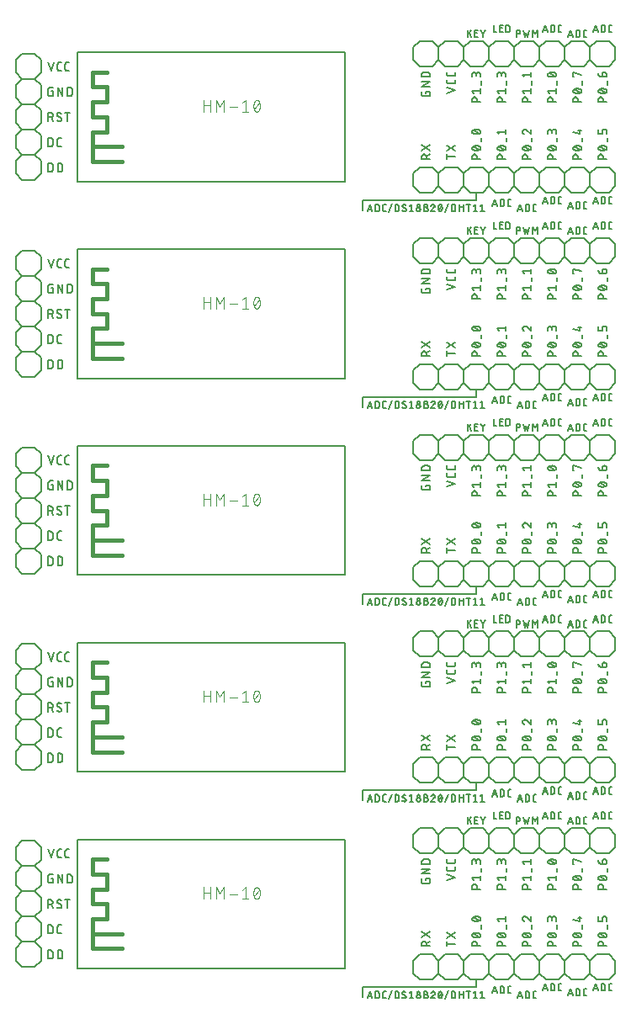
<source format=gto>
G04 EAGLE Gerber RS-274X export*
G75*
%MOMM*%
%FSLAX34Y34*%
%LPD*%
%INTop Silkscreen*%
%IPPOS*%
%AMOC8*
5,1,8,0,0,1.08239X$1,22.5*%
G01*
%ADD10C,0.152400*%
%ADD11C,0.127000*%
%ADD12C,0.203200*%
%ADD13C,0.406400*%
%ADD14C,0.101600*%


D10*
X51562Y156718D02*
X54441Y148082D01*
X57319Y156718D01*
X63067Y148082D02*
X64986Y148082D01*
X63067Y148082D02*
X62981Y148084D01*
X62895Y148090D01*
X62809Y148099D01*
X62724Y148113D01*
X62640Y148130D01*
X62556Y148151D01*
X62474Y148176D01*
X62393Y148204D01*
X62313Y148236D01*
X62234Y148272D01*
X62158Y148311D01*
X62083Y148354D01*
X62010Y148399D01*
X61939Y148448D01*
X61871Y148501D01*
X61804Y148556D01*
X61741Y148614D01*
X61680Y148675D01*
X61622Y148738D01*
X61567Y148805D01*
X61514Y148873D01*
X61465Y148944D01*
X61420Y149017D01*
X61377Y149092D01*
X61338Y149168D01*
X61302Y149247D01*
X61270Y149327D01*
X61242Y149408D01*
X61217Y149490D01*
X61196Y149574D01*
X61179Y149658D01*
X61165Y149743D01*
X61156Y149829D01*
X61150Y149915D01*
X61148Y150001D01*
X61148Y154799D01*
X61150Y154885D01*
X61156Y154971D01*
X61165Y155057D01*
X61179Y155142D01*
X61196Y155226D01*
X61217Y155310D01*
X61242Y155392D01*
X61270Y155473D01*
X61302Y155553D01*
X61338Y155632D01*
X61377Y155708D01*
X61420Y155783D01*
X61465Y155856D01*
X61514Y155927D01*
X61567Y155995D01*
X61622Y156062D01*
X61680Y156125D01*
X61741Y156186D01*
X61804Y156244D01*
X61871Y156299D01*
X61939Y156351D01*
X62010Y156401D01*
X62083Y156446D01*
X62158Y156489D01*
X62234Y156528D01*
X62313Y156564D01*
X62393Y156596D01*
X62474Y156624D01*
X62556Y156649D01*
X62640Y156670D01*
X62724Y156687D01*
X62809Y156701D01*
X62895Y156710D01*
X62981Y156716D01*
X63067Y156718D01*
X64986Y156718D01*
X70687Y148082D02*
X72606Y148082D01*
X70687Y148082D02*
X70601Y148084D01*
X70515Y148090D01*
X70429Y148099D01*
X70344Y148113D01*
X70260Y148130D01*
X70176Y148151D01*
X70094Y148176D01*
X70013Y148204D01*
X69933Y148236D01*
X69854Y148272D01*
X69778Y148311D01*
X69703Y148354D01*
X69630Y148399D01*
X69559Y148448D01*
X69491Y148501D01*
X69424Y148556D01*
X69361Y148614D01*
X69300Y148675D01*
X69242Y148738D01*
X69187Y148805D01*
X69134Y148873D01*
X69085Y148944D01*
X69040Y149017D01*
X68997Y149092D01*
X68958Y149168D01*
X68922Y149247D01*
X68890Y149327D01*
X68862Y149408D01*
X68837Y149490D01*
X68816Y149574D01*
X68799Y149658D01*
X68785Y149743D01*
X68776Y149829D01*
X68770Y149915D01*
X68768Y150001D01*
X68767Y150001D02*
X68767Y154799D01*
X68768Y154799D02*
X68770Y154885D01*
X68776Y154971D01*
X68785Y155057D01*
X68799Y155142D01*
X68816Y155226D01*
X68837Y155310D01*
X68862Y155392D01*
X68890Y155473D01*
X68922Y155553D01*
X68958Y155632D01*
X68997Y155708D01*
X69040Y155783D01*
X69085Y155856D01*
X69134Y155927D01*
X69187Y155995D01*
X69242Y156062D01*
X69300Y156125D01*
X69361Y156186D01*
X69424Y156244D01*
X69491Y156299D01*
X69559Y156351D01*
X69630Y156401D01*
X69703Y156446D01*
X69778Y156489D01*
X69854Y156528D01*
X69933Y156564D01*
X70013Y156596D01*
X70094Y156624D01*
X70176Y156649D01*
X70260Y156670D01*
X70344Y156687D01*
X70429Y156701D01*
X70515Y156710D01*
X70601Y156716D01*
X70687Y156718D01*
X72606Y156718D01*
X51562Y55118D02*
X51562Y46482D01*
X51562Y55118D02*
X53961Y55118D01*
X54058Y55116D01*
X54154Y55110D01*
X54250Y55101D01*
X54346Y55087D01*
X54441Y55070D01*
X54535Y55048D01*
X54628Y55023D01*
X54721Y54995D01*
X54812Y54962D01*
X54901Y54926D01*
X54989Y54886D01*
X55076Y54843D01*
X55161Y54797D01*
X55243Y54747D01*
X55324Y54693D01*
X55402Y54637D01*
X55478Y54577D01*
X55552Y54515D01*
X55623Y54449D01*
X55691Y54381D01*
X55757Y54310D01*
X55819Y54236D01*
X55879Y54160D01*
X55935Y54082D01*
X55989Y54001D01*
X56039Y53919D01*
X56085Y53834D01*
X56128Y53747D01*
X56168Y53659D01*
X56204Y53570D01*
X56237Y53479D01*
X56265Y53386D01*
X56290Y53293D01*
X56312Y53199D01*
X56329Y53104D01*
X56343Y53008D01*
X56352Y52912D01*
X56358Y52816D01*
X56360Y52719D01*
X56360Y48881D01*
X56358Y48784D01*
X56352Y48688D01*
X56343Y48592D01*
X56329Y48496D01*
X56312Y48401D01*
X56290Y48307D01*
X56265Y48214D01*
X56237Y48121D01*
X56204Y48030D01*
X56168Y47941D01*
X56128Y47853D01*
X56085Y47766D01*
X56039Y47681D01*
X55989Y47599D01*
X55935Y47518D01*
X55879Y47440D01*
X55819Y47364D01*
X55757Y47290D01*
X55691Y47219D01*
X55623Y47151D01*
X55552Y47085D01*
X55478Y47023D01*
X55402Y46963D01*
X55324Y46907D01*
X55243Y46853D01*
X55160Y46803D01*
X55076Y46757D01*
X54989Y46714D01*
X54901Y46674D01*
X54812Y46638D01*
X54721Y46605D01*
X54628Y46577D01*
X54535Y46552D01*
X54441Y46530D01*
X54346Y46513D01*
X54250Y46499D01*
X54154Y46490D01*
X54058Y46484D01*
X53961Y46482D01*
X51562Y46482D01*
X61316Y46482D02*
X61316Y55118D01*
X63714Y55118D01*
X63811Y55116D01*
X63907Y55110D01*
X64003Y55101D01*
X64099Y55087D01*
X64194Y55070D01*
X64288Y55048D01*
X64381Y55023D01*
X64474Y54995D01*
X64565Y54962D01*
X64654Y54926D01*
X64742Y54886D01*
X64829Y54843D01*
X64914Y54797D01*
X64996Y54747D01*
X65077Y54693D01*
X65155Y54637D01*
X65231Y54577D01*
X65305Y54515D01*
X65376Y54449D01*
X65444Y54381D01*
X65510Y54310D01*
X65572Y54236D01*
X65632Y54160D01*
X65688Y54082D01*
X65742Y54001D01*
X65792Y53919D01*
X65838Y53834D01*
X65881Y53747D01*
X65921Y53659D01*
X65957Y53570D01*
X65990Y53479D01*
X66018Y53386D01*
X66043Y53293D01*
X66065Y53199D01*
X66082Y53104D01*
X66096Y53008D01*
X66105Y52912D01*
X66111Y52816D01*
X66113Y52719D01*
X66113Y48881D01*
X66111Y48784D01*
X66105Y48688D01*
X66096Y48592D01*
X66082Y48496D01*
X66065Y48401D01*
X66043Y48307D01*
X66018Y48214D01*
X65990Y48121D01*
X65957Y48030D01*
X65921Y47941D01*
X65881Y47853D01*
X65838Y47766D01*
X65792Y47681D01*
X65742Y47599D01*
X65688Y47518D01*
X65632Y47440D01*
X65572Y47364D01*
X65510Y47290D01*
X65444Y47219D01*
X65376Y47151D01*
X65305Y47085D01*
X65231Y47023D01*
X65155Y46963D01*
X65077Y46907D01*
X64996Y46853D01*
X64913Y46803D01*
X64829Y46757D01*
X64742Y46714D01*
X64654Y46674D01*
X64565Y46638D01*
X64474Y46605D01*
X64381Y46577D01*
X64288Y46552D01*
X64194Y46530D01*
X64099Y46513D01*
X64003Y46499D01*
X63907Y46490D01*
X63811Y46484D01*
X63714Y46482D01*
X61316Y46482D01*
X51562Y71882D02*
X51562Y80518D01*
X53961Y80518D01*
X54058Y80516D01*
X54154Y80510D01*
X54250Y80501D01*
X54346Y80487D01*
X54441Y80470D01*
X54535Y80448D01*
X54628Y80423D01*
X54721Y80395D01*
X54812Y80362D01*
X54901Y80326D01*
X54989Y80286D01*
X55076Y80243D01*
X55161Y80197D01*
X55243Y80147D01*
X55324Y80093D01*
X55402Y80037D01*
X55478Y79977D01*
X55552Y79915D01*
X55623Y79849D01*
X55691Y79781D01*
X55757Y79710D01*
X55819Y79636D01*
X55879Y79560D01*
X55935Y79482D01*
X55989Y79401D01*
X56039Y79319D01*
X56085Y79234D01*
X56128Y79147D01*
X56168Y79059D01*
X56204Y78970D01*
X56237Y78879D01*
X56265Y78786D01*
X56290Y78693D01*
X56312Y78599D01*
X56329Y78504D01*
X56343Y78408D01*
X56352Y78312D01*
X56358Y78216D01*
X56360Y78119D01*
X56360Y74281D01*
X56358Y74184D01*
X56352Y74088D01*
X56343Y73992D01*
X56329Y73896D01*
X56312Y73801D01*
X56290Y73707D01*
X56265Y73614D01*
X56237Y73521D01*
X56204Y73430D01*
X56168Y73341D01*
X56128Y73253D01*
X56085Y73166D01*
X56039Y73081D01*
X55989Y72999D01*
X55935Y72918D01*
X55879Y72840D01*
X55819Y72764D01*
X55757Y72690D01*
X55691Y72619D01*
X55623Y72551D01*
X55552Y72485D01*
X55478Y72423D01*
X55402Y72363D01*
X55324Y72307D01*
X55243Y72253D01*
X55160Y72203D01*
X55076Y72157D01*
X54989Y72114D01*
X54901Y72074D01*
X54812Y72038D01*
X54721Y72005D01*
X54628Y71977D01*
X54535Y71952D01*
X54441Y71930D01*
X54346Y71913D01*
X54250Y71899D01*
X54154Y71890D01*
X54058Y71884D01*
X53961Y71882D01*
X51562Y71882D01*
X62892Y71882D02*
X64811Y71882D01*
X62892Y71882D02*
X62806Y71884D01*
X62720Y71890D01*
X62634Y71899D01*
X62549Y71913D01*
X62465Y71930D01*
X62381Y71951D01*
X62299Y71976D01*
X62218Y72004D01*
X62138Y72036D01*
X62059Y72072D01*
X61983Y72111D01*
X61908Y72154D01*
X61835Y72199D01*
X61764Y72248D01*
X61696Y72301D01*
X61629Y72356D01*
X61566Y72414D01*
X61505Y72475D01*
X61447Y72538D01*
X61392Y72605D01*
X61339Y72673D01*
X61290Y72744D01*
X61245Y72817D01*
X61202Y72892D01*
X61163Y72968D01*
X61127Y73047D01*
X61095Y73127D01*
X61067Y73208D01*
X61042Y73290D01*
X61021Y73374D01*
X61004Y73458D01*
X60990Y73543D01*
X60981Y73629D01*
X60975Y73715D01*
X60973Y73801D01*
X60973Y78599D01*
X60975Y78685D01*
X60981Y78771D01*
X60990Y78857D01*
X61004Y78942D01*
X61021Y79026D01*
X61042Y79110D01*
X61067Y79192D01*
X61095Y79273D01*
X61127Y79353D01*
X61163Y79432D01*
X61202Y79508D01*
X61245Y79583D01*
X61290Y79656D01*
X61339Y79727D01*
X61392Y79795D01*
X61447Y79862D01*
X61505Y79925D01*
X61566Y79986D01*
X61629Y80044D01*
X61696Y80099D01*
X61764Y80151D01*
X61835Y80201D01*
X61908Y80246D01*
X61983Y80289D01*
X62059Y80328D01*
X62138Y80364D01*
X62218Y80396D01*
X62299Y80424D01*
X62381Y80449D01*
X62465Y80470D01*
X62549Y80487D01*
X62634Y80501D01*
X62720Y80510D01*
X62806Y80516D01*
X62892Y80518D01*
X64811Y80518D01*
X51562Y97282D02*
X51562Y105918D01*
X53961Y105918D01*
X54058Y105916D01*
X54154Y105910D01*
X54250Y105901D01*
X54346Y105887D01*
X54441Y105870D01*
X54535Y105848D01*
X54628Y105823D01*
X54721Y105795D01*
X54812Y105762D01*
X54901Y105726D01*
X54989Y105686D01*
X55076Y105643D01*
X55161Y105597D01*
X55243Y105547D01*
X55324Y105493D01*
X55402Y105437D01*
X55478Y105377D01*
X55552Y105315D01*
X55623Y105249D01*
X55691Y105181D01*
X55757Y105110D01*
X55819Y105036D01*
X55879Y104960D01*
X55935Y104882D01*
X55989Y104801D01*
X56039Y104718D01*
X56085Y104634D01*
X56128Y104547D01*
X56168Y104459D01*
X56204Y104370D01*
X56237Y104279D01*
X56265Y104186D01*
X56290Y104093D01*
X56312Y103999D01*
X56329Y103904D01*
X56343Y103808D01*
X56352Y103712D01*
X56358Y103616D01*
X56360Y103519D01*
X56358Y103422D01*
X56352Y103326D01*
X56343Y103230D01*
X56329Y103134D01*
X56312Y103039D01*
X56290Y102945D01*
X56265Y102852D01*
X56237Y102759D01*
X56204Y102668D01*
X56168Y102579D01*
X56128Y102491D01*
X56085Y102404D01*
X56039Y102319D01*
X55989Y102237D01*
X55935Y102156D01*
X55879Y102078D01*
X55819Y102002D01*
X55757Y101928D01*
X55691Y101857D01*
X55623Y101789D01*
X55552Y101723D01*
X55478Y101661D01*
X55402Y101601D01*
X55324Y101545D01*
X55243Y101491D01*
X55160Y101441D01*
X55076Y101395D01*
X54989Y101352D01*
X54901Y101312D01*
X54812Y101276D01*
X54721Y101243D01*
X54628Y101215D01*
X54535Y101190D01*
X54441Y101168D01*
X54346Y101151D01*
X54250Y101137D01*
X54154Y101128D01*
X54058Y101122D01*
X53961Y101120D01*
X51562Y101120D01*
X54441Y101120D02*
X56360Y97282D01*
X63195Y97282D02*
X63281Y97284D01*
X63367Y97290D01*
X63453Y97299D01*
X63538Y97313D01*
X63622Y97330D01*
X63706Y97351D01*
X63788Y97376D01*
X63869Y97404D01*
X63949Y97436D01*
X64028Y97472D01*
X64104Y97511D01*
X64179Y97554D01*
X64252Y97599D01*
X64323Y97649D01*
X64391Y97701D01*
X64458Y97756D01*
X64521Y97814D01*
X64582Y97875D01*
X64640Y97938D01*
X64695Y98005D01*
X64748Y98073D01*
X64797Y98144D01*
X64842Y98217D01*
X64885Y98292D01*
X64924Y98368D01*
X64960Y98447D01*
X64992Y98527D01*
X65020Y98608D01*
X65045Y98690D01*
X65066Y98774D01*
X65083Y98858D01*
X65097Y98943D01*
X65106Y99029D01*
X65112Y99115D01*
X65114Y99201D01*
X63195Y97282D02*
X63072Y97284D01*
X62949Y97289D01*
X62826Y97299D01*
X62704Y97312D01*
X62582Y97329D01*
X62460Y97349D01*
X62340Y97373D01*
X62220Y97401D01*
X62101Y97432D01*
X61983Y97467D01*
X61866Y97506D01*
X61750Y97548D01*
X61636Y97594D01*
X61523Y97643D01*
X61412Y97695D01*
X61302Y97751D01*
X61194Y97810D01*
X61088Y97873D01*
X60983Y97938D01*
X60881Y98007D01*
X60781Y98079D01*
X60684Y98154D01*
X60588Y98231D01*
X60495Y98312D01*
X60404Y98395D01*
X60316Y98481D01*
X60557Y103999D02*
X60559Y104085D01*
X60565Y104171D01*
X60574Y104257D01*
X60588Y104342D01*
X60605Y104426D01*
X60626Y104510D01*
X60651Y104592D01*
X60679Y104673D01*
X60711Y104753D01*
X60747Y104832D01*
X60786Y104908D01*
X60829Y104983D01*
X60874Y105056D01*
X60923Y105127D01*
X60976Y105195D01*
X61031Y105262D01*
X61089Y105325D01*
X61150Y105386D01*
X61213Y105444D01*
X61280Y105499D01*
X61348Y105552D01*
X61419Y105601D01*
X61492Y105646D01*
X61567Y105689D01*
X61643Y105728D01*
X61722Y105764D01*
X61802Y105796D01*
X61883Y105824D01*
X61965Y105849D01*
X62049Y105870D01*
X62133Y105887D01*
X62218Y105901D01*
X62304Y105910D01*
X62390Y105916D01*
X62476Y105918D01*
X62592Y105916D01*
X62707Y105911D01*
X62823Y105901D01*
X62938Y105888D01*
X63052Y105872D01*
X63166Y105851D01*
X63280Y105827D01*
X63392Y105799D01*
X63503Y105768D01*
X63614Y105733D01*
X63723Y105695D01*
X63831Y105653D01*
X63937Y105608D01*
X64043Y105559D01*
X64146Y105507D01*
X64248Y105452D01*
X64347Y105393D01*
X64445Y105331D01*
X64541Y105266D01*
X64635Y105198D01*
X61516Y102320D02*
X61442Y102366D01*
X61369Y102416D01*
X61299Y102469D01*
X61231Y102525D01*
X61166Y102584D01*
X61103Y102646D01*
X61044Y102711D01*
X60987Y102778D01*
X60933Y102848D01*
X60883Y102920D01*
X60836Y102994D01*
X60792Y103070D01*
X60752Y103149D01*
X60716Y103229D01*
X60683Y103310D01*
X60654Y103393D01*
X60628Y103478D01*
X60606Y103563D01*
X60589Y103649D01*
X60575Y103736D01*
X60565Y103823D01*
X60559Y103911D01*
X60557Y103999D01*
X64155Y100880D02*
X64229Y100834D01*
X64302Y100784D01*
X64372Y100731D01*
X64440Y100675D01*
X64505Y100616D01*
X64568Y100554D01*
X64627Y100489D01*
X64684Y100422D01*
X64738Y100352D01*
X64788Y100280D01*
X64835Y100206D01*
X64879Y100130D01*
X64919Y100051D01*
X64955Y99971D01*
X64988Y99890D01*
X65017Y99807D01*
X65043Y99722D01*
X65065Y99637D01*
X65082Y99551D01*
X65096Y99464D01*
X65106Y99377D01*
X65112Y99289D01*
X65114Y99201D01*
X64155Y100880D02*
X61516Y102320D01*
X70945Y105918D02*
X70945Y97282D01*
X68546Y105918D02*
X73344Y105918D01*
X56360Y127480D02*
X54920Y127480D01*
X56360Y127480D02*
X56360Y122682D01*
X53481Y122682D01*
X53395Y122684D01*
X53309Y122690D01*
X53223Y122699D01*
X53138Y122713D01*
X53054Y122730D01*
X52970Y122751D01*
X52888Y122776D01*
X52807Y122804D01*
X52727Y122836D01*
X52648Y122872D01*
X52572Y122911D01*
X52497Y122954D01*
X52424Y122999D01*
X52353Y123048D01*
X52285Y123101D01*
X52218Y123156D01*
X52155Y123214D01*
X52094Y123275D01*
X52036Y123338D01*
X51981Y123405D01*
X51928Y123473D01*
X51879Y123544D01*
X51834Y123617D01*
X51791Y123692D01*
X51752Y123768D01*
X51716Y123847D01*
X51684Y123927D01*
X51656Y124008D01*
X51631Y124090D01*
X51610Y124174D01*
X51593Y124258D01*
X51579Y124343D01*
X51570Y124429D01*
X51564Y124515D01*
X51562Y124601D01*
X51562Y129399D01*
X51564Y129485D01*
X51570Y129571D01*
X51579Y129657D01*
X51593Y129742D01*
X51610Y129826D01*
X51631Y129910D01*
X51656Y129992D01*
X51684Y130073D01*
X51716Y130153D01*
X51752Y130232D01*
X51791Y130308D01*
X51834Y130383D01*
X51879Y130456D01*
X51928Y130527D01*
X51981Y130595D01*
X52036Y130662D01*
X52094Y130725D01*
X52155Y130786D01*
X52218Y130844D01*
X52285Y130899D01*
X52353Y130951D01*
X52424Y131001D01*
X52497Y131046D01*
X52572Y131089D01*
X52648Y131128D01*
X52727Y131164D01*
X52807Y131196D01*
X52888Y131224D01*
X52970Y131249D01*
X53054Y131270D01*
X53138Y131287D01*
X53223Y131301D01*
X53309Y131310D01*
X53395Y131316D01*
X53481Y131318D01*
X56360Y131318D01*
X61316Y131318D02*
X61316Y122682D01*
X66113Y122682D02*
X61316Y131318D01*
X66113Y131318D02*
X66113Y122682D01*
X71069Y122682D02*
X71069Y131318D01*
X73468Y131318D01*
X73565Y131316D01*
X73661Y131310D01*
X73757Y131301D01*
X73853Y131287D01*
X73948Y131270D01*
X74042Y131248D01*
X74135Y131223D01*
X74228Y131195D01*
X74319Y131162D01*
X74408Y131126D01*
X74496Y131086D01*
X74583Y131043D01*
X74668Y130997D01*
X74750Y130947D01*
X74831Y130893D01*
X74909Y130837D01*
X74985Y130777D01*
X75059Y130715D01*
X75130Y130649D01*
X75198Y130581D01*
X75264Y130510D01*
X75326Y130436D01*
X75386Y130360D01*
X75442Y130282D01*
X75496Y130201D01*
X75546Y130119D01*
X75592Y130034D01*
X75635Y129947D01*
X75675Y129859D01*
X75711Y129770D01*
X75744Y129679D01*
X75772Y129586D01*
X75797Y129493D01*
X75819Y129399D01*
X75836Y129304D01*
X75850Y129208D01*
X75859Y129112D01*
X75865Y129016D01*
X75867Y128919D01*
X75867Y125081D01*
X75865Y124984D01*
X75859Y124888D01*
X75850Y124792D01*
X75836Y124696D01*
X75819Y124601D01*
X75797Y124507D01*
X75772Y124414D01*
X75744Y124321D01*
X75711Y124230D01*
X75675Y124141D01*
X75635Y124053D01*
X75592Y123966D01*
X75546Y123881D01*
X75496Y123799D01*
X75442Y123718D01*
X75386Y123640D01*
X75326Y123564D01*
X75264Y123490D01*
X75198Y123419D01*
X75130Y123351D01*
X75059Y123285D01*
X74985Y123223D01*
X74909Y123163D01*
X74831Y123107D01*
X74750Y123053D01*
X74668Y123003D01*
X74583Y122957D01*
X74496Y122914D01*
X74408Y122874D01*
X74319Y122838D01*
X74228Y122805D01*
X74135Y122777D01*
X74042Y122752D01*
X73948Y122730D01*
X73853Y122713D01*
X73757Y122699D01*
X73661Y122690D01*
X73565Y122684D01*
X73468Y122682D01*
X71069Y122682D01*
X427482Y59182D02*
X436118Y59182D01*
X427482Y59182D02*
X427482Y61581D01*
X427484Y61678D01*
X427490Y61774D01*
X427499Y61870D01*
X427513Y61966D01*
X427530Y62061D01*
X427552Y62155D01*
X427577Y62248D01*
X427605Y62341D01*
X427638Y62432D01*
X427674Y62521D01*
X427714Y62609D01*
X427757Y62696D01*
X427803Y62781D01*
X427853Y62863D01*
X427907Y62944D01*
X427963Y63022D01*
X428023Y63098D01*
X428085Y63172D01*
X428151Y63243D01*
X428219Y63311D01*
X428290Y63377D01*
X428364Y63439D01*
X428440Y63499D01*
X428518Y63555D01*
X428599Y63609D01*
X428682Y63659D01*
X428766Y63705D01*
X428853Y63748D01*
X428941Y63788D01*
X429030Y63824D01*
X429121Y63857D01*
X429214Y63885D01*
X429307Y63910D01*
X429401Y63932D01*
X429496Y63949D01*
X429592Y63963D01*
X429688Y63972D01*
X429784Y63978D01*
X429881Y63980D01*
X429978Y63978D01*
X430074Y63972D01*
X430170Y63963D01*
X430266Y63949D01*
X430361Y63932D01*
X430455Y63910D01*
X430548Y63885D01*
X430641Y63857D01*
X430732Y63824D01*
X430821Y63788D01*
X430909Y63748D01*
X430996Y63705D01*
X431081Y63659D01*
X431163Y63609D01*
X431244Y63555D01*
X431322Y63499D01*
X431398Y63439D01*
X431472Y63377D01*
X431543Y63311D01*
X431611Y63243D01*
X431677Y63172D01*
X431739Y63098D01*
X431799Y63022D01*
X431855Y62944D01*
X431909Y62863D01*
X431959Y62781D01*
X432005Y62696D01*
X432048Y62609D01*
X432088Y62521D01*
X432124Y62432D01*
X432157Y62341D01*
X432185Y62248D01*
X432210Y62155D01*
X432232Y62061D01*
X432249Y61966D01*
X432263Y61870D01*
X432272Y61774D01*
X432278Y61678D01*
X432280Y61581D01*
X432280Y59182D01*
X432280Y62061D02*
X436118Y63980D01*
X436118Y67762D02*
X427482Y73519D01*
X427482Y67762D02*
X436118Y73519D01*
X452882Y61581D02*
X461518Y61581D01*
X452882Y59182D02*
X452882Y63980D01*
X452882Y72994D02*
X461518Y67237D01*
X461518Y72994D02*
X452882Y67237D01*
X478282Y59182D02*
X486918Y59182D01*
X478282Y59182D02*
X478282Y61581D01*
X478284Y61678D01*
X478290Y61774D01*
X478299Y61870D01*
X478313Y61966D01*
X478330Y62061D01*
X478352Y62155D01*
X478377Y62248D01*
X478405Y62341D01*
X478438Y62432D01*
X478474Y62521D01*
X478514Y62609D01*
X478557Y62696D01*
X478603Y62781D01*
X478653Y62863D01*
X478707Y62944D01*
X478763Y63022D01*
X478823Y63098D01*
X478885Y63172D01*
X478951Y63243D01*
X479019Y63311D01*
X479090Y63377D01*
X479164Y63439D01*
X479240Y63499D01*
X479318Y63555D01*
X479399Y63609D01*
X479482Y63659D01*
X479566Y63705D01*
X479653Y63748D01*
X479741Y63788D01*
X479830Y63824D01*
X479921Y63857D01*
X480014Y63885D01*
X480107Y63910D01*
X480201Y63932D01*
X480296Y63949D01*
X480392Y63963D01*
X480488Y63972D01*
X480584Y63978D01*
X480681Y63980D01*
X480778Y63978D01*
X480874Y63972D01*
X480970Y63963D01*
X481066Y63949D01*
X481161Y63932D01*
X481255Y63910D01*
X481348Y63885D01*
X481441Y63857D01*
X481532Y63824D01*
X481621Y63788D01*
X481709Y63748D01*
X481796Y63705D01*
X481881Y63659D01*
X481963Y63609D01*
X482044Y63555D01*
X482122Y63499D01*
X482198Y63439D01*
X482272Y63377D01*
X482343Y63311D01*
X482411Y63243D01*
X482477Y63172D01*
X482539Y63098D01*
X482599Y63022D01*
X482655Y62944D01*
X482709Y62863D01*
X482759Y62781D01*
X482805Y62696D01*
X482848Y62609D01*
X482888Y62521D01*
X482924Y62432D01*
X482957Y62341D01*
X482985Y62248D01*
X483010Y62155D01*
X483032Y62061D01*
X483049Y61966D01*
X483063Y61870D01*
X483072Y61774D01*
X483078Y61678D01*
X483080Y61581D01*
X483080Y59182D01*
X482600Y67826D02*
X482430Y67828D01*
X482260Y67834D01*
X482091Y67844D01*
X481921Y67858D01*
X481752Y67877D01*
X481584Y67899D01*
X481416Y67925D01*
X481249Y67955D01*
X481083Y67990D01*
X480917Y68028D01*
X480752Y68070D01*
X480589Y68116D01*
X480427Y68166D01*
X480265Y68220D01*
X480106Y68277D01*
X479947Y68339D01*
X479790Y68404D01*
X479635Y68473D01*
X479481Y68546D01*
X479405Y68574D01*
X479330Y68606D01*
X479256Y68641D01*
X479184Y68679D01*
X479114Y68721D01*
X479046Y68766D01*
X478980Y68814D01*
X478916Y68865D01*
X478855Y68919D01*
X478796Y68975D01*
X478740Y69035D01*
X478687Y69096D01*
X478637Y69160D01*
X478589Y69227D01*
X478545Y69295D01*
X478504Y69366D01*
X478466Y69438D01*
X478432Y69512D01*
X478401Y69587D01*
X478373Y69664D01*
X478349Y69742D01*
X478329Y69821D01*
X478312Y69901D01*
X478299Y69981D01*
X478289Y70062D01*
X478284Y70143D01*
X478282Y70225D01*
X478284Y70307D01*
X478289Y70388D01*
X478299Y70469D01*
X478312Y70549D01*
X478329Y70629D01*
X478349Y70708D01*
X478373Y70786D01*
X478401Y70863D01*
X478432Y70938D01*
X478466Y71012D01*
X478504Y71084D01*
X478545Y71155D01*
X478589Y71223D01*
X478637Y71290D01*
X478687Y71354D01*
X478740Y71415D01*
X478796Y71475D01*
X478855Y71531D01*
X478916Y71585D01*
X478980Y71636D01*
X479046Y71684D01*
X479114Y71729D01*
X479184Y71771D01*
X479256Y71809D01*
X479330Y71844D01*
X479405Y71876D01*
X479481Y71904D01*
X479635Y71977D01*
X479790Y72046D01*
X479947Y72111D01*
X480106Y72173D01*
X480265Y72230D01*
X480427Y72284D01*
X480589Y72334D01*
X480752Y72380D01*
X480917Y72422D01*
X481083Y72460D01*
X481249Y72495D01*
X481416Y72525D01*
X481584Y72551D01*
X481752Y72573D01*
X481921Y72592D01*
X482091Y72606D01*
X482260Y72616D01*
X482430Y72622D01*
X482600Y72624D01*
X482600Y67826D02*
X482770Y67828D01*
X482940Y67834D01*
X483109Y67844D01*
X483279Y67858D01*
X483448Y67877D01*
X483616Y67899D01*
X483784Y67925D01*
X483951Y67955D01*
X484117Y67990D01*
X484283Y68028D01*
X484448Y68070D01*
X484611Y68116D01*
X484773Y68166D01*
X484935Y68220D01*
X485094Y68277D01*
X485253Y68339D01*
X485410Y68404D01*
X485565Y68473D01*
X485719Y68546D01*
X485795Y68574D01*
X485870Y68606D01*
X485944Y68641D01*
X486016Y68679D01*
X486086Y68721D01*
X486154Y68766D01*
X486220Y68814D01*
X486284Y68865D01*
X486345Y68919D01*
X486404Y68975D01*
X486460Y69035D01*
X486513Y69096D01*
X486563Y69160D01*
X486611Y69227D01*
X486655Y69295D01*
X486696Y69366D01*
X486734Y69438D01*
X486768Y69512D01*
X486799Y69587D01*
X486827Y69664D01*
X486851Y69742D01*
X486871Y69821D01*
X486888Y69901D01*
X486901Y69981D01*
X486911Y70062D01*
X486916Y70143D01*
X486918Y70225D01*
X485719Y71904D02*
X485565Y71977D01*
X485410Y72046D01*
X485253Y72111D01*
X485094Y72173D01*
X484935Y72230D01*
X484773Y72284D01*
X484611Y72334D01*
X484448Y72380D01*
X484283Y72422D01*
X484117Y72460D01*
X483951Y72495D01*
X483784Y72525D01*
X483616Y72551D01*
X483448Y72573D01*
X483279Y72592D01*
X483109Y72606D01*
X482940Y72616D01*
X482770Y72622D01*
X482600Y72624D01*
X485719Y71904D02*
X485795Y71876D01*
X485870Y71844D01*
X485944Y71809D01*
X486016Y71771D01*
X486086Y71729D01*
X486154Y71684D01*
X486220Y71636D01*
X486284Y71585D01*
X486345Y71531D01*
X486404Y71475D01*
X486460Y71415D01*
X486513Y71354D01*
X486563Y71290D01*
X486611Y71223D01*
X486655Y71155D01*
X486696Y71084D01*
X486734Y71012D01*
X486768Y70938D01*
X486799Y70863D01*
X486827Y70786D01*
X486851Y70708D01*
X486871Y70629D01*
X486888Y70549D01*
X486901Y70469D01*
X486911Y70388D01*
X486916Y70307D01*
X486918Y70225D01*
X484999Y68306D02*
X480201Y72144D01*
X487878Y76536D02*
X487878Y80374D01*
X482600Y84285D02*
X482430Y84287D01*
X482260Y84293D01*
X482091Y84303D01*
X481921Y84317D01*
X481752Y84336D01*
X481584Y84358D01*
X481416Y84384D01*
X481249Y84414D01*
X481083Y84449D01*
X480917Y84487D01*
X480752Y84529D01*
X480589Y84575D01*
X480427Y84625D01*
X480265Y84679D01*
X480106Y84736D01*
X479947Y84798D01*
X479790Y84863D01*
X479635Y84932D01*
X479481Y85005D01*
X479405Y85033D01*
X479330Y85065D01*
X479256Y85100D01*
X479184Y85138D01*
X479114Y85180D01*
X479046Y85225D01*
X478980Y85273D01*
X478916Y85324D01*
X478855Y85378D01*
X478796Y85434D01*
X478740Y85494D01*
X478687Y85555D01*
X478637Y85619D01*
X478589Y85686D01*
X478545Y85754D01*
X478504Y85825D01*
X478466Y85897D01*
X478432Y85971D01*
X478401Y86046D01*
X478373Y86123D01*
X478349Y86201D01*
X478329Y86280D01*
X478312Y86360D01*
X478299Y86440D01*
X478289Y86521D01*
X478284Y86602D01*
X478282Y86684D01*
X478284Y86766D01*
X478289Y86847D01*
X478299Y86928D01*
X478312Y87008D01*
X478329Y87088D01*
X478349Y87167D01*
X478373Y87245D01*
X478401Y87322D01*
X478432Y87397D01*
X478466Y87471D01*
X478504Y87543D01*
X478545Y87614D01*
X478589Y87682D01*
X478637Y87749D01*
X478687Y87813D01*
X478740Y87874D01*
X478796Y87934D01*
X478855Y87990D01*
X478916Y88044D01*
X478980Y88095D01*
X479046Y88143D01*
X479114Y88188D01*
X479184Y88230D01*
X479256Y88268D01*
X479330Y88303D01*
X479405Y88335D01*
X479481Y88363D01*
X479481Y88364D02*
X479635Y88437D01*
X479790Y88506D01*
X479947Y88571D01*
X480106Y88633D01*
X480265Y88690D01*
X480427Y88744D01*
X480589Y88794D01*
X480752Y88840D01*
X480917Y88882D01*
X481083Y88920D01*
X481249Y88955D01*
X481416Y88985D01*
X481584Y89011D01*
X481752Y89033D01*
X481921Y89052D01*
X482091Y89066D01*
X482260Y89076D01*
X482430Y89082D01*
X482600Y89084D01*
X482600Y84285D02*
X482770Y84287D01*
X482940Y84293D01*
X483109Y84303D01*
X483279Y84317D01*
X483448Y84336D01*
X483616Y84358D01*
X483784Y84384D01*
X483951Y84414D01*
X484117Y84449D01*
X484283Y84487D01*
X484448Y84529D01*
X484611Y84575D01*
X484773Y84625D01*
X484935Y84679D01*
X485094Y84736D01*
X485253Y84798D01*
X485410Y84863D01*
X485565Y84932D01*
X485719Y85005D01*
X485795Y85033D01*
X485870Y85065D01*
X485944Y85100D01*
X486016Y85138D01*
X486086Y85180D01*
X486154Y85225D01*
X486220Y85273D01*
X486284Y85324D01*
X486345Y85378D01*
X486404Y85434D01*
X486460Y85494D01*
X486513Y85555D01*
X486563Y85619D01*
X486611Y85686D01*
X486655Y85754D01*
X486696Y85825D01*
X486734Y85897D01*
X486768Y85971D01*
X486799Y86046D01*
X486827Y86123D01*
X486851Y86201D01*
X486871Y86280D01*
X486888Y86360D01*
X486901Y86440D01*
X486911Y86521D01*
X486916Y86602D01*
X486918Y86684D01*
X485719Y88364D02*
X485565Y88437D01*
X485410Y88506D01*
X485253Y88571D01*
X485094Y88633D01*
X484935Y88690D01*
X484773Y88744D01*
X484611Y88794D01*
X484448Y88840D01*
X484283Y88882D01*
X484117Y88920D01*
X483951Y88955D01*
X483784Y88985D01*
X483616Y89011D01*
X483448Y89033D01*
X483279Y89052D01*
X483109Y89066D01*
X482940Y89076D01*
X482770Y89082D01*
X482600Y89084D01*
X485719Y88363D02*
X485795Y88335D01*
X485870Y88303D01*
X485944Y88268D01*
X486016Y88230D01*
X486086Y88188D01*
X486154Y88143D01*
X486220Y88095D01*
X486284Y88044D01*
X486345Y87990D01*
X486404Y87934D01*
X486460Y87874D01*
X486513Y87813D01*
X486563Y87749D01*
X486611Y87682D01*
X486655Y87614D01*
X486696Y87543D01*
X486734Y87471D01*
X486768Y87397D01*
X486799Y87322D01*
X486827Y87245D01*
X486851Y87167D01*
X486871Y87088D01*
X486888Y87008D01*
X486901Y86928D01*
X486911Y86847D01*
X486916Y86766D01*
X486918Y86684D01*
X484999Y84765D02*
X480201Y88604D01*
X503682Y59182D02*
X512318Y59182D01*
X503682Y59182D02*
X503682Y61581D01*
X503684Y61678D01*
X503690Y61774D01*
X503699Y61870D01*
X503713Y61966D01*
X503730Y62061D01*
X503752Y62155D01*
X503777Y62248D01*
X503805Y62341D01*
X503838Y62432D01*
X503874Y62521D01*
X503914Y62609D01*
X503957Y62696D01*
X504003Y62781D01*
X504053Y62863D01*
X504107Y62944D01*
X504163Y63022D01*
X504223Y63098D01*
X504285Y63172D01*
X504351Y63243D01*
X504419Y63311D01*
X504490Y63377D01*
X504564Y63439D01*
X504640Y63499D01*
X504718Y63555D01*
X504799Y63609D01*
X504882Y63659D01*
X504966Y63705D01*
X505053Y63748D01*
X505141Y63788D01*
X505230Y63824D01*
X505321Y63857D01*
X505414Y63885D01*
X505507Y63910D01*
X505601Y63932D01*
X505696Y63949D01*
X505792Y63963D01*
X505888Y63972D01*
X505984Y63978D01*
X506081Y63980D01*
X506178Y63978D01*
X506274Y63972D01*
X506370Y63963D01*
X506466Y63949D01*
X506561Y63932D01*
X506655Y63910D01*
X506748Y63885D01*
X506841Y63857D01*
X506932Y63824D01*
X507021Y63788D01*
X507109Y63748D01*
X507196Y63705D01*
X507281Y63659D01*
X507363Y63609D01*
X507444Y63555D01*
X507522Y63499D01*
X507598Y63439D01*
X507672Y63377D01*
X507743Y63311D01*
X507811Y63243D01*
X507877Y63172D01*
X507939Y63098D01*
X507999Y63022D01*
X508055Y62944D01*
X508109Y62863D01*
X508159Y62781D01*
X508205Y62696D01*
X508248Y62609D01*
X508288Y62521D01*
X508324Y62432D01*
X508357Y62341D01*
X508385Y62248D01*
X508410Y62155D01*
X508432Y62061D01*
X508449Y61966D01*
X508463Y61870D01*
X508472Y61774D01*
X508478Y61678D01*
X508480Y61581D01*
X508480Y59182D01*
X508000Y67826D02*
X507830Y67828D01*
X507660Y67834D01*
X507491Y67844D01*
X507321Y67858D01*
X507152Y67877D01*
X506984Y67899D01*
X506816Y67925D01*
X506649Y67955D01*
X506483Y67990D01*
X506317Y68028D01*
X506152Y68070D01*
X505989Y68116D01*
X505827Y68166D01*
X505665Y68220D01*
X505506Y68277D01*
X505347Y68339D01*
X505190Y68404D01*
X505035Y68473D01*
X504881Y68546D01*
X504805Y68574D01*
X504730Y68606D01*
X504656Y68641D01*
X504584Y68679D01*
X504514Y68721D01*
X504446Y68766D01*
X504380Y68814D01*
X504316Y68865D01*
X504255Y68919D01*
X504196Y68975D01*
X504140Y69035D01*
X504087Y69096D01*
X504037Y69160D01*
X503989Y69227D01*
X503945Y69295D01*
X503904Y69366D01*
X503866Y69438D01*
X503832Y69512D01*
X503801Y69587D01*
X503773Y69664D01*
X503749Y69742D01*
X503729Y69821D01*
X503712Y69901D01*
X503699Y69981D01*
X503689Y70062D01*
X503684Y70143D01*
X503682Y70225D01*
X503684Y70307D01*
X503689Y70388D01*
X503699Y70469D01*
X503712Y70549D01*
X503729Y70629D01*
X503749Y70708D01*
X503773Y70786D01*
X503801Y70863D01*
X503832Y70938D01*
X503866Y71012D01*
X503904Y71084D01*
X503945Y71155D01*
X503989Y71223D01*
X504037Y71290D01*
X504087Y71354D01*
X504140Y71415D01*
X504196Y71475D01*
X504255Y71531D01*
X504316Y71585D01*
X504380Y71636D01*
X504446Y71684D01*
X504514Y71729D01*
X504584Y71771D01*
X504656Y71809D01*
X504730Y71844D01*
X504805Y71876D01*
X504881Y71904D01*
X505035Y71977D01*
X505190Y72046D01*
X505347Y72111D01*
X505506Y72173D01*
X505665Y72230D01*
X505827Y72284D01*
X505989Y72334D01*
X506152Y72380D01*
X506317Y72422D01*
X506483Y72460D01*
X506649Y72495D01*
X506816Y72525D01*
X506984Y72551D01*
X507152Y72573D01*
X507321Y72592D01*
X507491Y72606D01*
X507660Y72616D01*
X507830Y72622D01*
X508000Y72624D01*
X508000Y67826D02*
X508170Y67828D01*
X508340Y67834D01*
X508509Y67844D01*
X508679Y67858D01*
X508848Y67877D01*
X509016Y67899D01*
X509184Y67925D01*
X509351Y67955D01*
X509517Y67990D01*
X509683Y68028D01*
X509848Y68070D01*
X510011Y68116D01*
X510173Y68166D01*
X510335Y68220D01*
X510494Y68277D01*
X510653Y68339D01*
X510810Y68404D01*
X510965Y68473D01*
X511119Y68546D01*
X511195Y68574D01*
X511270Y68606D01*
X511344Y68641D01*
X511416Y68679D01*
X511486Y68721D01*
X511554Y68766D01*
X511620Y68814D01*
X511684Y68865D01*
X511745Y68919D01*
X511804Y68975D01*
X511860Y69035D01*
X511913Y69096D01*
X511963Y69160D01*
X512011Y69227D01*
X512055Y69295D01*
X512096Y69366D01*
X512134Y69438D01*
X512168Y69512D01*
X512199Y69587D01*
X512227Y69664D01*
X512251Y69742D01*
X512271Y69821D01*
X512288Y69901D01*
X512301Y69981D01*
X512311Y70062D01*
X512316Y70143D01*
X512318Y70225D01*
X511119Y71904D02*
X510965Y71977D01*
X510810Y72046D01*
X510653Y72111D01*
X510494Y72173D01*
X510335Y72230D01*
X510173Y72284D01*
X510011Y72334D01*
X509848Y72380D01*
X509683Y72422D01*
X509517Y72460D01*
X509351Y72495D01*
X509184Y72525D01*
X509016Y72551D01*
X508848Y72573D01*
X508679Y72592D01*
X508509Y72606D01*
X508340Y72616D01*
X508170Y72622D01*
X508000Y72624D01*
X511119Y71904D02*
X511195Y71876D01*
X511270Y71844D01*
X511344Y71809D01*
X511416Y71771D01*
X511486Y71729D01*
X511554Y71684D01*
X511620Y71636D01*
X511684Y71585D01*
X511745Y71531D01*
X511804Y71475D01*
X511860Y71415D01*
X511913Y71354D01*
X511963Y71290D01*
X512011Y71223D01*
X512055Y71155D01*
X512096Y71084D01*
X512134Y71012D01*
X512168Y70938D01*
X512199Y70863D01*
X512227Y70786D01*
X512251Y70708D01*
X512271Y70629D01*
X512288Y70549D01*
X512301Y70469D01*
X512311Y70388D01*
X512316Y70307D01*
X512318Y70225D01*
X510399Y68306D02*
X505601Y72144D01*
X513278Y76536D02*
X513278Y80374D01*
X505601Y84286D02*
X503682Y86684D01*
X512318Y86684D01*
X512318Y84286D02*
X512318Y89083D01*
X529082Y59182D02*
X537718Y59182D01*
X529082Y59182D02*
X529082Y61581D01*
X529084Y61678D01*
X529090Y61774D01*
X529099Y61870D01*
X529113Y61966D01*
X529130Y62061D01*
X529152Y62155D01*
X529177Y62248D01*
X529205Y62341D01*
X529238Y62432D01*
X529274Y62521D01*
X529314Y62609D01*
X529357Y62696D01*
X529403Y62781D01*
X529453Y62863D01*
X529507Y62944D01*
X529563Y63022D01*
X529623Y63098D01*
X529685Y63172D01*
X529751Y63243D01*
X529819Y63311D01*
X529890Y63377D01*
X529964Y63439D01*
X530040Y63499D01*
X530118Y63555D01*
X530199Y63609D01*
X530282Y63659D01*
X530366Y63705D01*
X530453Y63748D01*
X530541Y63788D01*
X530630Y63824D01*
X530721Y63857D01*
X530814Y63885D01*
X530907Y63910D01*
X531001Y63932D01*
X531096Y63949D01*
X531192Y63963D01*
X531288Y63972D01*
X531384Y63978D01*
X531481Y63980D01*
X531578Y63978D01*
X531674Y63972D01*
X531770Y63963D01*
X531866Y63949D01*
X531961Y63932D01*
X532055Y63910D01*
X532148Y63885D01*
X532241Y63857D01*
X532332Y63824D01*
X532421Y63788D01*
X532509Y63748D01*
X532596Y63705D01*
X532681Y63659D01*
X532763Y63609D01*
X532844Y63555D01*
X532922Y63499D01*
X532998Y63439D01*
X533072Y63377D01*
X533143Y63311D01*
X533211Y63243D01*
X533277Y63172D01*
X533339Y63098D01*
X533399Y63022D01*
X533455Y62944D01*
X533509Y62863D01*
X533559Y62781D01*
X533605Y62696D01*
X533648Y62609D01*
X533688Y62521D01*
X533724Y62432D01*
X533757Y62341D01*
X533785Y62248D01*
X533810Y62155D01*
X533832Y62061D01*
X533849Y61966D01*
X533863Y61870D01*
X533872Y61774D01*
X533878Y61678D01*
X533880Y61581D01*
X533880Y59182D01*
X533400Y67826D02*
X533230Y67828D01*
X533060Y67834D01*
X532891Y67844D01*
X532721Y67858D01*
X532552Y67877D01*
X532384Y67899D01*
X532216Y67925D01*
X532049Y67955D01*
X531883Y67990D01*
X531717Y68028D01*
X531552Y68070D01*
X531389Y68116D01*
X531227Y68166D01*
X531065Y68220D01*
X530906Y68277D01*
X530747Y68339D01*
X530590Y68404D01*
X530435Y68473D01*
X530281Y68546D01*
X530205Y68574D01*
X530130Y68606D01*
X530056Y68641D01*
X529984Y68679D01*
X529914Y68721D01*
X529846Y68766D01*
X529780Y68814D01*
X529716Y68865D01*
X529655Y68919D01*
X529596Y68975D01*
X529540Y69035D01*
X529487Y69096D01*
X529437Y69160D01*
X529389Y69227D01*
X529345Y69295D01*
X529304Y69366D01*
X529266Y69438D01*
X529232Y69512D01*
X529201Y69587D01*
X529173Y69664D01*
X529149Y69742D01*
X529129Y69821D01*
X529112Y69901D01*
X529099Y69981D01*
X529089Y70062D01*
X529084Y70143D01*
X529082Y70225D01*
X529084Y70307D01*
X529089Y70388D01*
X529099Y70469D01*
X529112Y70549D01*
X529129Y70629D01*
X529149Y70708D01*
X529173Y70786D01*
X529201Y70863D01*
X529232Y70938D01*
X529266Y71012D01*
X529304Y71084D01*
X529345Y71155D01*
X529389Y71223D01*
X529437Y71290D01*
X529487Y71354D01*
X529540Y71415D01*
X529596Y71475D01*
X529655Y71531D01*
X529716Y71585D01*
X529780Y71636D01*
X529846Y71684D01*
X529914Y71729D01*
X529984Y71771D01*
X530056Y71809D01*
X530130Y71844D01*
X530205Y71876D01*
X530281Y71904D01*
X530435Y71977D01*
X530590Y72046D01*
X530747Y72111D01*
X530906Y72173D01*
X531065Y72230D01*
X531227Y72284D01*
X531389Y72334D01*
X531552Y72380D01*
X531717Y72422D01*
X531883Y72460D01*
X532049Y72495D01*
X532216Y72525D01*
X532384Y72551D01*
X532552Y72573D01*
X532721Y72592D01*
X532891Y72606D01*
X533060Y72616D01*
X533230Y72622D01*
X533400Y72624D01*
X533400Y67826D02*
X533570Y67828D01*
X533740Y67834D01*
X533909Y67844D01*
X534079Y67858D01*
X534248Y67877D01*
X534416Y67899D01*
X534584Y67925D01*
X534751Y67955D01*
X534917Y67990D01*
X535083Y68028D01*
X535248Y68070D01*
X535411Y68116D01*
X535573Y68166D01*
X535735Y68220D01*
X535894Y68277D01*
X536053Y68339D01*
X536210Y68404D01*
X536365Y68473D01*
X536519Y68546D01*
X536595Y68574D01*
X536670Y68606D01*
X536744Y68641D01*
X536816Y68679D01*
X536886Y68721D01*
X536954Y68766D01*
X537020Y68814D01*
X537084Y68865D01*
X537145Y68919D01*
X537204Y68975D01*
X537260Y69035D01*
X537313Y69096D01*
X537363Y69160D01*
X537411Y69227D01*
X537455Y69295D01*
X537496Y69366D01*
X537534Y69438D01*
X537568Y69512D01*
X537599Y69587D01*
X537627Y69664D01*
X537651Y69742D01*
X537671Y69821D01*
X537688Y69901D01*
X537701Y69981D01*
X537711Y70062D01*
X537716Y70143D01*
X537718Y70225D01*
X536519Y71904D02*
X536365Y71977D01*
X536210Y72046D01*
X536053Y72111D01*
X535894Y72173D01*
X535735Y72230D01*
X535573Y72284D01*
X535411Y72334D01*
X535248Y72380D01*
X535083Y72422D01*
X534917Y72460D01*
X534751Y72495D01*
X534584Y72525D01*
X534416Y72551D01*
X534248Y72573D01*
X534079Y72592D01*
X533909Y72606D01*
X533740Y72616D01*
X533570Y72622D01*
X533400Y72624D01*
X536519Y71904D02*
X536595Y71876D01*
X536670Y71844D01*
X536744Y71809D01*
X536816Y71771D01*
X536886Y71729D01*
X536954Y71684D01*
X537020Y71636D01*
X537084Y71585D01*
X537145Y71531D01*
X537204Y71475D01*
X537260Y71415D01*
X537313Y71354D01*
X537363Y71290D01*
X537411Y71223D01*
X537455Y71155D01*
X537496Y71084D01*
X537534Y71012D01*
X537568Y70938D01*
X537599Y70863D01*
X537627Y70786D01*
X537651Y70708D01*
X537671Y70629D01*
X537688Y70549D01*
X537701Y70469D01*
X537711Y70388D01*
X537716Y70307D01*
X537718Y70225D01*
X535799Y68306D02*
X531001Y72144D01*
X538678Y76536D02*
X538678Y80374D01*
X531241Y89083D02*
X531149Y89081D01*
X531058Y89075D01*
X530967Y89066D01*
X530876Y89052D01*
X530786Y89035D01*
X530697Y89013D01*
X530609Y88988D01*
X530522Y88960D01*
X530436Y88927D01*
X530352Y88891D01*
X530269Y88852D01*
X530188Y88809D01*
X530109Y88762D01*
X530032Y88713D01*
X529957Y88660D01*
X529885Y88604D01*
X529815Y88545D01*
X529747Y88483D01*
X529682Y88418D01*
X529620Y88350D01*
X529561Y88280D01*
X529505Y88208D01*
X529452Y88133D01*
X529403Y88056D01*
X529356Y87977D01*
X529313Y87896D01*
X529274Y87813D01*
X529238Y87729D01*
X529205Y87643D01*
X529177Y87556D01*
X529152Y87468D01*
X529130Y87379D01*
X529113Y87289D01*
X529099Y87198D01*
X529090Y87107D01*
X529084Y87016D01*
X529082Y86924D01*
X529084Y86821D01*
X529090Y86719D01*
X529099Y86617D01*
X529112Y86515D01*
X529129Y86414D01*
X529150Y86313D01*
X529174Y86214D01*
X529203Y86115D01*
X529234Y86018D01*
X529270Y85921D01*
X529308Y85826D01*
X529351Y85733D01*
X529397Y85641D01*
X529446Y85551D01*
X529498Y85463D01*
X529554Y85376D01*
X529613Y85292D01*
X529674Y85211D01*
X529739Y85131D01*
X529807Y85054D01*
X529878Y84979D01*
X529951Y84908D01*
X530027Y84839D01*
X530105Y84772D01*
X530186Y84709D01*
X530269Y84649D01*
X530354Y84592D01*
X530441Y84538D01*
X530531Y84487D01*
X530622Y84440D01*
X530714Y84396D01*
X530809Y84355D01*
X530904Y84318D01*
X531001Y84285D01*
X532920Y88363D02*
X532854Y88430D01*
X532785Y88494D01*
X532714Y88555D01*
X532640Y88613D01*
X532564Y88668D01*
X532486Y88720D01*
X532406Y88769D01*
X532324Y88815D01*
X532240Y88857D01*
X532154Y88896D01*
X532067Y88931D01*
X531979Y88962D01*
X531889Y88990D01*
X531799Y89015D01*
X531707Y89036D01*
X531615Y89053D01*
X531522Y89066D01*
X531429Y89075D01*
X531335Y89081D01*
X531241Y89083D01*
X532920Y88364D02*
X537718Y84286D01*
X537718Y89083D01*
X554482Y59182D02*
X563118Y59182D01*
X554482Y59182D02*
X554482Y61581D01*
X554484Y61678D01*
X554490Y61774D01*
X554499Y61870D01*
X554513Y61966D01*
X554530Y62061D01*
X554552Y62155D01*
X554577Y62248D01*
X554605Y62341D01*
X554638Y62432D01*
X554674Y62521D01*
X554714Y62609D01*
X554757Y62696D01*
X554803Y62781D01*
X554853Y62863D01*
X554907Y62944D01*
X554963Y63022D01*
X555023Y63098D01*
X555085Y63172D01*
X555151Y63243D01*
X555219Y63311D01*
X555290Y63377D01*
X555364Y63439D01*
X555440Y63499D01*
X555518Y63555D01*
X555599Y63609D01*
X555682Y63659D01*
X555766Y63705D01*
X555853Y63748D01*
X555941Y63788D01*
X556030Y63824D01*
X556121Y63857D01*
X556214Y63885D01*
X556307Y63910D01*
X556401Y63932D01*
X556496Y63949D01*
X556592Y63963D01*
X556688Y63972D01*
X556784Y63978D01*
X556881Y63980D01*
X556978Y63978D01*
X557074Y63972D01*
X557170Y63963D01*
X557266Y63949D01*
X557361Y63932D01*
X557455Y63910D01*
X557548Y63885D01*
X557641Y63857D01*
X557732Y63824D01*
X557821Y63788D01*
X557909Y63748D01*
X557996Y63705D01*
X558081Y63659D01*
X558163Y63609D01*
X558244Y63555D01*
X558322Y63499D01*
X558398Y63439D01*
X558472Y63377D01*
X558543Y63311D01*
X558611Y63243D01*
X558677Y63172D01*
X558739Y63098D01*
X558799Y63022D01*
X558855Y62944D01*
X558909Y62863D01*
X558959Y62781D01*
X559005Y62696D01*
X559048Y62609D01*
X559088Y62521D01*
X559124Y62432D01*
X559157Y62341D01*
X559185Y62248D01*
X559210Y62155D01*
X559232Y62061D01*
X559249Y61966D01*
X559263Y61870D01*
X559272Y61774D01*
X559278Y61678D01*
X559280Y61581D01*
X559280Y59182D01*
X558800Y67826D02*
X558630Y67828D01*
X558460Y67834D01*
X558291Y67844D01*
X558121Y67858D01*
X557952Y67877D01*
X557784Y67899D01*
X557616Y67925D01*
X557449Y67955D01*
X557283Y67990D01*
X557117Y68028D01*
X556952Y68070D01*
X556789Y68116D01*
X556627Y68166D01*
X556465Y68220D01*
X556306Y68277D01*
X556147Y68339D01*
X555990Y68404D01*
X555835Y68473D01*
X555681Y68546D01*
X555605Y68574D01*
X555530Y68606D01*
X555456Y68641D01*
X555384Y68679D01*
X555314Y68721D01*
X555246Y68766D01*
X555180Y68814D01*
X555116Y68865D01*
X555055Y68919D01*
X554996Y68975D01*
X554940Y69035D01*
X554887Y69096D01*
X554837Y69160D01*
X554789Y69227D01*
X554745Y69295D01*
X554704Y69366D01*
X554666Y69438D01*
X554632Y69512D01*
X554601Y69587D01*
X554573Y69664D01*
X554549Y69742D01*
X554529Y69821D01*
X554512Y69901D01*
X554499Y69981D01*
X554489Y70062D01*
X554484Y70143D01*
X554482Y70225D01*
X554484Y70307D01*
X554489Y70388D01*
X554499Y70469D01*
X554512Y70549D01*
X554529Y70629D01*
X554549Y70708D01*
X554573Y70786D01*
X554601Y70863D01*
X554632Y70938D01*
X554666Y71012D01*
X554704Y71084D01*
X554745Y71155D01*
X554789Y71223D01*
X554837Y71290D01*
X554887Y71354D01*
X554940Y71415D01*
X554996Y71475D01*
X555055Y71531D01*
X555116Y71585D01*
X555180Y71636D01*
X555246Y71684D01*
X555314Y71729D01*
X555384Y71771D01*
X555456Y71809D01*
X555530Y71844D01*
X555605Y71876D01*
X555681Y71904D01*
X555835Y71977D01*
X555990Y72046D01*
X556147Y72111D01*
X556306Y72173D01*
X556465Y72230D01*
X556627Y72284D01*
X556789Y72334D01*
X556952Y72380D01*
X557117Y72422D01*
X557283Y72460D01*
X557449Y72495D01*
X557616Y72525D01*
X557784Y72551D01*
X557952Y72573D01*
X558121Y72592D01*
X558291Y72606D01*
X558460Y72616D01*
X558630Y72622D01*
X558800Y72624D01*
X558800Y67826D02*
X558970Y67828D01*
X559140Y67834D01*
X559309Y67844D01*
X559479Y67858D01*
X559648Y67877D01*
X559816Y67899D01*
X559984Y67925D01*
X560151Y67955D01*
X560317Y67990D01*
X560483Y68028D01*
X560648Y68070D01*
X560811Y68116D01*
X560973Y68166D01*
X561135Y68220D01*
X561294Y68277D01*
X561453Y68339D01*
X561610Y68404D01*
X561765Y68473D01*
X561919Y68546D01*
X561995Y68574D01*
X562070Y68606D01*
X562144Y68641D01*
X562216Y68679D01*
X562286Y68721D01*
X562354Y68766D01*
X562420Y68814D01*
X562484Y68865D01*
X562545Y68919D01*
X562604Y68975D01*
X562660Y69035D01*
X562713Y69096D01*
X562763Y69160D01*
X562811Y69227D01*
X562855Y69295D01*
X562896Y69366D01*
X562934Y69438D01*
X562968Y69512D01*
X562999Y69587D01*
X563027Y69664D01*
X563051Y69742D01*
X563071Y69821D01*
X563088Y69901D01*
X563101Y69981D01*
X563111Y70062D01*
X563116Y70143D01*
X563118Y70225D01*
X561919Y71904D02*
X561765Y71977D01*
X561610Y72046D01*
X561453Y72111D01*
X561294Y72173D01*
X561135Y72230D01*
X560973Y72284D01*
X560811Y72334D01*
X560648Y72380D01*
X560483Y72422D01*
X560317Y72460D01*
X560151Y72495D01*
X559984Y72525D01*
X559816Y72551D01*
X559648Y72573D01*
X559479Y72592D01*
X559309Y72606D01*
X559140Y72616D01*
X558970Y72622D01*
X558800Y72624D01*
X561919Y71904D02*
X561995Y71876D01*
X562070Y71844D01*
X562144Y71809D01*
X562216Y71771D01*
X562286Y71729D01*
X562354Y71684D01*
X562420Y71636D01*
X562484Y71585D01*
X562545Y71531D01*
X562604Y71475D01*
X562660Y71415D01*
X562713Y71354D01*
X562763Y71290D01*
X562811Y71223D01*
X562855Y71155D01*
X562896Y71084D01*
X562934Y71012D01*
X562968Y70938D01*
X562999Y70863D01*
X563027Y70786D01*
X563051Y70708D01*
X563071Y70629D01*
X563088Y70549D01*
X563101Y70469D01*
X563111Y70388D01*
X563116Y70307D01*
X563118Y70225D01*
X561199Y68306D02*
X556401Y72144D01*
X564078Y76536D02*
X564078Y80374D01*
X563118Y84286D02*
X563118Y86684D01*
X563116Y86781D01*
X563110Y86877D01*
X563101Y86973D01*
X563087Y87069D01*
X563070Y87164D01*
X563048Y87258D01*
X563023Y87351D01*
X562995Y87444D01*
X562962Y87535D01*
X562926Y87624D01*
X562886Y87712D01*
X562843Y87799D01*
X562797Y87884D01*
X562747Y87966D01*
X562693Y88047D01*
X562637Y88125D01*
X562577Y88201D01*
X562515Y88275D01*
X562449Y88346D01*
X562381Y88414D01*
X562310Y88480D01*
X562236Y88542D01*
X562160Y88602D01*
X562082Y88658D01*
X562001Y88712D01*
X561919Y88762D01*
X561834Y88808D01*
X561747Y88851D01*
X561659Y88891D01*
X561570Y88927D01*
X561479Y88960D01*
X561386Y88988D01*
X561293Y89013D01*
X561199Y89035D01*
X561104Y89052D01*
X561008Y89066D01*
X560912Y89075D01*
X560816Y89081D01*
X560719Y89083D01*
X560622Y89081D01*
X560526Y89075D01*
X560430Y89066D01*
X560334Y89052D01*
X560239Y89035D01*
X560145Y89013D01*
X560052Y88988D01*
X559959Y88960D01*
X559868Y88927D01*
X559779Y88891D01*
X559691Y88851D01*
X559604Y88808D01*
X559520Y88762D01*
X559437Y88712D01*
X559356Y88658D01*
X559278Y88602D01*
X559202Y88542D01*
X559128Y88480D01*
X559057Y88414D01*
X558989Y88346D01*
X558923Y88275D01*
X558861Y88201D01*
X558801Y88125D01*
X558745Y88047D01*
X558691Y87966D01*
X558641Y87884D01*
X558595Y87799D01*
X558552Y87712D01*
X558512Y87624D01*
X558476Y87535D01*
X558443Y87444D01*
X558415Y87351D01*
X558390Y87258D01*
X558368Y87164D01*
X558351Y87069D01*
X558337Y86973D01*
X558328Y86877D01*
X558322Y86781D01*
X558320Y86684D01*
X554482Y87164D02*
X554482Y84286D01*
X554482Y87164D02*
X554484Y87250D01*
X554490Y87336D01*
X554499Y87422D01*
X554513Y87507D01*
X554530Y87591D01*
X554551Y87675D01*
X554576Y87757D01*
X554604Y87838D01*
X554636Y87918D01*
X554672Y87997D01*
X554711Y88073D01*
X554754Y88148D01*
X554799Y88221D01*
X554848Y88292D01*
X554901Y88360D01*
X554956Y88427D01*
X555014Y88490D01*
X555075Y88551D01*
X555138Y88609D01*
X555205Y88664D01*
X555273Y88717D01*
X555344Y88766D01*
X555417Y88811D01*
X555492Y88854D01*
X555568Y88893D01*
X555647Y88929D01*
X555727Y88961D01*
X555808Y88989D01*
X555890Y89014D01*
X555974Y89035D01*
X556058Y89052D01*
X556143Y89066D01*
X556229Y89075D01*
X556315Y89081D01*
X556401Y89083D01*
X556487Y89081D01*
X556573Y89075D01*
X556659Y89066D01*
X556744Y89052D01*
X556828Y89035D01*
X556912Y89014D01*
X556994Y88989D01*
X557075Y88961D01*
X557155Y88929D01*
X557234Y88893D01*
X557310Y88854D01*
X557385Y88811D01*
X557458Y88766D01*
X557529Y88717D01*
X557597Y88664D01*
X557664Y88609D01*
X557727Y88551D01*
X557788Y88490D01*
X557846Y88427D01*
X557901Y88360D01*
X557954Y88292D01*
X558003Y88221D01*
X558048Y88148D01*
X558091Y88073D01*
X558130Y87997D01*
X558166Y87918D01*
X558198Y87838D01*
X558226Y87757D01*
X558251Y87675D01*
X558272Y87591D01*
X558289Y87507D01*
X558303Y87422D01*
X558312Y87336D01*
X558318Y87250D01*
X558320Y87164D01*
X558320Y85245D01*
X579882Y59182D02*
X588518Y59182D01*
X579882Y59182D02*
X579882Y61581D01*
X579884Y61678D01*
X579890Y61774D01*
X579899Y61870D01*
X579913Y61966D01*
X579930Y62061D01*
X579952Y62155D01*
X579977Y62248D01*
X580005Y62341D01*
X580038Y62432D01*
X580074Y62521D01*
X580114Y62609D01*
X580157Y62696D01*
X580203Y62781D01*
X580253Y62863D01*
X580307Y62944D01*
X580363Y63022D01*
X580423Y63098D01*
X580485Y63172D01*
X580551Y63243D01*
X580619Y63311D01*
X580690Y63377D01*
X580764Y63439D01*
X580840Y63499D01*
X580918Y63555D01*
X580999Y63609D01*
X581082Y63659D01*
X581166Y63705D01*
X581253Y63748D01*
X581341Y63788D01*
X581430Y63824D01*
X581521Y63857D01*
X581614Y63885D01*
X581707Y63910D01*
X581801Y63932D01*
X581896Y63949D01*
X581992Y63963D01*
X582088Y63972D01*
X582184Y63978D01*
X582281Y63980D01*
X582378Y63978D01*
X582474Y63972D01*
X582570Y63963D01*
X582666Y63949D01*
X582761Y63932D01*
X582855Y63910D01*
X582948Y63885D01*
X583041Y63857D01*
X583132Y63824D01*
X583221Y63788D01*
X583309Y63748D01*
X583396Y63705D01*
X583481Y63659D01*
X583563Y63609D01*
X583644Y63555D01*
X583722Y63499D01*
X583798Y63439D01*
X583872Y63377D01*
X583943Y63311D01*
X584011Y63243D01*
X584077Y63172D01*
X584139Y63098D01*
X584199Y63022D01*
X584255Y62944D01*
X584309Y62863D01*
X584359Y62781D01*
X584405Y62696D01*
X584448Y62609D01*
X584488Y62521D01*
X584524Y62432D01*
X584557Y62341D01*
X584585Y62248D01*
X584610Y62155D01*
X584632Y62061D01*
X584649Y61966D01*
X584663Y61870D01*
X584672Y61774D01*
X584678Y61678D01*
X584680Y61581D01*
X584680Y59182D01*
X584200Y67826D02*
X584030Y67828D01*
X583860Y67834D01*
X583691Y67844D01*
X583521Y67858D01*
X583352Y67877D01*
X583184Y67899D01*
X583016Y67925D01*
X582849Y67955D01*
X582683Y67990D01*
X582517Y68028D01*
X582352Y68070D01*
X582189Y68116D01*
X582027Y68166D01*
X581865Y68220D01*
X581706Y68277D01*
X581547Y68339D01*
X581390Y68404D01*
X581235Y68473D01*
X581081Y68546D01*
X581005Y68574D01*
X580930Y68606D01*
X580856Y68641D01*
X580784Y68679D01*
X580714Y68721D01*
X580646Y68766D01*
X580580Y68814D01*
X580516Y68865D01*
X580455Y68919D01*
X580396Y68975D01*
X580340Y69035D01*
X580287Y69096D01*
X580237Y69160D01*
X580189Y69227D01*
X580145Y69295D01*
X580104Y69366D01*
X580066Y69438D01*
X580032Y69512D01*
X580001Y69587D01*
X579973Y69664D01*
X579949Y69742D01*
X579929Y69821D01*
X579912Y69901D01*
X579899Y69981D01*
X579889Y70062D01*
X579884Y70143D01*
X579882Y70225D01*
X579884Y70307D01*
X579889Y70388D01*
X579899Y70469D01*
X579912Y70549D01*
X579929Y70629D01*
X579949Y70708D01*
X579973Y70786D01*
X580001Y70863D01*
X580032Y70938D01*
X580066Y71012D01*
X580104Y71084D01*
X580145Y71155D01*
X580189Y71223D01*
X580237Y71290D01*
X580287Y71354D01*
X580340Y71415D01*
X580396Y71475D01*
X580455Y71531D01*
X580516Y71585D01*
X580580Y71636D01*
X580646Y71684D01*
X580714Y71729D01*
X580784Y71771D01*
X580856Y71809D01*
X580930Y71844D01*
X581005Y71876D01*
X581081Y71904D01*
X581235Y71977D01*
X581390Y72046D01*
X581547Y72111D01*
X581706Y72173D01*
X581865Y72230D01*
X582027Y72284D01*
X582189Y72334D01*
X582352Y72380D01*
X582517Y72422D01*
X582683Y72460D01*
X582849Y72495D01*
X583016Y72525D01*
X583184Y72551D01*
X583352Y72573D01*
X583521Y72592D01*
X583691Y72606D01*
X583860Y72616D01*
X584030Y72622D01*
X584200Y72624D01*
X584200Y67826D02*
X584370Y67828D01*
X584540Y67834D01*
X584709Y67844D01*
X584879Y67858D01*
X585048Y67877D01*
X585216Y67899D01*
X585384Y67925D01*
X585551Y67955D01*
X585717Y67990D01*
X585883Y68028D01*
X586048Y68070D01*
X586211Y68116D01*
X586373Y68166D01*
X586535Y68220D01*
X586694Y68277D01*
X586853Y68339D01*
X587010Y68404D01*
X587165Y68473D01*
X587319Y68546D01*
X587395Y68574D01*
X587470Y68606D01*
X587544Y68641D01*
X587616Y68679D01*
X587686Y68721D01*
X587754Y68766D01*
X587820Y68814D01*
X587884Y68865D01*
X587945Y68919D01*
X588004Y68975D01*
X588060Y69035D01*
X588113Y69096D01*
X588163Y69160D01*
X588211Y69227D01*
X588255Y69295D01*
X588296Y69366D01*
X588334Y69438D01*
X588368Y69512D01*
X588399Y69587D01*
X588427Y69664D01*
X588451Y69742D01*
X588471Y69821D01*
X588488Y69901D01*
X588501Y69981D01*
X588511Y70062D01*
X588516Y70143D01*
X588518Y70225D01*
X587319Y71904D02*
X587165Y71977D01*
X587010Y72046D01*
X586853Y72111D01*
X586694Y72173D01*
X586535Y72230D01*
X586373Y72284D01*
X586211Y72334D01*
X586048Y72380D01*
X585883Y72422D01*
X585717Y72460D01*
X585551Y72495D01*
X585384Y72525D01*
X585216Y72551D01*
X585048Y72573D01*
X584879Y72592D01*
X584709Y72606D01*
X584540Y72616D01*
X584370Y72622D01*
X584200Y72624D01*
X587319Y71904D02*
X587395Y71876D01*
X587470Y71844D01*
X587544Y71809D01*
X587616Y71771D01*
X587686Y71729D01*
X587754Y71684D01*
X587820Y71636D01*
X587884Y71585D01*
X587945Y71531D01*
X588004Y71475D01*
X588060Y71415D01*
X588113Y71354D01*
X588163Y71290D01*
X588211Y71223D01*
X588255Y71155D01*
X588296Y71084D01*
X588334Y71012D01*
X588368Y70938D01*
X588399Y70863D01*
X588427Y70786D01*
X588451Y70708D01*
X588471Y70629D01*
X588488Y70549D01*
X588501Y70469D01*
X588511Y70388D01*
X588516Y70307D01*
X588518Y70225D01*
X586599Y68306D02*
X581801Y72144D01*
X589478Y76536D02*
X589478Y80374D01*
X586599Y84286D02*
X579882Y86205D01*
X586599Y84286D02*
X586599Y89083D01*
X584680Y87644D02*
X588518Y87644D01*
X605282Y59182D02*
X613918Y59182D01*
X605282Y59182D02*
X605282Y61581D01*
X605284Y61678D01*
X605290Y61774D01*
X605299Y61870D01*
X605313Y61966D01*
X605330Y62061D01*
X605352Y62155D01*
X605377Y62248D01*
X605405Y62341D01*
X605438Y62432D01*
X605474Y62521D01*
X605514Y62609D01*
X605557Y62696D01*
X605603Y62781D01*
X605653Y62863D01*
X605707Y62944D01*
X605763Y63022D01*
X605823Y63098D01*
X605885Y63172D01*
X605951Y63243D01*
X606019Y63311D01*
X606090Y63377D01*
X606164Y63439D01*
X606240Y63499D01*
X606318Y63555D01*
X606399Y63609D01*
X606482Y63659D01*
X606566Y63705D01*
X606653Y63748D01*
X606741Y63788D01*
X606830Y63824D01*
X606921Y63857D01*
X607014Y63885D01*
X607107Y63910D01*
X607201Y63932D01*
X607296Y63949D01*
X607392Y63963D01*
X607488Y63972D01*
X607584Y63978D01*
X607681Y63980D01*
X607778Y63978D01*
X607874Y63972D01*
X607970Y63963D01*
X608066Y63949D01*
X608161Y63932D01*
X608255Y63910D01*
X608348Y63885D01*
X608441Y63857D01*
X608532Y63824D01*
X608621Y63788D01*
X608709Y63748D01*
X608796Y63705D01*
X608881Y63659D01*
X608963Y63609D01*
X609044Y63555D01*
X609122Y63499D01*
X609198Y63439D01*
X609272Y63377D01*
X609343Y63311D01*
X609411Y63243D01*
X609477Y63172D01*
X609539Y63098D01*
X609599Y63022D01*
X609655Y62944D01*
X609709Y62863D01*
X609759Y62781D01*
X609805Y62696D01*
X609848Y62609D01*
X609888Y62521D01*
X609924Y62432D01*
X609957Y62341D01*
X609985Y62248D01*
X610010Y62155D01*
X610032Y62061D01*
X610049Y61966D01*
X610063Y61870D01*
X610072Y61774D01*
X610078Y61678D01*
X610080Y61581D01*
X610080Y59182D01*
X609600Y67826D02*
X609430Y67828D01*
X609260Y67834D01*
X609091Y67844D01*
X608921Y67858D01*
X608752Y67877D01*
X608584Y67899D01*
X608416Y67925D01*
X608249Y67955D01*
X608083Y67990D01*
X607917Y68028D01*
X607752Y68070D01*
X607589Y68116D01*
X607427Y68166D01*
X607265Y68220D01*
X607106Y68277D01*
X606947Y68339D01*
X606790Y68404D01*
X606635Y68473D01*
X606481Y68546D01*
X606405Y68574D01*
X606330Y68606D01*
X606256Y68641D01*
X606184Y68679D01*
X606114Y68721D01*
X606046Y68766D01*
X605980Y68814D01*
X605916Y68865D01*
X605855Y68919D01*
X605796Y68975D01*
X605740Y69035D01*
X605687Y69096D01*
X605637Y69160D01*
X605589Y69227D01*
X605545Y69295D01*
X605504Y69366D01*
X605466Y69438D01*
X605432Y69512D01*
X605401Y69587D01*
X605373Y69664D01*
X605349Y69742D01*
X605329Y69821D01*
X605312Y69901D01*
X605299Y69981D01*
X605289Y70062D01*
X605284Y70143D01*
X605282Y70225D01*
X605284Y70307D01*
X605289Y70388D01*
X605299Y70469D01*
X605312Y70549D01*
X605329Y70629D01*
X605349Y70708D01*
X605373Y70786D01*
X605401Y70863D01*
X605432Y70938D01*
X605466Y71012D01*
X605504Y71084D01*
X605545Y71155D01*
X605589Y71223D01*
X605637Y71290D01*
X605687Y71354D01*
X605740Y71415D01*
X605796Y71475D01*
X605855Y71531D01*
X605916Y71585D01*
X605980Y71636D01*
X606046Y71684D01*
X606114Y71729D01*
X606184Y71771D01*
X606256Y71809D01*
X606330Y71844D01*
X606405Y71876D01*
X606481Y71904D01*
X606635Y71977D01*
X606790Y72046D01*
X606947Y72111D01*
X607106Y72173D01*
X607265Y72230D01*
X607427Y72284D01*
X607589Y72334D01*
X607752Y72380D01*
X607917Y72422D01*
X608083Y72460D01*
X608249Y72495D01*
X608416Y72525D01*
X608584Y72551D01*
X608752Y72573D01*
X608921Y72592D01*
X609091Y72606D01*
X609260Y72616D01*
X609430Y72622D01*
X609600Y72624D01*
X609600Y67826D02*
X609770Y67828D01*
X609940Y67834D01*
X610109Y67844D01*
X610279Y67858D01*
X610448Y67877D01*
X610616Y67899D01*
X610784Y67925D01*
X610951Y67955D01*
X611117Y67990D01*
X611283Y68028D01*
X611448Y68070D01*
X611611Y68116D01*
X611773Y68166D01*
X611935Y68220D01*
X612094Y68277D01*
X612253Y68339D01*
X612410Y68404D01*
X612565Y68473D01*
X612719Y68546D01*
X612795Y68574D01*
X612870Y68606D01*
X612944Y68641D01*
X613016Y68679D01*
X613086Y68721D01*
X613154Y68766D01*
X613220Y68814D01*
X613284Y68865D01*
X613345Y68919D01*
X613404Y68975D01*
X613460Y69035D01*
X613513Y69096D01*
X613563Y69160D01*
X613611Y69227D01*
X613655Y69295D01*
X613696Y69366D01*
X613734Y69438D01*
X613768Y69512D01*
X613799Y69587D01*
X613827Y69664D01*
X613851Y69742D01*
X613871Y69821D01*
X613888Y69901D01*
X613901Y69981D01*
X613911Y70062D01*
X613916Y70143D01*
X613918Y70225D01*
X612719Y71904D02*
X612565Y71977D01*
X612410Y72046D01*
X612253Y72111D01*
X612094Y72173D01*
X611935Y72230D01*
X611773Y72284D01*
X611611Y72334D01*
X611448Y72380D01*
X611283Y72422D01*
X611117Y72460D01*
X610951Y72495D01*
X610784Y72525D01*
X610616Y72551D01*
X610448Y72573D01*
X610279Y72592D01*
X610109Y72606D01*
X609940Y72616D01*
X609770Y72622D01*
X609600Y72624D01*
X612719Y71904D02*
X612795Y71876D01*
X612870Y71844D01*
X612944Y71809D01*
X613016Y71771D01*
X613086Y71729D01*
X613154Y71684D01*
X613220Y71636D01*
X613284Y71585D01*
X613345Y71531D01*
X613404Y71475D01*
X613460Y71415D01*
X613513Y71354D01*
X613563Y71290D01*
X613611Y71223D01*
X613655Y71155D01*
X613696Y71084D01*
X613734Y71012D01*
X613768Y70938D01*
X613799Y70863D01*
X613827Y70786D01*
X613851Y70708D01*
X613871Y70629D01*
X613888Y70549D01*
X613901Y70469D01*
X613911Y70388D01*
X613916Y70307D01*
X613918Y70225D01*
X611999Y68306D02*
X607201Y72144D01*
X614878Y76536D02*
X614878Y80374D01*
X613918Y84286D02*
X613918Y87164D01*
X613916Y87250D01*
X613910Y87336D01*
X613901Y87422D01*
X613887Y87507D01*
X613870Y87591D01*
X613849Y87675D01*
X613824Y87757D01*
X613796Y87838D01*
X613764Y87918D01*
X613728Y87997D01*
X613689Y88073D01*
X613646Y88148D01*
X613601Y88221D01*
X613552Y88292D01*
X613499Y88360D01*
X613444Y88427D01*
X613386Y88490D01*
X613325Y88551D01*
X613262Y88609D01*
X613195Y88664D01*
X613127Y88717D01*
X613056Y88766D01*
X612983Y88811D01*
X612908Y88854D01*
X612832Y88893D01*
X612753Y88929D01*
X612673Y88961D01*
X612592Y88989D01*
X612510Y89014D01*
X612426Y89035D01*
X612342Y89052D01*
X612257Y89066D01*
X612171Y89075D01*
X612085Y89081D01*
X611999Y89083D01*
X611039Y89083D01*
X610953Y89081D01*
X610867Y89075D01*
X610781Y89066D01*
X610696Y89052D01*
X610612Y89035D01*
X610528Y89014D01*
X610446Y88989D01*
X610365Y88961D01*
X610285Y88929D01*
X610206Y88893D01*
X610130Y88854D01*
X610055Y88811D01*
X609982Y88766D01*
X609911Y88717D01*
X609843Y88664D01*
X609776Y88609D01*
X609713Y88551D01*
X609652Y88490D01*
X609594Y88427D01*
X609539Y88360D01*
X609487Y88292D01*
X609437Y88221D01*
X609392Y88148D01*
X609349Y88073D01*
X609310Y87997D01*
X609274Y87918D01*
X609242Y87838D01*
X609214Y87757D01*
X609189Y87675D01*
X609168Y87591D01*
X609151Y87507D01*
X609137Y87422D01*
X609128Y87336D01*
X609122Y87250D01*
X609120Y87164D01*
X609120Y84286D01*
X605282Y84286D01*
X605282Y89083D01*
X431320Y125612D02*
X431320Y127051D01*
X436118Y127051D01*
X436118Y124172D01*
X436116Y124086D01*
X436110Y124000D01*
X436101Y123914D01*
X436087Y123829D01*
X436070Y123745D01*
X436049Y123661D01*
X436024Y123579D01*
X435996Y123498D01*
X435964Y123418D01*
X435928Y123339D01*
X435889Y123263D01*
X435846Y123188D01*
X435801Y123115D01*
X435752Y123044D01*
X435699Y122976D01*
X435644Y122909D01*
X435586Y122846D01*
X435525Y122785D01*
X435462Y122727D01*
X435395Y122672D01*
X435327Y122620D01*
X435256Y122570D01*
X435183Y122525D01*
X435108Y122482D01*
X435032Y122443D01*
X434953Y122407D01*
X434873Y122375D01*
X434792Y122347D01*
X434710Y122322D01*
X434626Y122301D01*
X434542Y122284D01*
X434457Y122270D01*
X434371Y122261D01*
X434285Y122255D01*
X434199Y122253D01*
X429401Y122253D01*
X429315Y122255D01*
X429229Y122261D01*
X429143Y122270D01*
X429058Y122284D01*
X428974Y122301D01*
X428890Y122322D01*
X428808Y122347D01*
X428727Y122375D01*
X428647Y122407D01*
X428568Y122443D01*
X428492Y122482D01*
X428417Y122525D01*
X428344Y122570D01*
X428273Y122619D01*
X428205Y122672D01*
X428138Y122727D01*
X428075Y122785D01*
X428014Y122846D01*
X427956Y122909D01*
X427901Y122976D01*
X427849Y123044D01*
X427799Y123115D01*
X427754Y123188D01*
X427711Y123263D01*
X427672Y123339D01*
X427636Y123418D01*
X427604Y123498D01*
X427576Y123579D01*
X427551Y123661D01*
X427530Y123745D01*
X427513Y123829D01*
X427499Y123914D01*
X427490Y124000D01*
X427484Y124086D01*
X427482Y124172D01*
X427482Y127051D01*
X427482Y132007D02*
X436118Y132007D01*
X436118Y136804D02*
X427482Y132007D01*
X427482Y136804D02*
X436118Y136804D01*
X436118Y141760D02*
X427482Y141760D01*
X427482Y144159D01*
X427484Y144256D01*
X427490Y144352D01*
X427499Y144448D01*
X427513Y144544D01*
X427530Y144639D01*
X427552Y144733D01*
X427577Y144826D01*
X427605Y144919D01*
X427638Y145010D01*
X427674Y145099D01*
X427714Y145187D01*
X427757Y145274D01*
X427803Y145359D01*
X427853Y145441D01*
X427907Y145522D01*
X427963Y145600D01*
X428023Y145676D01*
X428085Y145750D01*
X428151Y145821D01*
X428219Y145889D01*
X428290Y145955D01*
X428364Y146017D01*
X428440Y146077D01*
X428518Y146133D01*
X428599Y146187D01*
X428682Y146237D01*
X428766Y146283D01*
X428853Y146326D01*
X428941Y146366D01*
X429030Y146402D01*
X429121Y146435D01*
X429214Y146463D01*
X429307Y146488D01*
X429401Y146510D01*
X429496Y146527D01*
X429592Y146541D01*
X429688Y146550D01*
X429784Y146556D01*
X429881Y146558D01*
X433719Y146558D01*
X433816Y146556D01*
X433912Y146550D01*
X434008Y146541D01*
X434104Y146527D01*
X434199Y146510D01*
X434293Y146488D01*
X434386Y146463D01*
X434479Y146435D01*
X434570Y146402D01*
X434659Y146366D01*
X434747Y146326D01*
X434834Y146283D01*
X434919Y146237D01*
X435001Y146187D01*
X435082Y146133D01*
X435160Y146077D01*
X435236Y146017D01*
X435310Y145955D01*
X435381Y145889D01*
X435449Y145821D01*
X435515Y145750D01*
X435577Y145676D01*
X435637Y145600D01*
X435693Y145522D01*
X435747Y145441D01*
X435797Y145359D01*
X435843Y145274D01*
X435886Y145187D01*
X435926Y145099D01*
X435962Y145010D01*
X435995Y144919D01*
X436023Y144826D01*
X436048Y144733D01*
X436070Y144639D01*
X436087Y144544D01*
X436101Y144448D01*
X436110Y144352D01*
X436116Y144256D01*
X436118Y144159D01*
X436118Y141760D01*
X452882Y125514D02*
X461518Y128393D01*
X452882Y131272D01*
X461518Y137019D02*
X461518Y138938D01*
X461518Y137019D02*
X461516Y136933D01*
X461510Y136847D01*
X461501Y136761D01*
X461487Y136676D01*
X461470Y136592D01*
X461449Y136508D01*
X461424Y136426D01*
X461396Y136345D01*
X461364Y136265D01*
X461328Y136186D01*
X461289Y136110D01*
X461246Y136035D01*
X461201Y135962D01*
X461152Y135891D01*
X461099Y135823D01*
X461044Y135756D01*
X460986Y135693D01*
X460925Y135632D01*
X460862Y135574D01*
X460795Y135519D01*
X460727Y135467D01*
X460656Y135417D01*
X460583Y135372D01*
X460508Y135329D01*
X460432Y135290D01*
X460353Y135254D01*
X460273Y135222D01*
X460192Y135194D01*
X460110Y135169D01*
X460026Y135148D01*
X459942Y135131D01*
X459857Y135117D01*
X459771Y135108D01*
X459685Y135102D01*
X459599Y135100D01*
X454801Y135100D01*
X454715Y135102D01*
X454629Y135108D01*
X454543Y135117D01*
X454458Y135131D01*
X454374Y135148D01*
X454290Y135169D01*
X454208Y135194D01*
X454127Y135222D01*
X454047Y135254D01*
X453968Y135290D01*
X453892Y135329D01*
X453817Y135372D01*
X453744Y135417D01*
X453673Y135466D01*
X453605Y135519D01*
X453538Y135574D01*
X453475Y135632D01*
X453414Y135693D01*
X453356Y135756D01*
X453301Y135823D01*
X453249Y135891D01*
X453199Y135962D01*
X453154Y136035D01*
X453111Y136110D01*
X453072Y136186D01*
X453036Y136265D01*
X453004Y136345D01*
X452976Y136426D01*
X452951Y136508D01*
X452930Y136592D01*
X452913Y136676D01*
X452899Y136761D01*
X452890Y136847D01*
X452884Y136933D01*
X452882Y137019D01*
X452882Y138938D01*
X461518Y144639D02*
X461518Y146558D01*
X461518Y144639D02*
X461516Y144553D01*
X461510Y144467D01*
X461501Y144381D01*
X461487Y144296D01*
X461470Y144212D01*
X461449Y144128D01*
X461424Y144046D01*
X461396Y143965D01*
X461364Y143885D01*
X461328Y143806D01*
X461289Y143730D01*
X461246Y143655D01*
X461201Y143582D01*
X461152Y143511D01*
X461099Y143443D01*
X461044Y143376D01*
X460986Y143313D01*
X460925Y143252D01*
X460862Y143194D01*
X460795Y143139D01*
X460727Y143087D01*
X460656Y143037D01*
X460583Y142992D01*
X460508Y142949D01*
X460432Y142910D01*
X460353Y142874D01*
X460273Y142842D01*
X460192Y142814D01*
X460110Y142789D01*
X460026Y142768D01*
X459942Y142751D01*
X459857Y142737D01*
X459771Y142728D01*
X459685Y142722D01*
X459599Y142720D01*
X454801Y142720D01*
X454715Y142722D01*
X454629Y142728D01*
X454543Y142737D01*
X454458Y142751D01*
X454374Y142768D01*
X454290Y142789D01*
X454208Y142814D01*
X454127Y142842D01*
X454047Y142874D01*
X453968Y142910D01*
X453892Y142949D01*
X453817Y142992D01*
X453744Y143037D01*
X453673Y143086D01*
X453605Y143139D01*
X453538Y143194D01*
X453475Y143252D01*
X453414Y143313D01*
X453356Y143376D01*
X453301Y143443D01*
X453249Y143511D01*
X453199Y143582D01*
X453154Y143655D01*
X453111Y143730D01*
X453072Y143806D01*
X453036Y143885D01*
X453004Y143965D01*
X452976Y144046D01*
X452951Y144128D01*
X452930Y144212D01*
X452913Y144296D01*
X452899Y144381D01*
X452890Y144467D01*
X452884Y144553D01*
X452882Y144639D01*
X452882Y146558D01*
X478282Y116657D02*
X486918Y116657D01*
X478282Y116657D02*
X478282Y119056D01*
X478284Y119153D01*
X478290Y119249D01*
X478299Y119345D01*
X478313Y119441D01*
X478330Y119536D01*
X478352Y119630D01*
X478377Y119723D01*
X478405Y119816D01*
X478438Y119907D01*
X478474Y119996D01*
X478514Y120084D01*
X478557Y120171D01*
X478603Y120256D01*
X478653Y120338D01*
X478707Y120419D01*
X478763Y120497D01*
X478823Y120573D01*
X478885Y120647D01*
X478951Y120718D01*
X479019Y120786D01*
X479090Y120852D01*
X479164Y120914D01*
X479240Y120974D01*
X479318Y121030D01*
X479399Y121084D01*
X479482Y121134D01*
X479566Y121180D01*
X479653Y121223D01*
X479741Y121263D01*
X479830Y121299D01*
X479921Y121332D01*
X480014Y121360D01*
X480107Y121385D01*
X480201Y121407D01*
X480296Y121424D01*
X480392Y121438D01*
X480488Y121447D01*
X480584Y121453D01*
X480681Y121455D01*
X480778Y121453D01*
X480874Y121447D01*
X480970Y121438D01*
X481066Y121424D01*
X481161Y121407D01*
X481255Y121385D01*
X481348Y121360D01*
X481441Y121332D01*
X481532Y121299D01*
X481621Y121263D01*
X481709Y121223D01*
X481796Y121180D01*
X481881Y121134D01*
X481963Y121084D01*
X482044Y121030D01*
X482122Y120974D01*
X482198Y120914D01*
X482272Y120852D01*
X482343Y120786D01*
X482411Y120718D01*
X482477Y120647D01*
X482539Y120573D01*
X482599Y120497D01*
X482655Y120419D01*
X482709Y120338D01*
X482759Y120256D01*
X482805Y120171D01*
X482848Y120084D01*
X482888Y119996D01*
X482924Y119907D01*
X482957Y119816D01*
X482985Y119723D01*
X483010Y119630D01*
X483032Y119536D01*
X483049Y119441D01*
X483063Y119345D01*
X483072Y119249D01*
X483078Y119153D01*
X483080Y119056D01*
X483080Y116657D01*
X480201Y125301D02*
X478282Y127700D01*
X486918Y127700D01*
X486918Y125301D02*
X486918Y130099D01*
X487878Y134010D02*
X487878Y137849D01*
X486918Y141760D02*
X486918Y144159D01*
X486916Y144256D01*
X486910Y144352D01*
X486901Y144448D01*
X486887Y144544D01*
X486870Y144639D01*
X486848Y144733D01*
X486823Y144826D01*
X486795Y144919D01*
X486762Y145010D01*
X486726Y145099D01*
X486686Y145187D01*
X486643Y145274D01*
X486597Y145359D01*
X486547Y145441D01*
X486493Y145522D01*
X486437Y145600D01*
X486377Y145676D01*
X486315Y145750D01*
X486249Y145821D01*
X486181Y145889D01*
X486110Y145955D01*
X486036Y146017D01*
X485960Y146077D01*
X485882Y146133D01*
X485801Y146187D01*
X485719Y146237D01*
X485634Y146283D01*
X485547Y146326D01*
X485459Y146366D01*
X485370Y146402D01*
X485279Y146435D01*
X485186Y146463D01*
X485093Y146488D01*
X484999Y146510D01*
X484904Y146527D01*
X484808Y146541D01*
X484712Y146550D01*
X484616Y146556D01*
X484519Y146558D01*
X484422Y146556D01*
X484326Y146550D01*
X484230Y146541D01*
X484134Y146527D01*
X484039Y146510D01*
X483945Y146488D01*
X483852Y146463D01*
X483759Y146435D01*
X483668Y146402D01*
X483579Y146366D01*
X483491Y146326D01*
X483404Y146283D01*
X483320Y146237D01*
X483237Y146187D01*
X483156Y146133D01*
X483078Y146077D01*
X483002Y146017D01*
X482928Y145955D01*
X482857Y145889D01*
X482789Y145821D01*
X482723Y145750D01*
X482661Y145676D01*
X482601Y145600D01*
X482545Y145522D01*
X482491Y145441D01*
X482441Y145359D01*
X482395Y145274D01*
X482352Y145187D01*
X482312Y145099D01*
X482276Y145010D01*
X482243Y144919D01*
X482215Y144826D01*
X482190Y144733D01*
X482168Y144639D01*
X482151Y144544D01*
X482137Y144448D01*
X482128Y144352D01*
X482122Y144256D01*
X482120Y144159D01*
X478282Y144639D02*
X478282Y141760D01*
X478282Y144639D02*
X478284Y144725D01*
X478290Y144811D01*
X478299Y144897D01*
X478313Y144982D01*
X478330Y145066D01*
X478351Y145150D01*
X478376Y145232D01*
X478404Y145313D01*
X478436Y145393D01*
X478472Y145472D01*
X478511Y145548D01*
X478554Y145623D01*
X478599Y145696D01*
X478648Y145767D01*
X478701Y145835D01*
X478756Y145902D01*
X478814Y145965D01*
X478875Y146026D01*
X478938Y146084D01*
X479005Y146139D01*
X479073Y146192D01*
X479144Y146241D01*
X479217Y146286D01*
X479292Y146329D01*
X479368Y146368D01*
X479447Y146404D01*
X479527Y146436D01*
X479608Y146464D01*
X479690Y146489D01*
X479774Y146510D01*
X479858Y146527D01*
X479943Y146541D01*
X480029Y146550D01*
X480115Y146556D01*
X480201Y146558D01*
X480287Y146556D01*
X480373Y146550D01*
X480459Y146541D01*
X480544Y146527D01*
X480628Y146510D01*
X480712Y146489D01*
X480794Y146464D01*
X480875Y146436D01*
X480955Y146404D01*
X481034Y146368D01*
X481110Y146329D01*
X481185Y146286D01*
X481258Y146241D01*
X481329Y146192D01*
X481397Y146139D01*
X481464Y146084D01*
X481527Y146026D01*
X481588Y145965D01*
X481646Y145902D01*
X481701Y145835D01*
X481754Y145767D01*
X481803Y145696D01*
X481848Y145623D01*
X481891Y145548D01*
X481930Y145472D01*
X481966Y145393D01*
X481998Y145313D01*
X482026Y145232D01*
X482051Y145150D01*
X482072Y145066D01*
X482089Y144982D01*
X482103Y144897D01*
X482112Y144811D01*
X482118Y144725D01*
X482120Y144639D01*
X482120Y142720D01*
X503682Y116657D02*
X512318Y116657D01*
X503682Y116657D02*
X503682Y119056D01*
X503684Y119153D01*
X503690Y119249D01*
X503699Y119345D01*
X503713Y119441D01*
X503730Y119536D01*
X503752Y119630D01*
X503777Y119723D01*
X503805Y119816D01*
X503838Y119907D01*
X503874Y119996D01*
X503914Y120084D01*
X503957Y120171D01*
X504003Y120256D01*
X504053Y120338D01*
X504107Y120419D01*
X504163Y120497D01*
X504223Y120573D01*
X504285Y120647D01*
X504351Y120718D01*
X504419Y120786D01*
X504490Y120852D01*
X504564Y120914D01*
X504640Y120974D01*
X504718Y121030D01*
X504799Y121084D01*
X504882Y121134D01*
X504966Y121180D01*
X505053Y121223D01*
X505141Y121263D01*
X505230Y121299D01*
X505321Y121332D01*
X505414Y121360D01*
X505507Y121385D01*
X505601Y121407D01*
X505696Y121424D01*
X505792Y121438D01*
X505888Y121447D01*
X505984Y121453D01*
X506081Y121455D01*
X506178Y121453D01*
X506274Y121447D01*
X506370Y121438D01*
X506466Y121424D01*
X506561Y121407D01*
X506655Y121385D01*
X506748Y121360D01*
X506841Y121332D01*
X506932Y121299D01*
X507021Y121263D01*
X507109Y121223D01*
X507196Y121180D01*
X507281Y121134D01*
X507363Y121084D01*
X507444Y121030D01*
X507522Y120974D01*
X507598Y120914D01*
X507672Y120852D01*
X507743Y120786D01*
X507811Y120718D01*
X507877Y120647D01*
X507939Y120573D01*
X507999Y120497D01*
X508055Y120419D01*
X508109Y120338D01*
X508159Y120256D01*
X508205Y120171D01*
X508248Y120084D01*
X508288Y119996D01*
X508324Y119907D01*
X508357Y119816D01*
X508385Y119723D01*
X508410Y119630D01*
X508432Y119536D01*
X508449Y119441D01*
X508463Y119345D01*
X508472Y119249D01*
X508478Y119153D01*
X508480Y119056D01*
X508480Y116657D01*
X505601Y125301D02*
X503682Y127700D01*
X512318Y127700D01*
X512318Y125301D02*
X512318Y130099D01*
X513278Y134010D02*
X513278Y137849D01*
X512318Y141760D02*
X512318Y144159D01*
X512316Y144256D01*
X512310Y144352D01*
X512301Y144448D01*
X512287Y144544D01*
X512270Y144639D01*
X512248Y144733D01*
X512223Y144826D01*
X512195Y144919D01*
X512162Y145010D01*
X512126Y145099D01*
X512086Y145187D01*
X512043Y145274D01*
X511997Y145359D01*
X511947Y145441D01*
X511893Y145522D01*
X511837Y145600D01*
X511777Y145676D01*
X511715Y145750D01*
X511649Y145821D01*
X511581Y145889D01*
X511510Y145955D01*
X511436Y146017D01*
X511360Y146077D01*
X511282Y146133D01*
X511201Y146187D01*
X511119Y146237D01*
X511034Y146283D01*
X510947Y146326D01*
X510859Y146366D01*
X510770Y146402D01*
X510679Y146435D01*
X510586Y146463D01*
X510493Y146488D01*
X510399Y146510D01*
X510304Y146527D01*
X510208Y146541D01*
X510112Y146550D01*
X510016Y146556D01*
X509919Y146558D01*
X509822Y146556D01*
X509726Y146550D01*
X509630Y146541D01*
X509534Y146527D01*
X509439Y146510D01*
X509345Y146488D01*
X509252Y146463D01*
X509159Y146435D01*
X509068Y146402D01*
X508979Y146366D01*
X508891Y146326D01*
X508804Y146283D01*
X508720Y146237D01*
X508637Y146187D01*
X508556Y146133D01*
X508478Y146077D01*
X508402Y146017D01*
X508328Y145955D01*
X508257Y145889D01*
X508189Y145821D01*
X508123Y145750D01*
X508061Y145676D01*
X508001Y145600D01*
X507945Y145522D01*
X507891Y145441D01*
X507841Y145359D01*
X507795Y145274D01*
X507752Y145187D01*
X507712Y145099D01*
X507676Y145010D01*
X507643Y144919D01*
X507615Y144826D01*
X507590Y144733D01*
X507568Y144639D01*
X507551Y144544D01*
X507537Y144448D01*
X507528Y144352D01*
X507522Y144256D01*
X507520Y144159D01*
X503682Y144639D02*
X503682Y141760D01*
X503682Y144639D02*
X503684Y144725D01*
X503690Y144811D01*
X503699Y144897D01*
X503713Y144982D01*
X503730Y145066D01*
X503751Y145150D01*
X503776Y145232D01*
X503804Y145313D01*
X503836Y145393D01*
X503872Y145472D01*
X503911Y145548D01*
X503954Y145623D01*
X503999Y145696D01*
X504048Y145767D01*
X504101Y145835D01*
X504156Y145902D01*
X504214Y145965D01*
X504275Y146026D01*
X504338Y146084D01*
X504405Y146139D01*
X504473Y146192D01*
X504544Y146241D01*
X504617Y146286D01*
X504692Y146329D01*
X504768Y146368D01*
X504847Y146404D01*
X504927Y146436D01*
X505008Y146464D01*
X505090Y146489D01*
X505174Y146510D01*
X505258Y146527D01*
X505343Y146541D01*
X505429Y146550D01*
X505515Y146556D01*
X505601Y146558D01*
X505687Y146556D01*
X505773Y146550D01*
X505859Y146541D01*
X505944Y146527D01*
X506028Y146510D01*
X506112Y146489D01*
X506194Y146464D01*
X506275Y146436D01*
X506355Y146404D01*
X506434Y146368D01*
X506510Y146329D01*
X506585Y146286D01*
X506658Y146241D01*
X506729Y146192D01*
X506797Y146139D01*
X506864Y146084D01*
X506927Y146026D01*
X506988Y145965D01*
X507046Y145902D01*
X507101Y145835D01*
X507154Y145767D01*
X507203Y145696D01*
X507248Y145623D01*
X507291Y145548D01*
X507330Y145472D01*
X507366Y145393D01*
X507398Y145313D01*
X507426Y145232D01*
X507451Y145150D01*
X507472Y145066D01*
X507489Y144982D01*
X507503Y144897D01*
X507512Y144811D01*
X507518Y144725D01*
X507520Y144639D01*
X507520Y142720D01*
X529082Y116657D02*
X537718Y116657D01*
X529082Y116657D02*
X529082Y119056D01*
X529084Y119153D01*
X529090Y119249D01*
X529099Y119345D01*
X529113Y119441D01*
X529130Y119536D01*
X529152Y119630D01*
X529177Y119723D01*
X529205Y119816D01*
X529238Y119907D01*
X529274Y119996D01*
X529314Y120084D01*
X529357Y120171D01*
X529403Y120256D01*
X529453Y120338D01*
X529507Y120419D01*
X529563Y120497D01*
X529623Y120573D01*
X529685Y120647D01*
X529751Y120718D01*
X529819Y120786D01*
X529890Y120852D01*
X529964Y120914D01*
X530040Y120974D01*
X530118Y121030D01*
X530199Y121084D01*
X530282Y121134D01*
X530366Y121180D01*
X530453Y121223D01*
X530541Y121263D01*
X530630Y121299D01*
X530721Y121332D01*
X530814Y121360D01*
X530907Y121385D01*
X531001Y121407D01*
X531096Y121424D01*
X531192Y121438D01*
X531288Y121447D01*
X531384Y121453D01*
X531481Y121455D01*
X531578Y121453D01*
X531674Y121447D01*
X531770Y121438D01*
X531866Y121424D01*
X531961Y121407D01*
X532055Y121385D01*
X532148Y121360D01*
X532241Y121332D01*
X532332Y121299D01*
X532421Y121263D01*
X532509Y121223D01*
X532596Y121180D01*
X532681Y121134D01*
X532763Y121084D01*
X532844Y121030D01*
X532922Y120974D01*
X532998Y120914D01*
X533072Y120852D01*
X533143Y120786D01*
X533211Y120718D01*
X533277Y120647D01*
X533339Y120573D01*
X533399Y120497D01*
X533455Y120419D01*
X533509Y120338D01*
X533559Y120256D01*
X533605Y120171D01*
X533648Y120084D01*
X533688Y119996D01*
X533724Y119907D01*
X533757Y119816D01*
X533785Y119723D01*
X533810Y119630D01*
X533832Y119536D01*
X533849Y119441D01*
X533863Y119345D01*
X533872Y119249D01*
X533878Y119153D01*
X533880Y119056D01*
X533880Y116657D01*
X531001Y125301D02*
X529082Y127700D01*
X537718Y127700D01*
X537718Y125301D02*
X537718Y130099D01*
X538678Y134010D02*
X538678Y137849D01*
X531001Y141760D02*
X529082Y144159D01*
X537718Y144159D01*
X537718Y141760D02*
X537718Y146558D01*
X554482Y116657D02*
X563118Y116657D01*
X554482Y116657D02*
X554482Y119056D01*
X554484Y119153D01*
X554490Y119249D01*
X554499Y119345D01*
X554513Y119441D01*
X554530Y119536D01*
X554552Y119630D01*
X554577Y119723D01*
X554605Y119816D01*
X554638Y119907D01*
X554674Y119996D01*
X554714Y120084D01*
X554757Y120171D01*
X554803Y120256D01*
X554853Y120338D01*
X554907Y120419D01*
X554963Y120497D01*
X555023Y120573D01*
X555085Y120647D01*
X555151Y120718D01*
X555219Y120786D01*
X555290Y120852D01*
X555364Y120914D01*
X555440Y120974D01*
X555518Y121030D01*
X555599Y121084D01*
X555682Y121134D01*
X555766Y121180D01*
X555853Y121223D01*
X555941Y121263D01*
X556030Y121299D01*
X556121Y121332D01*
X556214Y121360D01*
X556307Y121385D01*
X556401Y121407D01*
X556496Y121424D01*
X556592Y121438D01*
X556688Y121447D01*
X556784Y121453D01*
X556881Y121455D01*
X556978Y121453D01*
X557074Y121447D01*
X557170Y121438D01*
X557266Y121424D01*
X557361Y121407D01*
X557455Y121385D01*
X557548Y121360D01*
X557641Y121332D01*
X557732Y121299D01*
X557821Y121263D01*
X557909Y121223D01*
X557996Y121180D01*
X558081Y121134D01*
X558163Y121084D01*
X558244Y121030D01*
X558322Y120974D01*
X558398Y120914D01*
X558472Y120852D01*
X558543Y120786D01*
X558611Y120718D01*
X558677Y120647D01*
X558739Y120573D01*
X558799Y120497D01*
X558855Y120419D01*
X558909Y120338D01*
X558959Y120256D01*
X559005Y120171D01*
X559048Y120084D01*
X559088Y119996D01*
X559124Y119907D01*
X559157Y119816D01*
X559185Y119723D01*
X559210Y119630D01*
X559232Y119536D01*
X559249Y119441D01*
X559263Y119345D01*
X559272Y119249D01*
X559278Y119153D01*
X559280Y119056D01*
X559280Y116657D01*
X556401Y125301D02*
X554482Y127700D01*
X563118Y127700D01*
X563118Y125301D02*
X563118Y130099D01*
X564078Y134010D02*
X564078Y137849D01*
X558800Y141760D02*
X558630Y141762D01*
X558460Y141768D01*
X558291Y141778D01*
X558121Y141792D01*
X557952Y141811D01*
X557784Y141833D01*
X557616Y141859D01*
X557449Y141889D01*
X557283Y141924D01*
X557117Y141962D01*
X556952Y142004D01*
X556789Y142050D01*
X556627Y142100D01*
X556465Y142154D01*
X556306Y142211D01*
X556147Y142273D01*
X555990Y142338D01*
X555835Y142407D01*
X555681Y142480D01*
X555605Y142508D01*
X555530Y142540D01*
X555456Y142575D01*
X555384Y142613D01*
X555314Y142655D01*
X555246Y142700D01*
X555180Y142748D01*
X555116Y142799D01*
X555055Y142853D01*
X554996Y142909D01*
X554940Y142969D01*
X554887Y143030D01*
X554837Y143094D01*
X554789Y143161D01*
X554745Y143229D01*
X554704Y143300D01*
X554666Y143372D01*
X554632Y143446D01*
X554601Y143521D01*
X554573Y143598D01*
X554549Y143676D01*
X554529Y143755D01*
X554512Y143835D01*
X554499Y143915D01*
X554489Y143996D01*
X554484Y144077D01*
X554482Y144159D01*
X554484Y144241D01*
X554489Y144322D01*
X554499Y144403D01*
X554512Y144483D01*
X554529Y144563D01*
X554549Y144642D01*
X554573Y144720D01*
X554601Y144797D01*
X554632Y144872D01*
X554666Y144946D01*
X554704Y145018D01*
X554745Y145089D01*
X554789Y145157D01*
X554837Y145224D01*
X554887Y145288D01*
X554940Y145349D01*
X554996Y145409D01*
X555055Y145465D01*
X555116Y145519D01*
X555180Y145570D01*
X555246Y145618D01*
X555314Y145663D01*
X555384Y145705D01*
X555456Y145743D01*
X555530Y145778D01*
X555605Y145810D01*
X555681Y145838D01*
X555835Y145911D01*
X555990Y145980D01*
X556147Y146045D01*
X556306Y146107D01*
X556465Y146164D01*
X556627Y146218D01*
X556789Y146268D01*
X556952Y146314D01*
X557117Y146356D01*
X557283Y146394D01*
X557449Y146429D01*
X557616Y146459D01*
X557784Y146485D01*
X557952Y146507D01*
X558121Y146526D01*
X558291Y146540D01*
X558460Y146550D01*
X558630Y146556D01*
X558800Y146558D01*
X558800Y141760D02*
X558970Y141762D01*
X559140Y141768D01*
X559309Y141778D01*
X559479Y141792D01*
X559648Y141811D01*
X559816Y141833D01*
X559984Y141859D01*
X560151Y141889D01*
X560317Y141924D01*
X560483Y141962D01*
X560648Y142004D01*
X560811Y142050D01*
X560973Y142100D01*
X561135Y142154D01*
X561294Y142211D01*
X561453Y142273D01*
X561610Y142338D01*
X561765Y142407D01*
X561919Y142480D01*
X561995Y142508D01*
X562070Y142540D01*
X562144Y142575D01*
X562216Y142613D01*
X562286Y142655D01*
X562354Y142700D01*
X562420Y142748D01*
X562484Y142799D01*
X562545Y142853D01*
X562604Y142909D01*
X562660Y142969D01*
X562713Y143030D01*
X562763Y143094D01*
X562811Y143161D01*
X562855Y143229D01*
X562896Y143300D01*
X562934Y143372D01*
X562968Y143446D01*
X562999Y143521D01*
X563027Y143598D01*
X563051Y143676D01*
X563071Y143755D01*
X563088Y143835D01*
X563101Y143915D01*
X563111Y143996D01*
X563116Y144077D01*
X563118Y144159D01*
X561919Y145838D02*
X561765Y145911D01*
X561610Y145980D01*
X561453Y146045D01*
X561294Y146107D01*
X561135Y146164D01*
X560973Y146218D01*
X560811Y146268D01*
X560648Y146314D01*
X560483Y146356D01*
X560317Y146394D01*
X560151Y146429D01*
X559984Y146459D01*
X559816Y146485D01*
X559648Y146507D01*
X559479Y146526D01*
X559309Y146540D01*
X559140Y146550D01*
X558970Y146556D01*
X558800Y146558D01*
X561919Y145838D02*
X561995Y145810D01*
X562070Y145778D01*
X562144Y145743D01*
X562216Y145705D01*
X562286Y145663D01*
X562354Y145618D01*
X562420Y145570D01*
X562484Y145519D01*
X562545Y145465D01*
X562604Y145409D01*
X562660Y145349D01*
X562713Y145288D01*
X562763Y145224D01*
X562811Y145157D01*
X562855Y145089D01*
X562896Y145018D01*
X562934Y144946D01*
X562968Y144872D01*
X562999Y144797D01*
X563027Y144720D01*
X563051Y144642D01*
X563071Y144563D01*
X563088Y144483D01*
X563101Y144403D01*
X563111Y144322D01*
X563116Y144241D01*
X563118Y144159D01*
X561199Y142240D02*
X556401Y146078D01*
X579882Y116657D02*
X588518Y116657D01*
X579882Y116657D02*
X579882Y119056D01*
X579884Y119153D01*
X579890Y119249D01*
X579899Y119345D01*
X579913Y119441D01*
X579930Y119536D01*
X579952Y119630D01*
X579977Y119723D01*
X580005Y119816D01*
X580038Y119907D01*
X580074Y119996D01*
X580114Y120084D01*
X580157Y120171D01*
X580203Y120256D01*
X580253Y120338D01*
X580307Y120419D01*
X580363Y120497D01*
X580423Y120573D01*
X580485Y120647D01*
X580551Y120718D01*
X580619Y120786D01*
X580690Y120852D01*
X580764Y120914D01*
X580840Y120974D01*
X580918Y121030D01*
X580999Y121084D01*
X581082Y121134D01*
X581166Y121180D01*
X581253Y121223D01*
X581341Y121263D01*
X581430Y121299D01*
X581521Y121332D01*
X581614Y121360D01*
X581707Y121385D01*
X581801Y121407D01*
X581896Y121424D01*
X581992Y121438D01*
X582088Y121447D01*
X582184Y121453D01*
X582281Y121455D01*
X582378Y121453D01*
X582474Y121447D01*
X582570Y121438D01*
X582666Y121424D01*
X582761Y121407D01*
X582855Y121385D01*
X582948Y121360D01*
X583041Y121332D01*
X583132Y121299D01*
X583221Y121263D01*
X583309Y121223D01*
X583396Y121180D01*
X583481Y121134D01*
X583563Y121084D01*
X583644Y121030D01*
X583722Y120974D01*
X583798Y120914D01*
X583872Y120852D01*
X583943Y120786D01*
X584011Y120718D01*
X584077Y120647D01*
X584139Y120573D01*
X584199Y120497D01*
X584255Y120419D01*
X584309Y120338D01*
X584359Y120256D01*
X584405Y120171D01*
X584448Y120084D01*
X584488Y119996D01*
X584524Y119907D01*
X584557Y119816D01*
X584585Y119723D01*
X584610Y119630D01*
X584632Y119536D01*
X584649Y119441D01*
X584663Y119345D01*
X584672Y119249D01*
X584678Y119153D01*
X584680Y119056D01*
X584680Y116657D01*
X584200Y125301D02*
X584030Y125303D01*
X583860Y125309D01*
X583691Y125319D01*
X583521Y125333D01*
X583352Y125352D01*
X583184Y125374D01*
X583016Y125400D01*
X582849Y125430D01*
X582683Y125465D01*
X582517Y125503D01*
X582352Y125545D01*
X582189Y125591D01*
X582027Y125641D01*
X581865Y125695D01*
X581706Y125752D01*
X581547Y125814D01*
X581390Y125879D01*
X581235Y125948D01*
X581081Y126021D01*
X581005Y126049D01*
X580930Y126081D01*
X580856Y126116D01*
X580784Y126154D01*
X580714Y126196D01*
X580646Y126241D01*
X580580Y126289D01*
X580516Y126340D01*
X580455Y126394D01*
X580396Y126450D01*
X580340Y126510D01*
X580287Y126571D01*
X580237Y126635D01*
X580189Y126702D01*
X580145Y126770D01*
X580104Y126841D01*
X580066Y126913D01*
X580032Y126987D01*
X580001Y127062D01*
X579973Y127139D01*
X579949Y127217D01*
X579929Y127296D01*
X579912Y127376D01*
X579899Y127456D01*
X579889Y127537D01*
X579884Y127618D01*
X579882Y127700D01*
X579884Y127782D01*
X579889Y127863D01*
X579899Y127944D01*
X579912Y128024D01*
X579929Y128104D01*
X579949Y128183D01*
X579973Y128261D01*
X580001Y128338D01*
X580032Y128413D01*
X580066Y128487D01*
X580104Y128559D01*
X580145Y128630D01*
X580189Y128698D01*
X580237Y128765D01*
X580287Y128829D01*
X580340Y128890D01*
X580396Y128950D01*
X580455Y129006D01*
X580516Y129060D01*
X580580Y129111D01*
X580646Y129159D01*
X580714Y129204D01*
X580784Y129246D01*
X580856Y129284D01*
X580930Y129319D01*
X581005Y129351D01*
X581081Y129379D01*
X581235Y129452D01*
X581390Y129521D01*
X581547Y129586D01*
X581706Y129648D01*
X581865Y129705D01*
X582027Y129759D01*
X582189Y129809D01*
X582352Y129855D01*
X582517Y129897D01*
X582683Y129935D01*
X582849Y129970D01*
X583016Y130000D01*
X583184Y130026D01*
X583352Y130048D01*
X583521Y130067D01*
X583691Y130081D01*
X583860Y130091D01*
X584030Y130097D01*
X584200Y130099D01*
X584200Y125301D02*
X584370Y125303D01*
X584540Y125309D01*
X584709Y125319D01*
X584879Y125333D01*
X585048Y125352D01*
X585216Y125374D01*
X585384Y125400D01*
X585551Y125430D01*
X585717Y125465D01*
X585883Y125503D01*
X586048Y125545D01*
X586211Y125591D01*
X586373Y125641D01*
X586535Y125695D01*
X586694Y125752D01*
X586853Y125814D01*
X587010Y125879D01*
X587165Y125948D01*
X587319Y126021D01*
X587395Y126049D01*
X587470Y126081D01*
X587544Y126116D01*
X587616Y126154D01*
X587686Y126196D01*
X587754Y126241D01*
X587820Y126289D01*
X587884Y126340D01*
X587945Y126394D01*
X588004Y126450D01*
X588060Y126510D01*
X588113Y126571D01*
X588163Y126635D01*
X588211Y126702D01*
X588255Y126770D01*
X588296Y126841D01*
X588334Y126913D01*
X588368Y126987D01*
X588399Y127062D01*
X588427Y127139D01*
X588451Y127217D01*
X588471Y127296D01*
X588488Y127376D01*
X588501Y127456D01*
X588511Y127537D01*
X588516Y127618D01*
X588518Y127700D01*
X587319Y129379D02*
X587165Y129452D01*
X587010Y129521D01*
X586853Y129586D01*
X586694Y129648D01*
X586535Y129705D01*
X586373Y129759D01*
X586211Y129809D01*
X586048Y129855D01*
X585883Y129897D01*
X585717Y129935D01*
X585551Y129970D01*
X585384Y130000D01*
X585216Y130026D01*
X585048Y130048D01*
X584879Y130067D01*
X584709Y130081D01*
X584540Y130091D01*
X584370Y130097D01*
X584200Y130099D01*
X587319Y129379D02*
X587395Y129351D01*
X587470Y129319D01*
X587544Y129284D01*
X587616Y129246D01*
X587686Y129204D01*
X587754Y129159D01*
X587820Y129111D01*
X587884Y129060D01*
X587945Y129006D01*
X588004Y128950D01*
X588060Y128890D01*
X588113Y128829D01*
X588163Y128765D01*
X588211Y128698D01*
X588255Y128630D01*
X588296Y128559D01*
X588334Y128487D01*
X588368Y128413D01*
X588399Y128338D01*
X588427Y128261D01*
X588451Y128183D01*
X588471Y128104D01*
X588488Y128024D01*
X588501Y127944D01*
X588511Y127863D01*
X588516Y127782D01*
X588518Y127700D01*
X586599Y125781D02*
X581801Y129619D01*
X589478Y134010D02*
X589478Y137849D01*
X580842Y141760D02*
X579882Y141760D01*
X579882Y146558D01*
X588518Y144159D01*
X605282Y116657D02*
X613918Y116657D01*
X605282Y116657D02*
X605282Y119056D01*
X605284Y119153D01*
X605290Y119249D01*
X605299Y119345D01*
X605313Y119441D01*
X605330Y119536D01*
X605352Y119630D01*
X605377Y119723D01*
X605405Y119816D01*
X605438Y119907D01*
X605474Y119996D01*
X605514Y120084D01*
X605557Y120171D01*
X605603Y120256D01*
X605653Y120338D01*
X605707Y120419D01*
X605763Y120497D01*
X605823Y120573D01*
X605885Y120647D01*
X605951Y120718D01*
X606019Y120786D01*
X606090Y120852D01*
X606164Y120914D01*
X606240Y120974D01*
X606318Y121030D01*
X606399Y121084D01*
X606482Y121134D01*
X606566Y121180D01*
X606653Y121223D01*
X606741Y121263D01*
X606830Y121299D01*
X606921Y121332D01*
X607014Y121360D01*
X607107Y121385D01*
X607201Y121407D01*
X607296Y121424D01*
X607392Y121438D01*
X607488Y121447D01*
X607584Y121453D01*
X607681Y121455D01*
X607778Y121453D01*
X607874Y121447D01*
X607970Y121438D01*
X608066Y121424D01*
X608161Y121407D01*
X608255Y121385D01*
X608348Y121360D01*
X608441Y121332D01*
X608532Y121299D01*
X608621Y121263D01*
X608709Y121223D01*
X608796Y121180D01*
X608881Y121134D01*
X608963Y121084D01*
X609044Y121030D01*
X609122Y120974D01*
X609198Y120914D01*
X609272Y120852D01*
X609343Y120786D01*
X609411Y120718D01*
X609477Y120647D01*
X609539Y120573D01*
X609599Y120497D01*
X609655Y120419D01*
X609709Y120338D01*
X609759Y120256D01*
X609805Y120171D01*
X609848Y120084D01*
X609888Y119996D01*
X609924Y119907D01*
X609957Y119816D01*
X609985Y119723D01*
X610010Y119630D01*
X610032Y119536D01*
X610049Y119441D01*
X610063Y119345D01*
X610072Y119249D01*
X610078Y119153D01*
X610080Y119056D01*
X610080Y116657D01*
X609600Y125301D02*
X609430Y125303D01*
X609260Y125309D01*
X609091Y125319D01*
X608921Y125333D01*
X608752Y125352D01*
X608584Y125374D01*
X608416Y125400D01*
X608249Y125430D01*
X608083Y125465D01*
X607917Y125503D01*
X607752Y125545D01*
X607589Y125591D01*
X607427Y125641D01*
X607265Y125695D01*
X607106Y125752D01*
X606947Y125814D01*
X606790Y125879D01*
X606635Y125948D01*
X606481Y126021D01*
X606405Y126049D01*
X606330Y126081D01*
X606256Y126116D01*
X606184Y126154D01*
X606114Y126196D01*
X606046Y126241D01*
X605980Y126289D01*
X605916Y126340D01*
X605855Y126394D01*
X605796Y126450D01*
X605740Y126510D01*
X605687Y126571D01*
X605637Y126635D01*
X605589Y126702D01*
X605545Y126770D01*
X605504Y126841D01*
X605466Y126913D01*
X605432Y126987D01*
X605401Y127062D01*
X605373Y127139D01*
X605349Y127217D01*
X605329Y127296D01*
X605312Y127376D01*
X605299Y127456D01*
X605289Y127537D01*
X605284Y127618D01*
X605282Y127700D01*
X605284Y127782D01*
X605289Y127863D01*
X605299Y127944D01*
X605312Y128024D01*
X605329Y128104D01*
X605349Y128183D01*
X605373Y128261D01*
X605401Y128338D01*
X605432Y128413D01*
X605466Y128487D01*
X605504Y128559D01*
X605545Y128630D01*
X605589Y128698D01*
X605637Y128765D01*
X605687Y128829D01*
X605740Y128890D01*
X605796Y128950D01*
X605855Y129006D01*
X605916Y129060D01*
X605980Y129111D01*
X606046Y129159D01*
X606114Y129204D01*
X606184Y129246D01*
X606256Y129284D01*
X606330Y129319D01*
X606405Y129351D01*
X606481Y129379D01*
X606635Y129452D01*
X606790Y129521D01*
X606947Y129586D01*
X607106Y129648D01*
X607265Y129705D01*
X607427Y129759D01*
X607589Y129809D01*
X607752Y129855D01*
X607917Y129897D01*
X608083Y129935D01*
X608249Y129970D01*
X608416Y130000D01*
X608584Y130026D01*
X608752Y130048D01*
X608921Y130067D01*
X609091Y130081D01*
X609260Y130091D01*
X609430Y130097D01*
X609600Y130099D01*
X609600Y125301D02*
X609770Y125303D01*
X609940Y125309D01*
X610109Y125319D01*
X610279Y125333D01*
X610448Y125352D01*
X610616Y125374D01*
X610784Y125400D01*
X610951Y125430D01*
X611117Y125465D01*
X611283Y125503D01*
X611448Y125545D01*
X611611Y125591D01*
X611773Y125641D01*
X611935Y125695D01*
X612094Y125752D01*
X612253Y125814D01*
X612410Y125879D01*
X612565Y125948D01*
X612719Y126021D01*
X612795Y126049D01*
X612870Y126081D01*
X612944Y126116D01*
X613016Y126154D01*
X613086Y126196D01*
X613154Y126241D01*
X613220Y126289D01*
X613284Y126340D01*
X613345Y126394D01*
X613404Y126450D01*
X613460Y126510D01*
X613513Y126571D01*
X613563Y126635D01*
X613611Y126702D01*
X613655Y126770D01*
X613696Y126841D01*
X613734Y126913D01*
X613768Y126987D01*
X613799Y127062D01*
X613827Y127139D01*
X613851Y127217D01*
X613871Y127296D01*
X613888Y127376D01*
X613901Y127456D01*
X613911Y127537D01*
X613916Y127618D01*
X613918Y127700D01*
X612719Y129379D02*
X612565Y129452D01*
X612410Y129521D01*
X612253Y129586D01*
X612094Y129648D01*
X611935Y129705D01*
X611773Y129759D01*
X611611Y129809D01*
X611448Y129855D01*
X611283Y129897D01*
X611117Y129935D01*
X610951Y129970D01*
X610784Y130000D01*
X610616Y130026D01*
X610448Y130048D01*
X610279Y130067D01*
X610109Y130081D01*
X609940Y130091D01*
X609770Y130097D01*
X609600Y130099D01*
X612719Y129379D02*
X612795Y129351D01*
X612870Y129319D01*
X612944Y129284D01*
X613016Y129246D01*
X613086Y129204D01*
X613154Y129159D01*
X613220Y129111D01*
X613284Y129060D01*
X613345Y129006D01*
X613404Y128950D01*
X613460Y128890D01*
X613513Y128829D01*
X613563Y128765D01*
X613611Y128698D01*
X613655Y128630D01*
X613696Y128559D01*
X613734Y128487D01*
X613768Y128413D01*
X613799Y128338D01*
X613827Y128261D01*
X613851Y128183D01*
X613871Y128104D01*
X613888Y128024D01*
X613901Y127944D01*
X613911Y127863D01*
X613916Y127782D01*
X613918Y127700D01*
X611999Y125781D02*
X607201Y129619D01*
X614878Y134010D02*
X614878Y137849D01*
X609120Y141760D02*
X609120Y144639D01*
X609122Y144725D01*
X609128Y144811D01*
X609137Y144897D01*
X609151Y144982D01*
X609168Y145066D01*
X609189Y145150D01*
X609214Y145232D01*
X609242Y145313D01*
X609274Y145393D01*
X609310Y145472D01*
X609349Y145548D01*
X609392Y145623D01*
X609437Y145696D01*
X609487Y145767D01*
X609539Y145835D01*
X609594Y145902D01*
X609652Y145965D01*
X609713Y146026D01*
X609776Y146084D01*
X609843Y146139D01*
X609911Y146192D01*
X609982Y146241D01*
X610055Y146286D01*
X610130Y146329D01*
X610206Y146368D01*
X610285Y146404D01*
X610365Y146436D01*
X610446Y146464D01*
X610529Y146489D01*
X610612Y146510D01*
X610696Y146527D01*
X610781Y146541D01*
X610867Y146550D01*
X610953Y146556D01*
X611039Y146558D01*
X611519Y146558D01*
X611616Y146556D01*
X611712Y146550D01*
X611808Y146541D01*
X611904Y146527D01*
X611999Y146510D01*
X612093Y146488D01*
X612186Y146463D01*
X612279Y146435D01*
X612370Y146402D01*
X612459Y146366D01*
X612547Y146326D01*
X612634Y146283D01*
X612719Y146237D01*
X612801Y146187D01*
X612882Y146133D01*
X612960Y146077D01*
X613036Y146017D01*
X613110Y145955D01*
X613181Y145889D01*
X613249Y145821D01*
X613315Y145750D01*
X613377Y145676D01*
X613437Y145600D01*
X613493Y145522D01*
X613547Y145441D01*
X613597Y145358D01*
X613643Y145274D01*
X613686Y145187D01*
X613726Y145099D01*
X613762Y145010D01*
X613795Y144919D01*
X613823Y144826D01*
X613848Y144733D01*
X613870Y144639D01*
X613887Y144544D01*
X613901Y144448D01*
X613910Y144352D01*
X613916Y144256D01*
X613918Y144159D01*
X613916Y144062D01*
X613910Y143966D01*
X613901Y143870D01*
X613887Y143774D01*
X613870Y143679D01*
X613848Y143585D01*
X613823Y143492D01*
X613795Y143399D01*
X613762Y143308D01*
X613726Y143219D01*
X613686Y143131D01*
X613643Y143044D01*
X613597Y142960D01*
X613547Y142877D01*
X613493Y142796D01*
X613437Y142718D01*
X613377Y142642D01*
X613315Y142568D01*
X613249Y142497D01*
X613181Y142429D01*
X613110Y142363D01*
X613036Y142301D01*
X612960Y142241D01*
X612882Y142185D01*
X612801Y142131D01*
X612719Y142081D01*
X612634Y142035D01*
X612547Y141992D01*
X612459Y141952D01*
X612370Y141916D01*
X612279Y141883D01*
X612186Y141855D01*
X612093Y141830D01*
X611999Y141808D01*
X611904Y141791D01*
X611808Y141777D01*
X611712Y141768D01*
X611616Y141762D01*
X611519Y141760D01*
X609120Y141760D01*
X609120Y141761D02*
X608997Y141763D01*
X608874Y141769D01*
X608751Y141779D01*
X608629Y141793D01*
X608507Y141810D01*
X608386Y141832D01*
X608266Y141857D01*
X608146Y141887D01*
X608028Y141920D01*
X607911Y141957D01*
X607794Y141997D01*
X607680Y142041D01*
X607566Y142089D01*
X607455Y142141D01*
X607345Y142196D01*
X607237Y142255D01*
X607130Y142317D01*
X607026Y142382D01*
X606924Y142451D01*
X606824Y142523D01*
X606727Y142598D01*
X606632Y142677D01*
X606540Y142758D01*
X606450Y142842D01*
X606363Y142929D01*
X606279Y143019D01*
X606198Y143111D01*
X606119Y143206D01*
X606044Y143303D01*
X605972Y143403D01*
X605903Y143505D01*
X605838Y143609D01*
X605776Y143716D01*
X605717Y143824D01*
X605662Y143934D01*
X605610Y144045D01*
X605563Y144159D01*
X605518Y144273D01*
X605478Y144390D01*
X605441Y144507D01*
X605408Y144625D01*
X605378Y144745D01*
X605353Y144865D01*
X605331Y144986D01*
X605314Y145108D01*
X605300Y145230D01*
X605290Y145353D01*
X605284Y145476D01*
X605282Y145599D01*
D11*
X473879Y181991D02*
X473879Y188849D01*
X477689Y188849D02*
X473879Y184658D01*
X475403Y186182D02*
X477689Y181991D01*
X481055Y181991D02*
X484103Y181991D01*
X481055Y181991D02*
X481055Y188849D01*
X484103Y188849D01*
X483341Y185801D02*
X481055Y185801D01*
X486749Y188849D02*
X489035Y185611D01*
X491321Y188849D01*
X489035Y185611D02*
X489035Y181991D01*
X499766Y187071D02*
X499766Y193929D01*
X499766Y187071D02*
X502814Y187071D01*
X506106Y187071D02*
X509154Y187071D01*
X506106Y187071D02*
X506106Y193929D01*
X509154Y193929D01*
X508392Y190881D02*
X506106Y190881D01*
X512424Y193929D02*
X512424Y187071D01*
X512424Y193929D02*
X514329Y193929D01*
X514414Y193927D01*
X514500Y193921D01*
X514585Y193912D01*
X514669Y193898D01*
X514753Y193881D01*
X514836Y193860D01*
X514918Y193836D01*
X514998Y193808D01*
X515078Y193776D01*
X515156Y193740D01*
X515232Y193702D01*
X515306Y193659D01*
X515378Y193614D01*
X515449Y193565D01*
X515517Y193513D01*
X515582Y193459D01*
X515645Y193401D01*
X515706Y193340D01*
X515764Y193277D01*
X515818Y193212D01*
X515870Y193144D01*
X515919Y193073D01*
X515964Y193001D01*
X516007Y192927D01*
X516045Y192851D01*
X516081Y192773D01*
X516113Y192693D01*
X516141Y192613D01*
X516165Y192531D01*
X516186Y192448D01*
X516203Y192364D01*
X516217Y192280D01*
X516226Y192195D01*
X516232Y192109D01*
X516234Y192024D01*
X516234Y188976D01*
X516232Y188891D01*
X516226Y188805D01*
X516217Y188720D01*
X516203Y188636D01*
X516186Y188552D01*
X516165Y188469D01*
X516141Y188387D01*
X516113Y188307D01*
X516081Y188227D01*
X516045Y188149D01*
X516007Y188073D01*
X515964Y187999D01*
X515919Y187927D01*
X515870Y187856D01*
X515818Y187788D01*
X515764Y187723D01*
X515706Y187660D01*
X515645Y187599D01*
X515582Y187541D01*
X515517Y187487D01*
X515449Y187435D01*
X515378Y187386D01*
X515306Y187341D01*
X515232Y187298D01*
X515156Y187260D01*
X515078Y187224D01*
X514998Y187192D01*
X514918Y187164D01*
X514836Y187140D01*
X514753Y187119D01*
X514669Y187102D01*
X514585Y187088D01*
X514500Y187079D01*
X514414Y187073D01*
X514329Y187071D01*
X512424Y187071D01*
X522850Y188849D02*
X522850Y181991D01*
X522850Y188849D02*
X524755Y188849D01*
X524840Y188847D01*
X524926Y188841D01*
X525011Y188832D01*
X525095Y188818D01*
X525179Y188801D01*
X525262Y188780D01*
X525344Y188756D01*
X525424Y188728D01*
X525504Y188696D01*
X525582Y188660D01*
X525658Y188622D01*
X525732Y188579D01*
X525804Y188534D01*
X525875Y188485D01*
X525943Y188433D01*
X526008Y188379D01*
X526071Y188321D01*
X526132Y188260D01*
X526190Y188197D01*
X526244Y188132D01*
X526296Y188064D01*
X526345Y187993D01*
X526390Y187921D01*
X526433Y187847D01*
X526471Y187771D01*
X526507Y187693D01*
X526539Y187613D01*
X526567Y187533D01*
X526591Y187451D01*
X526612Y187368D01*
X526629Y187284D01*
X526643Y187200D01*
X526652Y187115D01*
X526658Y187029D01*
X526660Y186944D01*
X526658Y186859D01*
X526652Y186773D01*
X526643Y186688D01*
X526629Y186604D01*
X526612Y186520D01*
X526591Y186437D01*
X526567Y186355D01*
X526539Y186275D01*
X526507Y186195D01*
X526471Y186117D01*
X526433Y186041D01*
X526390Y185967D01*
X526345Y185895D01*
X526296Y185824D01*
X526244Y185756D01*
X526190Y185691D01*
X526132Y185628D01*
X526071Y185567D01*
X526008Y185509D01*
X525943Y185455D01*
X525875Y185403D01*
X525804Y185354D01*
X525732Y185309D01*
X525658Y185266D01*
X525582Y185228D01*
X525504Y185192D01*
X525424Y185160D01*
X525344Y185132D01*
X525262Y185108D01*
X525179Y185087D01*
X525095Y185070D01*
X525011Y185056D01*
X524926Y185047D01*
X524840Y185041D01*
X524755Y185039D01*
X522850Y185039D01*
X529594Y188849D02*
X531118Y181991D01*
X532642Y186563D01*
X534166Y181991D01*
X535690Y188849D01*
X539378Y188849D02*
X539378Y181991D01*
X541664Y185039D02*
X539378Y188849D01*
X541664Y185039D02*
X543950Y188849D01*
X543950Y181991D01*
X549542Y187071D02*
X551828Y193929D01*
X554114Y187071D01*
X553543Y188786D02*
X550114Y188786D01*
X557482Y187071D02*
X557482Y193929D01*
X559387Y193929D01*
X559472Y193927D01*
X559558Y193921D01*
X559643Y193912D01*
X559727Y193898D01*
X559811Y193881D01*
X559894Y193860D01*
X559976Y193836D01*
X560056Y193808D01*
X560136Y193776D01*
X560214Y193740D01*
X560290Y193702D01*
X560364Y193659D01*
X560436Y193614D01*
X560507Y193565D01*
X560575Y193513D01*
X560640Y193459D01*
X560703Y193401D01*
X560764Y193340D01*
X560822Y193277D01*
X560876Y193212D01*
X560928Y193144D01*
X560977Y193073D01*
X561022Y193001D01*
X561065Y192927D01*
X561103Y192851D01*
X561139Y192773D01*
X561171Y192693D01*
X561199Y192613D01*
X561223Y192531D01*
X561244Y192448D01*
X561261Y192364D01*
X561275Y192280D01*
X561284Y192195D01*
X561290Y192109D01*
X561292Y192024D01*
X561292Y188976D01*
X561290Y188891D01*
X561284Y188805D01*
X561275Y188720D01*
X561261Y188636D01*
X561244Y188552D01*
X561223Y188469D01*
X561199Y188387D01*
X561171Y188307D01*
X561139Y188227D01*
X561103Y188149D01*
X561065Y188073D01*
X561022Y187999D01*
X560977Y187927D01*
X560928Y187856D01*
X560876Y187788D01*
X560822Y187723D01*
X560764Y187660D01*
X560703Y187599D01*
X560640Y187541D01*
X560575Y187487D01*
X560507Y187435D01*
X560436Y187386D01*
X560364Y187341D01*
X560290Y187298D01*
X560214Y187260D01*
X560136Y187224D01*
X560056Y187192D01*
X559976Y187164D01*
X559894Y187140D01*
X559811Y187119D01*
X559727Y187102D01*
X559643Y187088D01*
X559558Y187079D01*
X559472Y187073D01*
X559387Y187071D01*
X557482Y187071D01*
X566534Y187071D02*
X568058Y187071D01*
X566534Y187071D02*
X566457Y187073D01*
X566380Y187079D01*
X566303Y187089D01*
X566227Y187102D01*
X566152Y187120D01*
X566078Y187141D01*
X566005Y187166D01*
X565933Y187195D01*
X565863Y187227D01*
X565794Y187262D01*
X565728Y187302D01*
X565663Y187344D01*
X565601Y187390D01*
X565541Y187439D01*
X565484Y187490D01*
X565429Y187545D01*
X565378Y187602D01*
X565329Y187662D01*
X565283Y187724D01*
X565241Y187789D01*
X565201Y187855D01*
X565166Y187924D01*
X565134Y187994D01*
X565105Y188066D01*
X565080Y188139D01*
X565059Y188213D01*
X565041Y188288D01*
X565028Y188364D01*
X565018Y188441D01*
X565012Y188518D01*
X565010Y188595D01*
X565010Y192405D01*
X565012Y192482D01*
X565018Y192559D01*
X565028Y192636D01*
X565041Y192712D01*
X565059Y192787D01*
X565080Y192861D01*
X565105Y192934D01*
X565134Y193006D01*
X565166Y193076D01*
X565201Y193145D01*
X565241Y193211D01*
X565283Y193276D01*
X565329Y193338D01*
X565378Y193398D01*
X565429Y193455D01*
X565484Y193510D01*
X565541Y193561D01*
X565601Y193610D01*
X565663Y193656D01*
X565728Y193698D01*
X565794Y193738D01*
X565863Y193773D01*
X565933Y193805D01*
X566005Y193834D01*
X566078Y193859D01*
X566152Y193880D01*
X566227Y193898D01*
X566303Y193911D01*
X566380Y193921D01*
X566457Y193927D01*
X566534Y193929D01*
X568058Y193929D01*
X577228Y188849D02*
X574942Y181991D01*
X579514Y181991D02*
X577228Y188849D01*
X578943Y183706D02*
X575514Y183706D01*
X582882Y181991D02*
X582882Y188849D01*
X584787Y188849D01*
X584872Y188847D01*
X584958Y188841D01*
X585043Y188832D01*
X585127Y188818D01*
X585211Y188801D01*
X585294Y188780D01*
X585376Y188756D01*
X585456Y188728D01*
X585536Y188696D01*
X585614Y188660D01*
X585690Y188622D01*
X585764Y188579D01*
X585836Y188534D01*
X585907Y188485D01*
X585975Y188433D01*
X586040Y188379D01*
X586103Y188321D01*
X586164Y188260D01*
X586222Y188197D01*
X586276Y188132D01*
X586328Y188064D01*
X586377Y187993D01*
X586422Y187921D01*
X586465Y187847D01*
X586503Y187771D01*
X586539Y187693D01*
X586571Y187613D01*
X586599Y187533D01*
X586623Y187451D01*
X586644Y187368D01*
X586661Y187284D01*
X586675Y187200D01*
X586684Y187115D01*
X586690Y187029D01*
X586692Y186944D01*
X586692Y183896D01*
X586690Y183811D01*
X586684Y183725D01*
X586675Y183640D01*
X586661Y183556D01*
X586644Y183472D01*
X586623Y183389D01*
X586599Y183307D01*
X586571Y183227D01*
X586539Y183147D01*
X586503Y183069D01*
X586465Y182993D01*
X586422Y182919D01*
X586377Y182847D01*
X586328Y182776D01*
X586276Y182708D01*
X586222Y182643D01*
X586164Y182580D01*
X586103Y182519D01*
X586040Y182461D01*
X585975Y182407D01*
X585907Y182355D01*
X585836Y182306D01*
X585764Y182261D01*
X585690Y182218D01*
X585614Y182180D01*
X585536Y182144D01*
X585456Y182112D01*
X585376Y182084D01*
X585294Y182060D01*
X585211Y182039D01*
X585127Y182022D01*
X585043Y182008D01*
X584958Y181999D01*
X584872Y181993D01*
X584787Y181991D01*
X582882Y181991D01*
X591934Y181991D02*
X593458Y181991D01*
X591934Y181991D02*
X591857Y181993D01*
X591780Y181999D01*
X591703Y182009D01*
X591627Y182022D01*
X591552Y182040D01*
X591478Y182061D01*
X591405Y182086D01*
X591333Y182115D01*
X591263Y182147D01*
X591194Y182182D01*
X591128Y182222D01*
X591063Y182264D01*
X591001Y182310D01*
X590941Y182359D01*
X590884Y182410D01*
X590829Y182465D01*
X590778Y182522D01*
X590729Y182582D01*
X590683Y182644D01*
X590641Y182709D01*
X590601Y182775D01*
X590566Y182844D01*
X590534Y182914D01*
X590505Y182986D01*
X590480Y183059D01*
X590459Y183133D01*
X590441Y183208D01*
X590428Y183284D01*
X590418Y183361D01*
X590412Y183438D01*
X590410Y183515D01*
X590410Y187325D01*
X590412Y187402D01*
X590418Y187479D01*
X590428Y187556D01*
X590441Y187632D01*
X590459Y187707D01*
X590480Y187781D01*
X590505Y187854D01*
X590534Y187926D01*
X590566Y187996D01*
X590601Y188065D01*
X590641Y188131D01*
X590683Y188196D01*
X590729Y188258D01*
X590778Y188318D01*
X590829Y188375D01*
X590884Y188430D01*
X590941Y188481D01*
X591001Y188530D01*
X591063Y188576D01*
X591128Y188618D01*
X591194Y188658D01*
X591263Y188693D01*
X591333Y188725D01*
X591405Y188754D01*
X591478Y188779D01*
X591552Y188800D01*
X591627Y188818D01*
X591703Y188831D01*
X591780Y188841D01*
X591857Y188847D01*
X591934Y188849D01*
X593458Y188849D01*
X600342Y187071D02*
X602628Y193929D01*
X604914Y187071D01*
X604343Y188786D02*
X600914Y188786D01*
X608282Y187071D02*
X608282Y193929D01*
X610187Y193929D01*
X610272Y193927D01*
X610358Y193921D01*
X610443Y193912D01*
X610527Y193898D01*
X610611Y193881D01*
X610694Y193860D01*
X610776Y193836D01*
X610856Y193808D01*
X610936Y193776D01*
X611014Y193740D01*
X611090Y193702D01*
X611164Y193659D01*
X611236Y193614D01*
X611307Y193565D01*
X611375Y193513D01*
X611440Y193459D01*
X611503Y193401D01*
X611564Y193340D01*
X611622Y193277D01*
X611676Y193212D01*
X611728Y193144D01*
X611777Y193073D01*
X611822Y193001D01*
X611865Y192927D01*
X611903Y192851D01*
X611939Y192773D01*
X611971Y192693D01*
X611999Y192613D01*
X612023Y192531D01*
X612044Y192448D01*
X612061Y192364D01*
X612075Y192280D01*
X612084Y192195D01*
X612090Y192109D01*
X612092Y192024D01*
X612092Y188976D01*
X612090Y188891D01*
X612084Y188805D01*
X612075Y188720D01*
X612061Y188636D01*
X612044Y188552D01*
X612023Y188469D01*
X611999Y188387D01*
X611971Y188307D01*
X611939Y188227D01*
X611903Y188149D01*
X611865Y188073D01*
X611822Y187999D01*
X611777Y187927D01*
X611728Y187856D01*
X611676Y187788D01*
X611622Y187723D01*
X611564Y187660D01*
X611503Y187599D01*
X611440Y187541D01*
X611375Y187487D01*
X611307Y187435D01*
X611236Y187386D01*
X611164Y187341D01*
X611090Y187298D01*
X611014Y187260D01*
X610936Y187224D01*
X610856Y187192D01*
X610776Y187164D01*
X610694Y187140D01*
X610611Y187119D01*
X610527Y187102D01*
X610443Y187088D01*
X610358Y187079D01*
X610272Y187073D01*
X610187Y187071D01*
X608282Y187071D01*
X617334Y187071D02*
X618858Y187071D01*
X617334Y187071D02*
X617257Y187073D01*
X617180Y187079D01*
X617103Y187089D01*
X617027Y187102D01*
X616952Y187120D01*
X616878Y187141D01*
X616805Y187166D01*
X616733Y187195D01*
X616663Y187227D01*
X616594Y187262D01*
X616528Y187302D01*
X616463Y187344D01*
X616401Y187390D01*
X616341Y187439D01*
X616284Y187490D01*
X616229Y187545D01*
X616178Y187602D01*
X616129Y187662D01*
X616083Y187724D01*
X616041Y187789D01*
X616001Y187855D01*
X615966Y187924D01*
X615934Y187994D01*
X615905Y188066D01*
X615880Y188139D01*
X615859Y188213D01*
X615841Y188288D01*
X615828Y188364D01*
X615818Y188441D01*
X615812Y188518D01*
X615810Y188595D01*
X615810Y192405D01*
X615812Y192482D01*
X615818Y192559D01*
X615828Y192636D01*
X615841Y192712D01*
X615859Y192787D01*
X615880Y192861D01*
X615905Y192934D01*
X615934Y193006D01*
X615966Y193076D01*
X616001Y193145D01*
X616041Y193211D01*
X616083Y193276D01*
X616129Y193338D01*
X616178Y193398D01*
X616229Y193455D01*
X616284Y193510D01*
X616341Y193561D01*
X616401Y193610D01*
X616463Y193656D01*
X616528Y193698D01*
X616594Y193738D01*
X616663Y193773D01*
X616733Y193805D01*
X616805Y193834D01*
X616878Y193859D01*
X616952Y193880D01*
X617027Y193898D01*
X617103Y193911D01*
X617180Y193921D01*
X617257Y193927D01*
X617334Y193929D01*
X618858Y193929D01*
X602628Y21209D02*
X600342Y14351D01*
X604914Y14351D02*
X602628Y21209D01*
X604343Y16066D02*
X600914Y16066D01*
X608282Y14351D02*
X608282Y21209D01*
X610187Y21209D01*
X610272Y21207D01*
X610358Y21201D01*
X610443Y21192D01*
X610527Y21178D01*
X610611Y21161D01*
X610694Y21140D01*
X610776Y21116D01*
X610856Y21088D01*
X610936Y21056D01*
X611014Y21020D01*
X611090Y20982D01*
X611164Y20939D01*
X611236Y20894D01*
X611307Y20845D01*
X611375Y20793D01*
X611440Y20739D01*
X611503Y20681D01*
X611564Y20620D01*
X611622Y20557D01*
X611676Y20492D01*
X611728Y20424D01*
X611777Y20353D01*
X611822Y20281D01*
X611865Y20207D01*
X611903Y20131D01*
X611939Y20053D01*
X611971Y19973D01*
X611999Y19893D01*
X612023Y19811D01*
X612044Y19728D01*
X612061Y19644D01*
X612075Y19560D01*
X612084Y19475D01*
X612090Y19389D01*
X612092Y19304D01*
X612092Y16256D01*
X612090Y16171D01*
X612084Y16085D01*
X612075Y16000D01*
X612061Y15916D01*
X612044Y15832D01*
X612023Y15749D01*
X611999Y15667D01*
X611971Y15587D01*
X611939Y15507D01*
X611903Y15429D01*
X611865Y15353D01*
X611822Y15279D01*
X611777Y15207D01*
X611728Y15136D01*
X611676Y15068D01*
X611622Y15003D01*
X611564Y14940D01*
X611503Y14879D01*
X611440Y14821D01*
X611375Y14767D01*
X611307Y14715D01*
X611236Y14666D01*
X611164Y14621D01*
X611090Y14578D01*
X611014Y14540D01*
X610936Y14504D01*
X610856Y14472D01*
X610776Y14444D01*
X610694Y14420D01*
X610611Y14399D01*
X610527Y14382D01*
X610443Y14368D01*
X610358Y14359D01*
X610272Y14353D01*
X610187Y14351D01*
X608282Y14351D01*
X617334Y14351D02*
X618858Y14351D01*
X617334Y14351D02*
X617257Y14353D01*
X617180Y14359D01*
X617103Y14369D01*
X617027Y14382D01*
X616952Y14400D01*
X616878Y14421D01*
X616805Y14446D01*
X616733Y14475D01*
X616663Y14507D01*
X616594Y14542D01*
X616528Y14582D01*
X616463Y14624D01*
X616401Y14670D01*
X616341Y14719D01*
X616284Y14770D01*
X616229Y14825D01*
X616178Y14882D01*
X616129Y14942D01*
X616083Y15004D01*
X616041Y15069D01*
X616001Y15135D01*
X615966Y15204D01*
X615934Y15274D01*
X615905Y15346D01*
X615880Y15419D01*
X615859Y15493D01*
X615841Y15568D01*
X615828Y15644D01*
X615818Y15721D01*
X615812Y15798D01*
X615810Y15875D01*
X615810Y19685D01*
X615812Y19762D01*
X615818Y19839D01*
X615828Y19916D01*
X615841Y19992D01*
X615859Y20067D01*
X615880Y20141D01*
X615905Y20214D01*
X615934Y20286D01*
X615966Y20356D01*
X616001Y20425D01*
X616041Y20491D01*
X616083Y20556D01*
X616129Y20618D01*
X616178Y20678D01*
X616229Y20735D01*
X616284Y20790D01*
X616341Y20841D01*
X616401Y20890D01*
X616463Y20936D01*
X616528Y20978D01*
X616594Y21018D01*
X616663Y21053D01*
X616733Y21085D01*
X616805Y21114D01*
X616878Y21139D01*
X616952Y21160D01*
X617027Y21178D01*
X617103Y21191D01*
X617180Y21201D01*
X617257Y21207D01*
X617334Y21209D01*
X618858Y21209D01*
X577228Y16129D02*
X574942Y9271D01*
X579514Y9271D02*
X577228Y16129D01*
X578943Y10986D02*
X575514Y10986D01*
X582882Y9271D02*
X582882Y16129D01*
X584787Y16129D01*
X584872Y16127D01*
X584958Y16121D01*
X585043Y16112D01*
X585127Y16098D01*
X585211Y16081D01*
X585294Y16060D01*
X585376Y16036D01*
X585456Y16008D01*
X585536Y15976D01*
X585614Y15940D01*
X585690Y15902D01*
X585764Y15859D01*
X585836Y15814D01*
X585907Y15765D01*
X585975Y15713D01*
X586040Y15659D01*
X586103Y15601D01*
X586164Y15540D01*
X586222Y15477D01*
X586276Y15412D01*
X586328Y15344D01*
X586377Y15273D01*
X586422Y15201D01*
X586465Y15127D01*
X586503Y15051D01*
X586539Y14973D01*
X586571Y14893D01*
X586599Y14813D01*
X586623Y14731D01*
X586644Y14648D01*
X586661Y14564D01*
X586675Y14480D01*
X586684Y14395D01*
X586690Y14309D01*
X586692Y14224D01*
X586692Y11176D01*
X586690Y11091D01*
X586684Y11005D01*
X586675Y10920D01*
X586661Y10836D01*
X586644Y10752D01*
X586623Y10669D01*
X586599Y10587D01*
X586571Y10507D01*
X586539Y10427D01*
X586503Y10349D01*
X586465Y10273D01*
X586422Y10199D01*
X586377Y10127D01*
X586328Y10056D01*
X586276Y9988D01*
X586222Y9923D01*
X586164Y9860D01*
X586103Y9799D01*
X586040Y9741D01*
X585975Y9687D01*
X585907Y9635D01*
X585836Y9586D01*
X585764Y9541D01*
X585690Y9498D01*
X585614Y9460D01*
X585536Y9424D01*
X585456Y9392D01*
X585376Y9364D01*
X585294Y9340D01*
X585211Y9319D01*
X585127Y9302D01*
X585043Y9288D01*
X584958Y9279D01*
X584872Y9273D01*
X584787Y9271D01*
X582882Y9271D01*
X591934Y9271D02*
X593458Y9271D01*
X591934Y9271D02*
X591857Y9273D01*
X591780Y9279D01*
X591703Y9289D01*
X591627Y9302D01*
X591552Y9320D01*
X591478Y9341D01*
X591405Y9366D01*
X591333Y9395D01*
X591263Y9427D01*
X591194Y9462D01*
X591128Y9502D01*
X591063Y9544D01*
X591001Y9590D01*
X590941Y9639D01*
X590884Y9690D01*
X590829Y9745D01*
X590778Y9802D01*
X590729Y9862D01*
X590683Y9924D01*
X590641Y9989D01*
X590601Y10055D01*
X590566Y10124D01*
X590534Y10194D01*
X590505Y10266D01*
X590480Y10339D01*
X590459Y10413D01*
X590441Y10488D01*
X590428Y10564D01*
X590418Y10641D01*
X590412Y10718D01*
X590410Y10795D01*
X590410Y14605D01*
X590412Y14682D01*
X590418Y14759D01*
X590428Y14836D01*
X590441Y14912D01*
X590459Y14987D01*
X590480Y15061D01*
X590505Y15134D01*
X590534Y15206D01*
X590566Y15276D01*
X590601Y15345D01*
X590641Y15411D01*
X590683Y15476D01*
X590729Y15538D01*
X590778Y15598D01*
X590829Y15655D01*
X590884Y15710D01*
X590941Y15761D01*
X591001Y15810D01*
X591063Y15856D01*
X591128Y15898D01*
X591194Y15938D01*
X591263Y15973D01*
X591333Y16005D01*
X591405Y16034D01*
X591478Y16059D01*
X591552Y16080D01*
X591627Y16098D01*
X591703Y16111D01*
X591780Y16121D01*
X591857Y16127D01*
X591934Y16129D01*
X593458Y16129D01*
X551828Y21209D02*
X549542Y14351D01*
X554114Y14351D02*
X551828Y21209D01*
X553543Y16066D02*
X550114Y16066D01*
X557482Y14351D02*
X557482Y21209D01*
X559387Y21209D01*
X559472Y21207D01*
X559558Y21201D01*
X559643Y21192D01*
X559727Y21178D01*
X559811Y21161D01*
X559894Y21140D01*
X559976Y21116D01*
X560056Y21088D01*
X560136Y21056D01*
X560214Y21020D01*
X560290Y20982D01*
X560364Y20939D01*
X560436Y20894D01*
X560507Y20845D01*
X560575Y20793D01*
X560640Y20739D01*
X560703Y20681D01*
X560764Y20620D01*
X560822Y20557D01*
X560876Y20492D01*
X560928Y20424D01*
X560977Y20353D01*
X561022Y20281D01*
X561065Y20207D01*
X561103Y20131D01*
X561139Y20053D01*
X561171Y19973D01*
X561199Y19893D01*
X561223Y19811D01*
X561244Y19728D01*
X561261Y19644D01*
X561275Y19560D01*
X561284Y19475D01*
X561290Y19389D01*
X561292Y19304D01*
X561292Y16256D01*
X561290Y16171D01*
X561284Y16085D01*
X561275Y16000D01*
X561261Y15916D01*
X561244Y15832D01*
X561223Y15749D01*
X561199Y15667D01*
X561171Y15587D01*
X561139Y15507D01*
X561103Y15429D01*
X561065Y15353D01*
X561022Y15279D01*
X560977Y15207D01*
X560928Y15136D01*
X560876Y15068D01*
X560822Y15003D01*
X560764Y14940D01*
X560703Y14879D01*
X560640Y14821D01*
X560575Y14767D01*
X560507Y14715D01*
X560436Y14666D01*
X560364Y14621D01*
X560290Y14578D01*
X560214Y14540D01*
X560136Y14504D01*
X560056Y14472D01*
X559976Y14444D01*
X559894Y14420D01*
X559811Y14399D01*
X559727Y14382D01*
X559643Y14368D01*
X559558Y14359D01*
X559472Y14353D01*
X559387Y14351D01*
X557482Y14351D01*
X566534Y14351D02*
X568058Y14351D01*
X566534Y14351D02*
X566457Y14353D01*
X566380Y14359D01*
X566303Y14369D01*
X566227Y14382D01*
X566152Y14400D01*
X566078Y14421D01*
X566005Y14446D01*
X565933Y14475D01*
X565863Y14507D01*
X565794Y14542D01*
X565728Y14582D01*
X565663Y14624D01*
X565601Y14670D01*
X565541Y14719D01*
X565484Y14770D01*
X565429Y14825D01*
X565378Y14882D01*
X565329Y14942D01*
X565283Y15004D01*
X565241Y15069D01*
X565201Y15135D01*
X565166Y15204D01*
X565134Y15274D01*
X565105Y15346D01*
X565080Y15419D01*
X565059Y15493D01*
X565041Y15568D01*
X565028Y15644D01*
X565018Y15721D01*
X565012Y15798D01*
X565010Y15875D01*
X565010Y19685D01*
X565012Y19762D01*
X565018Y19839D01*
X565028Y19916D01*
X565041Y19992D01*
X565059Y20067D01*
X565080Y20141D01*
X565105Y20214D01*
X565134Y20286D01*
X565166Y20356D01*
X565201Y20425D01*
X565241Y20491D01*
X565283Y20556D01*
X565329Y20618D01*
X565378Y20678D01*
X565429Y20735D01*
X565484Y20790D01*
X565541Y20841D01*
X565601Y20890D01*
X565663Y20936D01*
X565728Y20978D01*
X565794Y21018D01*
X565863Y21053D01*
X565933Y21085D01*
X566005Y21114D01*
X566078Y21139D01*
X566152Y21160D01*
X566227Y21178D01*
X566303Y21191D01*
X566380Y21201D01*
X566457Y21207D01*
X566534Y21209D01*
X568058Y21209D01*
X526428Y13589D02*
X524142Y6731D01*
X528714Y6731D02*
X526428Y13589D01*
X528143Y8446D02*
X524714Y8446D01*
X532082Y6731D02*
X532082Y13589D01*
X533987Y13589D01*
X534072Y13587D01*
X534158Y13581D01*
X534243Y13572D01*
X534327Y13558D01*
X534411Y13541D01*
X534494Y13520D01*
X534576Y13496D01*
X534656Y13468D01*
X534736Y13436D01*
X534814Y13400D01*
X534890Y13362D01*
X534964Y13319D01*
X535036Y13274D01*
X535107Y13225D01*
X535175Y13173D01*
X535240Y13119D01*
X535303Y13061D01*
X535364Y13000D01*
X535422Y12937D01*
X535476Y12872D01*
X535528Y12804D01*
X535577Y12733D01*
X535622Y12661D01*
X535665Y12587D01*
X535703Y12511D01*
X535739Y12433D01*
X535771Y12353D01*
X535799Y12273D01*
X535823Y12191D01*
X535844Y12108D01*
X535861Y12024D01*
X535875Y11940D01*
X535884Y11855D01*
X535890Y11769D01*
X535892Y11684D01*
X535892Y8636D01*
X535890Y8551D01*
X535884Y8465D01*
X535875Y8380D01*
X535861Y8296D01*
X535844Y8212D01*
X535823Y8129D01*
X535799Y8047D01*
X535771Y7967D01*
X535739Y7887D01*
X535703Y7809D01*
X535665Y7733D01*
X535622Y7659D01*
X535577Y7587D01*
X535528Y7516D01*
X535476Y7448D01*
X535422Y7383D01*
X535364Y7320D01*
X535303Y7259D01*
X535240Y7201D01*
X535175Y7147D01*
X535107Y7095D01*
X535036Y7046D01*
X534964Y7001D01*
X534890Y6958D01*
X534814Y6920D01*
X534736Y6884D01*
X534656Y6852D01*
X534576Y6824D01*
X534494Y6800D01*
X534411Y6779D01*
X534327Y6762D01*
X534243Y6748D01*
X534158Y6739D01*
X534072Y6733D01*
X533987Y6731D01*
X532082Y6731D01*
X541134Y6731D02*
X542658Y6731D01*
X541134Y6731D02*
X541057Y6733D01*
X540980Y6739D01*
X540903Y6749D01*
X540827Y6762D01*
X540752Y6780D01*
X540678Y6801D01*
X540605Y6826D01*
X540533Y6855D01*
X540463Y6887D01*
X540394Y6922D01*
X540328Y6962D01*
X540263Y7004D01*
X540201Y7050D01*
X540141Y7099D01*
X540084Y7150D01*
X540029Y7205D01*
X539978Y7262D01*
X539929Y7322D01*
X539883Y7384D01*
X539841Y7449D01*
X539801Y7515D01*
X539766Y7584D01*
X539734Y7654D01*
X539705Y7726D01*
X539680Y7799D01*
X539659Y7873D01*
X539641Y7948D01*
X539628Y8024D01*
X539618Y8101D01*
X539612Y8178D01*
X539610Y8255D01*
X539610Y12065D01*
X539612Y12142D01*
X539618Y12219D01*
X539628Y12296D01*
X539641Y12372D01*
X539659Y12447D01*
X539680Y12521D01*
X539705Y12594D01*
X539734Y12666D01*
X539766Y12736D01*
X539801Y12805D01*
X539841Y12871D01*
X539883Y12936D01*
X539929Y12998D01*
X539978Y13058D01*
X540029Y13115D01*
X540084Y13170D01*
X540141Y13221D01*
X540201Y13270D01*
X540263Y13316D01*
X540328Y13358D01*
X540394Y13398D01*
X540463Y13433D01*
X540533Y13465D01*
X540605Y13494D01*
X540678Y13519D01*
X540752Y13540D01*
X540827Y13558D01*
X540903Y13571D01*
X540980Y13581D01*
X541057Y13587D01*
X541134Y13589D01*
X542658Y13589D01*
X501028Y18669D02*
X498742Y11811D01*
X503314Y11811D02*
X501028Y18669D01*
X502743Y13526D02*
X499314Y13526D01*
X506682Y11811D02*
X506682Y18669D01*
X508587Y18669D01*
X508672Y18667D01*
X508758Y18661D01*
X508843Y18652D01*
X508927Y18638D01*
X509011Y18621D01*
X509094Y18600D01*
X509176Y18576D01*
X509256Y18548D01*
X509336Y18516D01*
X509414Y18480D01*
X509490Y18442D01*
X509564Y18399D01*
X509636Y18354D01*
X509707Y18305D01*
X509775Y18253D01*
X509840Y18199D01*
X509903Y18141D01*
X509964Y18080D01*
X510022Y18017D01*
X510076Y17952D01*
X510128Y17884D01*
X510177Y17813D01*
X510222Y17741D01*
X510265Y17667D01*
X510303Y17591D01*
X510339Y17513D01*
X510371Y17433D01*
X510399Y17353D01*
X510423Y17271D01*
X510444Y17188D01*
X510461Y17104D01*
X510475Y17020D01*
X510484Y16935D01*
X510490Y16849D01*
X510492Y16764D01*
X510492Y13716D01*
X510490Y13631D01*
X510484Y13545D01*
X510475Y13460D01*
X510461Y13376D01*
X510444Y13292D01*
X510423Y13209D01*
X510399Y13127D01*
X510371Y13047D01*
X510339Y12967D01*
X510303Y12889D01*
X510265Y12813D01*
X510222Y12739D01*
X510177Y12667D01*
X510128Y12596D01*
X510076Y12528D01*
X510022Y12463D01*
X509964Y12400D01*
X509903Y12339D01*
X509840Y12281D01*
X509775Y12227D01*
X509707Y12175D01*
X509636Y12126D01*
X509564Y12081D01*
X509490Y12038D01*
X509414Y12000D01*
X509336Y11964D01*
X509256Y11932D01*
X509176Y11904D01*
X509094Y11880D01*
X509011Y11859D01*
X508927Y11842D01*
X508843Y11828D01*
X508758Y11819D01*
X508672Y11813D01*
X508587Y11811D01*
X506682Y11811D01*
X515734Y11811D02*
X517258Y11811D01*
X515734Y11811D02*
X515657Y11813D01*
X515580Y11819D01*
X515503Y11829D01*
X515427Y11842D01*
X515352Y11860D01*
X515278Y11881D01*
X515205Y11906D01*
X515133Y11935D01*
X515063Y11967D01*
X514994Y12002D01*
X514928Y12042D01*
X514863Y12084D01*
X514801Y12130D01*
X514741Y12179D01*
X514684Y12230D01*
X514629Y12285D01*
X514578Y12342D01*
X514529Y12402D01*
X514483Y12464D01*
X514441Y12529D01*
X514401Y12595D01*
X514366Y12664D01*
X514334Y12734D01*
X514305Y12806D01*
X514280Y12879D01*
X514259Y12953D01*
X514241Y13028D01*
X514228Y13104D01*
X514218Y13181D01*
X514212Y13258D01*
X514210Y13335D01*
X514210Y17145D01*
X514212Y17222D01*
X514218Y17299D01*
X514228Y17376D01*
X514241Y17452D01*
X514259Y17527D01*
X514280Y17601D01*
X514305Y17674D01*
X514334Y17746D01*
X514366Y17816D01*
X514401Y17885D01*
X514441Y17951D01*
X514483Y18016D01*
X514529Y18078D01*
X514578Y18138D01*
X514629Y18195D01*
X514684Y18250D01*
X514741Y18301D01*
X514801Y18350D01*
X514863Y18396D01*
X514928Y18438D01*
X514994Y18478D01*
X515063Y18513D01*
X515133Y18545D01*
X515205Y18574D01*
X515278Y18599D01*
X515352Y18620D01*
X515427Y18638D01*
X515503Y18651D01*
X515580Y18661D01*
X515657Y18667D01*
X515734Y18669D01*
X517258Y18669D01*
X375298Y13589D02*
X373012Y6731D01*
X377584Y6731D02*
X375298Y13589D01*
X377012Y8446D02*
X373583Y8446D01*
X380952Y6731D02*
X380952Y13589D01*
X382857Y13589D01*
X382942Y13587D01*
X383028Y13581D01*
X383113Y13572D01*
X383197Y13558D01*
X383281Y13541D01*
X383364Y13520D01*
X383446Y13496D01*
X383526Y13468D01*
X383606Y13436D01*
X383684Y13400D01*
X383760Y13362D01*
X383834Y13319D01*
X383906Y13274D01*
X383977Y13225D01*
X384045Y13173D01*
X384110Y13119D01*
X384173Y13061D01*
X384234Y13000D01*
X384292Y12937D01*
X384346Y12872D01*
X384398Y12804D01*
X384447Y12733D01*
X384492Y12661D01*
X384535Y12587D01*
X384573Y12511D01*
X384609Y12433D01*
X384641Y12353D01*
X384669Y12273D01*
X384693Y12191D01*
X384714Y12108D01*
X384731Y12024D01*
X384745Y11940D01*
X384754Y11855D01*
X384760Y11769D01*
X384762Y11684D01*
X384762Y8636D01*
X384760Y8551D01*
X384754Y8465D01*
X384745Y8380D01*
X384731Y8296D01*
X384714Y8212D01*
X384693Y8129D01*
X384669Y8047D01*
X384641Y7967D01*
X384609Y7887D01*
X384573Y7809D01*
X384535Y7733D01*
X384492Y7659D01*
X384447Y7587D01*
X384398Y7516D01*
X384346Y7448D01*
X384292Y7383D01*
X384234Y7320D01*
X384173Y7259D01*
X384110Y7201D01*
X384045Y7147D01*
X383977Y7095D01*
X383906Y7046D01*
X383834Y7001D01*
X383760Y6958D01*
X383684Y6920D01*
X383606Y6884D01*
X383526Y6852D01*
X383446Y6824D01*
X383364Y6800D01*
X383281Y6779D01*
X383197Y6762D01*
X383113Y6748D01*
X383028Y6739D01*
X382942Y6733D01*
X382857Y6731D01*
X380952Y6731D01*
X390004Y6731D02*
X391528Y6731D01*
X390004Y6731D02*
X389927Y6733D01*
X389850Y6739D01*
X389773Y6749D01*
X389697Y6762D01*
X389622Y6780D01*
X389548Y6801D01*
X389475Y6826D01*
X389403Y6855D01*
X389333Y6887D01*
X389264Y6922D01*
X389198Y6962D01*
X389133Y7004D01*
X389071Y7050D01*
X389011Y7099D01*
X388954Y7150D01*
X388899Y7205D01*
X388848Y7262D01*
X388799Y7322D01*
X388753Y7384D01*
X388711Y7449D01*
X388671Y7515D01*
X388636Y7584D01*
X388604Y7654D01*
X388575Y7726D01*
X388550Y7799D01*
X388529Y7873D01*
X388511Y7948D01*
X388498Y8024D01*
X388488Y8101D01*
X388482Y8178D01*
X388480Y8255D01*
X388480Y12065D01*
X388482Y12142D01*
X388488Y12219D01*
X388498Y12296D01*
X388511Y12372D01*
X388529Y12447D01*
X388550Y12521D01*
X388575Y12594D01*
X388604Y12666D01*
X388636Y12736D01*
X388671Y12805D01*
X388711Y12871D01*
X388753Y12936D01*
X388799Y12998D01*
X388848Y13058D01*
X388899Y13115D01*
X388954Y13170D01*
X389011Y13221D01*
X389071Y13270D01*
X389133Y13316D01*
X389198Y13358D01*
X389264Y13398D01*
X389333Y13433D01*
X389403Y13465D01*
X389475Y13494D01*
X389548Y13519D01*
X389622Y13540D01*
X389697Y13558D01*
X389773Y13571D01*
X389850Y13581D01*
X389927Y13587D01*
X390004Y13589D01*
X391528Y13589D01*
X397304Y14351D02*
X394256Y5969D01*
X400703Y6731D02*
X400703Y13589D01*
X402608Y13589D01*
X402693Y13587D01*
X402779Y13581D01*
X402864Y13572D01*
X402948Y13558D01*
X403032Y13541D01*
X403115Y13520D01*
X403197Y13496D01*
X403277Y13468D01*
X403357Y13436D01*
X403435Y13400D01*
X403511Y13362D01*
X403585Y13319D01*
X403657Y13274D01*
X403728Y13225D01*
X403796Y13173D01*
X403861Y13119D01*
X403924Y13061D01*
X403985Y13000D01*
X404043Y12937D01*
X404097Y12872D01*
X404149Y12804D01*
X404198Y12733D01*
X404243Y12661D01*
X404286Y12587D01*
X404324Y12511D01*
X404360Y12433D01*
X404392Y12353D01*
X404420Y12273D01*
X404444Y12191D01*
X404465Y12108D01*
X404482Y12024D01*
X404496Y11940D01*
X404505Y11855D01*
X404511Y11769D01*
X404513Y11684D01*
X404513Y8636D01*
X404511Y8551D01*
X404505Y8465D01*
X404496Y8380D01*
X404482Y8296D01*
X404465Y8212D01*
X404444Y8129D01*
X404420Y8047D01*
X404392Y7967D01*
X404360Y7887D01*
X404324Y7809D01*
X404286Y7733D01*
X404243Y7659D01*
X404198Y7587D01*
X404149Y7516D01*
X404097Y7448D01*
X404043Y7383D01*
X403985Y7320D01*
X403924Y7259D01*
X403861Y7201D01*
X403796Y7147D01*
X403728Y7095D01*
X403657Y7046D01*
X403585Y7001D01*
X403511Y6958D01*
X403435Y6920D01*
X403357Y6884D01*
X403277Y6852D01*
X403197Y6824D01*
X403115Y6800D01*
X403032Y6779D01*
X402948Y6762D01*
X402864Y6748D01*
X402779Y6739D01*
X402693Y6733D01*
X402608Y6731D01*
X400703Y6731D01*
X410304Y6731D02*
X410381Y6733D01*
X410458Y6739D01*
X410535Y6749D01*
X410611Y6762D01*
X410686Y6780D01*
X410760Y6801D01*
X410833Y6826D01*
X410905Y6855D01*
X410975Y6887D01*
X411044Y6922D01*
X411110Y6962D01*
X411175Y7004D01*
X411237Y7050D01*
X411297Y7099D01*
X411354Y7150D01*
X411409Y7205D01*
X411460Y7262D01*
X411509Y7322D01*
X411555Y7384D01*
X411597Y7449D01*
X411637Y7515D01*
X411672Y7584D01*
X411704Y7654D01*
X411733Y7726D01*
X411758Y7799D01*
X411779Y7873D01*
X411797Y7948D01*
X411810Y8024D01*
X411820Y8101D01*
X411826Y8178D01*
X411828Y8255D01*
X410304Y6731D02*
X410194Y6733D01*
X410083Y6739D01*
X409973Y6748D01*
X409863Y6761D01*
X409754Y6778D01*
X409646Y6799D01*
X409538Y6823D01*
X409431Y6852D01*
X409325Y6883D01*
X409221Y6919D01*
X409117Y6958D01*
X409015Y7000D01*
X408915Y7046D01*
X408816Y7096D01*
X408719Y7148D01*
X408623Y7205D01*
X408530Y7264D01*
X408439Y7326D01*
X408350Y7392D01*
X408263Y7460D01*
X408179Y7532D01*
X408097Y7606D01*
X408018Y7683D01*
X408209Y12065D02*
X408211Y12142D01*
X408217Y12219D01*
X408227Y12296D01*
X408240Y12372D01*
X408258Y12447D01*
X408279Y12521D01*
X408304Y12594D01*
X408333Y12666D01*
X408365Y12736D01*
X408400Y12805D01*
X408440Y12871D01*
X408482Y12936D01*
X408528Y12998D01*
X408577Y13058D01*
X408628Y13115D01*
X408683Y13170D01*
X408740Y13221D01*
X408800Y13270D01*
X408862Y13316D01*
X408927Y13358D01*
X408993Y13398D01*
X409062Y13433D01*
X409132Y13465D01*
X409204Y13494D01*
X409277Y13519D01*
X409351Y13540D01*
X409426Y13558D01*
X409502Y13571D01*
X409579Y13581D01*
X409656Y13587D01*
X409733Y13589D01*
X409733Y13590D02*
X409835Y13588D01*
X409937Y13583D01*
X410039Y13574D01*
X410140Y13561D01*
X410241Y13544D01*
X410341Y13525D01*
X410441Y13501D01*
X410539Y13474D01*
X410637Y13443D01*
X410733Y13409D01*
X410828Y13372D01*
X410922Y13331D01*
X411014Y13287D01*
X411104Y13239D01*
X411193Y13189D01*
X411280Y13135D01*
X411365Y13078D01*
X411448Y13018D01*
X408970Y10731D02*
X408905Y10772D01*
X408842Y10815D01*
X408782Y10862D01*
X408723Y10912D01*
X408668Y10964D01*
X408615Y11019D01*
X408564Y11077D01*
X408517Y11137D01*
X408473Y11200D01*
X408431Y11264D01*
X408393Y11330D01*
X408359Y11399D01*
X408328Y11469D01*
X408300Y11540D01*
X408276Y11612D01*
X408255Y11686D01*
X408238Y11761D01*
X408225Y11836D01*
X408216Y11912D01*
X408210Y11988D01*
X408208Y12065D01*
X411066Y9589D02*
X411131Y9548D01*
X411194Y9505D01*
X411254Y9458D01*
X411313Y9408D01*
X411368Y9356D01*
X411421Y9301D01*
X411472Y9243D01*
X411519Y9183D01*
X411563Y9120D01*
X411605Y9056D01*
X411643Y8990D01*
X411677Y8921D01*
X411708Y8851D01*
X411736Y8780D01*
X411760Y8708D01*
X411781Y8634D01*
X411798Y8559D01*
X411811Y8484D01*
X411820Y8408D01*
X411826Y8332D01*
X411828Y8255D01*
X411066Y9589D02*
X408971Y10732D01*
X415089Y12065D02*
X416994Y13589D01*
X416994Y6731D01*
X415089Y6731D02*
X418899Y6731D01*
X422405Y8636D02*
X422407Y8721D01*
X422413Y8807D01*
X422422Y8892D01*
X422436Y8976D01*
X422453Y9060D01*
X422474Y9143D01*
X422498Y9225D01*
X422526Y9305D01*
X422558Y9385D01*
X422594Y9463D01*
X422632Y9539D01*
X422675Y9613D01*
X422720Y9685D01*
X422769Y9756D01*
X422821Y9824D01*
X422875Y9889D01*
X422933Y9952D01*
X422994Y10013D01*
X423057Y10071D01*
X423122Y10125D01*
X423190Y10177D01*
X423261Y10226D01*
X423333Y10271D01*
X423407Y10314D01*
X423483Y10352D01*
X423561Y10388D01*
X423641Y10420D01*
X423721Y10448D01*
X423803Y10472D01*
X423886Y10493D01*
X423970Y10510D01*
X424054Y10524D01*
X424139Y10533D01*
X424225Y10539D01*
X424310Y10541D01*
X424395Y10539D01*
X424481Y10533D01*
X424566Y10524D01*
X424650Y10510D01*
X424734Y10493D01*
X424817Y10472D01*
X424899Y10448D01*
X424979Y10420D01*
X425059Y10388D01*
X425137Y10352D01*
X425213Y10314D01*
X425287Y10271D01*
X425359Y10226D01*
X425430Y10177D01*
X425498Y10125D01*
X425563Y10071D01*
X425626Y10013D01*
X425687Y9952D01*
X425745Y9889D01*
X425799Y9824D01*
X425851Y9756D01*
X425900Y9685D01*
X425945Y9613D01*
X425988Y9539D01*
X426026Y9463D01*
X426062Y9385D01*
X426094Y9305D01*
X426122Y9225D01*
X426146Y9143D01*
X426167Y9060D01*
X426184Y8976D01*
X426198Y8892D01*
X426207Y8807D01*
X426213Y8721D01*
X426215Y8636D01*
X426213Y8551D01*
X426207Y8465D01*
X426198Y8380D01*
X426184Y8296D01*
X426167Y8212D01*
X426146Y8129D01*
X426122Y8047D01*
X426094Y7967D01*
X426062Y7887D01*
X426026Y7809D01*
X425988Y7733D01*
X425945Y7659D01*
X425900Y7587D01*
X425851Y7516D01*
X425799Y7448D01*
X425745Y7383D01*
X425687Y7320D01*
X425626Y7259D01*
X425563Y7201D01*
X425498Y7147D01*
X425430Y7095D01*
X425359Y7046D01*
X425287Y7001D01*
X425213Y6958D01*
X425137Y6920D01*
X425059Y6884D01*
X424979Y6852D01*
X424899Y6824D01*
X424817Y6800D01*
X424734Y6779D01*
X424650Y6762D01*
X424566Y6748D01*
X424481Y6739D01*
X424395Y6733D01*
X424310Y6731D01*
X424225Y6733D01*
X424139Y6739D01*
X424054Y6748D01*
X423970Y6762D01*
X423886Y6779D01*
X423803Y6800D01*
X423721Y6824D01*
X423641Y6852D01*
X423561Y6884D01*
X423483Y6920D01*
X423407Y6958D01*
X423333Y7001D01*
X423261Y7046D01*
X423190Y7095D01*
X423122Y7147D01*
X423057Y7201D01*
X422994Y7259D01*
X422933Y7320D01*
X422875Y7383D01*
X422821Y7448D01*
X422769Y7516D01*
X422720Y7587D01*
X422675Y7659D01*
X422632Y7733D01*
X422594Y7809D01*
X422558Y7887D01*
X422526Y7967D01*
X422498Y8047D01*
X422474Y8129D01*
X422453Y8212D01*
X422436Y8296D01*
X422422Y8380D01*
X422413Y8465D01*
X422407Y8551D01*
X422405Y8636D01*
X422786Y12065D02*
X422788Y12142D01*
X422794Y12219D01*
X422804Y12296D01*
X422817Y12372D01*
X422835Y12447D01*
X422856Y12521D01*
X422881Y12594D01*
X422910Y12666D01*
X422942Y12736D01*
X422977Y12805D01*
X423017Y12871D01*
X423059Y12936D01*
X423105Y12998D01*
X423154Y13058D01*
X423205Y13115D01*
X423260Y13170D01*
X423317Y13221D01*
X423377Y13270D01*
X423439Y13316D01*
X423504Y13358D01*
X423570Y13398D01*
X423639Y13433D01*
X423709Y13465D01*
X423781Y13494D01*
X423854Y13519D01*
X423928Y13540D01*
X424003Y13558D01*
X424079Y13571D01*
X424156Y13581D01*
X424233Y13587D01*
X424310Y13589D01*
X424387Y13587D01*
X424464Y13581D01*
X424541Y13571D01*
X424617Y13558D01*
X424692Y13540D01*
X424766Y13519D01*
X424839Y13494D01*
X424911Y13465D01*
X424981Y13433D01*
X425050Y13398D01*
X425116Y13358D01*
X425181Y13316D01*
X425243Y13270D01*
X425303Y13221D01*
X425360Y13170D01*
X425415Y13115D01*
X425466Y13058D01*
X425515Y12998D01*
X425561Y12936D01*
X425603Y12871D01*
X425643Y12805D01*
X425678Y12736D01*
X425710Y12666D01*
X425739Y12594D01*
X425764Y12521D01*
X425785Y12447D01*
X425803Y12372D01*
X425816Y12296D01*
X425826Y12219D01*
X425832Y12142D01*
X425834Y12065D01*
X425832Y11988D01*
X425826Y11911D01*
X425816Y11834D01*
X425803Y11758D01*
X425785Y11683D01*
X425764Y11609D01*
X425739Y11536D01*
X425710Y11464D01*
X425678Y11394D01*
X425643Y11325D01*
X425603Y11259D01*
X425561Y11194D01*
X425515Y11132D01*
X425466Y11072D01*
X425415Y11015D01*
X425360Y10960D01*
X425303Y10909D01*
X425243Y10860D01*
X425181Y10814D01*
X425116Y10772D01*
X425050Y10732D01*
X424981Y10697D01*
X424911Y10665D01*
X424839Y10636D01*
X424766Y10611D01*
X424692Y10590D01*
X424617Y10572D01*
X424541Y10559D01*
X424464Y10549D01*
X424387Y10543D01*
X424310Y10541D01*
X424233Y10543D01*
X424156Y10549D01*
X424079Y10559D01*
X424003Y10572D01*
X423928Y10590D01*
X423854Y10611D01*
X423781Y10636D01*
X423709Y10665D01*
X423639Y10697D01*
X423570Y10732D01*
X423504Y10772D01*
X423439Y10814D01*
X423377Y10860D01*
X423317Y10909D01*
X423260Y10960D01*
X423205Y11015D01*
X423154Y11072D01*
X423105Y11132D01*
X423059Y11194D01*
X423017Y11259D01*
X422977Y11325D01*
X422942Y11394D01*
X422910Y11464D01*
X422881Y11536D01*
X422856Y11609D01*
X422835Y11683D01*
X422817Y11758D01*
X422804Y11834D01*
X422794Y11911D01*
X422788Y11988D01*
X422786Y12065D01*
X430124Y10541D02*
X432029Y10541D01*
X432114Y10539D01*
X432200Y10533D01*
X432285Y10524D01*
X432369Y10510D01*
X432453Y10493D01*
X432536Y10472D01*
X432618Y10448D01*
X432698Y10420D01*
X432778Y10388D01*
X432856Y10352D01*
X432932Y10314D01*
X433006Y10271D01*
X433078Y10226D01*
X433149Y10177D01*
X433217Y10125D01*
X433282Y10071D01*
X433345Y10013D01*
X433406Y9952D01*
X433464Y9889D01*
X433518Y9824D01*
X433570Y9756D01*
X433619Y9685D01*
X433664Y9613D01*
X433707Y9539D01*
X433745Y9463D01*
X433781Y9385D01*
X433813Y9305D01*
X433841Y9225D01*
X433865Y9143D01*
X433886Y9060D01*
X433903Y8976D01*
X433917Y8892D01*
X433926Y8807D01*
X433932Y8721D01*
X433934Y8636D01*
X433932Y8551D01*
X433926Y8465D01*
X433917Y8380D01*
X433903Y8296D01*
X433886Y8212D01*
X433865Y8129D01*
X433841Y8047D01*
X433813Y7967D01*
X433781Y7887D01*
X433745Y7809D01*
X433707Y7733D01*
X433664Y7659D01*
X433619Y7587D01*
X433570Y7516D01*
X433518Y7448D01*
X433464Y7383D01*
X433406Y7320D01*
X433345Y7259D01*
X433282Y7201D01*
X433217Y7147D01*
X433149Y7095D01*
X433078Y7046D01*
X433006Y7001D01*
X432932Y6958D01*
X432856Y6920D01*
X432778Y6884D01*
X432698Y6852D01*
X432618Y6824D01*
X432536Y6800D01*
X432453Y6779D01*
X432369Y6762D01*
X432285Y6748D01*
X432200Y6739D01*
X432114Y6733D01*
X432029Y6731D01*
X430124Y6731D01*
X430124Y13589D01*
X432029Y13589D01*
X432106Y13587D01*
X432183Y13581D01*
X432260Y13571D01*
X432336Y13558D01*
X432411Y13540D01*
X432485Y13519D01*
X432558Y13494D01*
X432630Y13465D01*
X432700Y13433D01*
X432769Y13398D01*
X432835Y13358D01*
X432900Y13316D01*
X432962Y13270D01*
X433022Y13221D01*
X433079Y13170D01*
X433134Y13115D01*
X433185Y13058D01*
X433234Y12998D01*
X433280Y12936D01*
X433322Y12871D01*
X433362Y12805D01*
X433397Y12736D01*
X433429Y12666D01*
X433458Y12594D01*
X433483Y12521D01*
X433504Y12447D01*
X433522Y12372D01*
X433535Y12296D01*
X433545Y12219D01*
X433551Y12142D01*
X433553Y12065D01*
X433551Y11988D01*
X433545Y11911D01*
X433535Y11834D01*
X433522Y11758D01*
X433504Y11683D01*
X433483Y11609D01*
X433458Y11536D01*
X433429Y11464D01*
X433397Y11394D01*
X433362Y11325D01*
X433322Y11259D01*
X433280Y11194D01*
X433234Y11132D01*
X433185Y11072D01*
X433134Y11015D01*
X433079Y10960D01*
X433022Y10909D01*
X432962Y10860D01*
X432900Y10814D01*
X432835Y10772D01*
X432769Y10732D01*
X432700Y10697D01*
X432630Y10665D01*
X432558Y10636D01*
X432485Y10611D01*
X432411Y10590D01*
X432336Y10572D01*
X432260Y10559D01*
X432183Y10549D01*
X432106Y10543D01*
X432029Y10541D01*
X439130Y13590D02*
X439212Y13588D01*
X439293Y13582D01*
X439374Y13573D01*
X439455Y13559D01*
X439534Y13542D01*
X439613Y13521D01*
X439691Y13496D01*
X439767Y13467D01*
X439842Y13435D01*
X439916Y13399D01*
X439988Y13360D01*
X440057Y13318D01*
X440125Y13272D01*
X440190Y13223D01*
X440253Y13171D01*
X440313Y13116D01*
X440371Y13058D01*
X440426Y12998D01*
X440478Y12935D01*
X440527Y12870D01*
X440573Y12802D01*
X440615Y12733D01*
X440654Y12661D01*
X440690Y12587D01*
X440722Y12512D01*
X440751Y12436D01*
X440776Y12358D01*
X440797Y12279D01*
X440814Y12200D01*
X440828Y12119D01*
X440837Y12038D01*
X440843Y11957D01*
X440845Y11875D01*
X439130Y13589D02*
X439038Y13587D01*
X438946Y13581D01*
X438854Y13572D01*
X438762Y13558D01*
X438672Y13541D01*
X438582Y13520D01*
X438493Y13495D01*
X438405Y13466D01*
X438318Y13434D01*
X438233Y13398D01*
X438150Y13359D01*
X438068Y13316D01*
X437988Y13270D01*
X437910Y13220D01*
X437834Y13168D01*
X437761Y13112D01*
X437690Y13053D01*
X437621Y12991D01*
X437555Y12926D01*
X437492Y12859D01*
X437432Y12789D01*
X437374Y12717D01*
X437320Y12642D01*
X437269Y12565D01*
X437221Y12486D01*
X437177Y12405D01*
X437136Y12322D01*
X437098Y12238D01*
X437064Y12152D01*
X437034Y12065D01*
X440273Y10541D02*
X440332Y10600D01*
X440388Y10661D01*
X440441Y10724D01*
X440492Y10790D01*
X440539Y10858D01*
X440583Y10928D01*
X440624Y11000D01*
X440662Y11074D01*
X440696Y11149D01*
X440727Y11226D01*
X440754Y11304D01*
X440778Y11384D01*
X440799Y11464D01*
X440815Y11545D01*
X440828Y11627D01*
X440838Y11709D01*
X440843Y11792D01*
X440845Y11875D01*
X440273Y10541D02*
X437035Y6731D01*
X440845Y6731D01*
X444350Y10160D02*
X444352Y10302D01*
X444357Y10445D01*
X444366Y10587D01*
X444379Y10729D01*
X444395Y10870D01*
X444414Y11011D01*
X444438Y11152D01*
X444464Y11292D01*
X444495Y11431D01*
X444529Y11569D01*
X444566Y11707D01*
X444606Y11843D01*
X444651Y11979D01*
X444698Y12113D01*
X444749Y12246D01*
X444803Y12378D01*
X444861Y12508D01*
X444922Y12637D01*
X444921Y12636D02*
X444947Y12705D01*
X444976Y12771D01*
X445008Y12837D01*
X445043Y12900D01*
X445082Y12962D01*
X445124Y13022D01*
X445169Y13079D01*
X445217Y13134D01*
X445268Y13186D01*
X445321Y13236D01*
X445377Y13282D01*
X445435Y13326D01*
X445496Y13367D01*
X445558Y13405D01*
X445622Y13439D01*
X445688Y13470D01*
X445756Y13498D01*
X445825Y13522D01*
X445895Y13542D01*
X445966Y13559D01*
X446037Y13572D01*
X446109Y13581D01*
X446182Y13587D01*
X446255Y13589D01*
X446328Y13587D01*
X446401Y13581D01*
X446473Y13572D01*
X446544Y13559D01*
X446615Y13542D01*
X446685Y13522D01*
X446754Y13498D01*
X446822Y13470D01*
X446888Y13439D01*
X446952Y13405D01*
X447014Y13367D01*
X447075Y13326D01*
X447133Y13282D01*
X447189Y13236D01*
X447242Y13186D01*
X447293Y13134D01*
X447341Y13079D01*
X447386Y13022D01*
X447428Y12962D01*
X447467Y12900D01*
X447502Y12837D01*
X447534Y12771D01*
X447563Y12705D01*
X447589Y12636D01*
X447589Y12637D02*
X447650Y12508D01*
X447708Y12378D01*
X447762Y12246D01*
X447813Y12113D01*
X447860Y11979D01*
X447905Y11843D01*
X447945Y11707D01*
X447982Y11569D01*
X448016Y11431D01*
X448047Y11292D01*
X448073Y11152D01*
X448097Y11011D01*
X448116Y10870D01*
X448132Y10729D01*
X448145Y10587D01*
X448154Y10445D01*
X448159Y10302D01*
X448161Y10160D01*
X444350Y10160D02*
X444352Y10018D01*
X444357Y9875D01*
X444366Y9733D01*
X444379Y9591D01*
X444395Y9450D01*
X444414Y9309D01*
X444438Y9168D01*
X444464Y9028D01*
X444495Y8889D01*
X444529Y8751D01*
X444566Y8613D01*
X444606Y8477D01*
X444651Y8341D01*
X444698Y8207D01*
X444749Y8074D01*
X444803Y7942D01*
X444861Y7812D01*
X444922Y7683D01*
X444921Y7684D02*
X444947Y7615D01*
X444976Y7549D01*
X445008Y7483D01*
X445043Y7420D01*
X445082Y7358D01*
X445124Y7298D01*
X445169Y7241D01*
X445217Y7186D01*
X445268Y7134D01*
X445321Y7084D01*
X445377Y7038D01*
X445435Y6994D01*
X445496Y6953D01*
X445558Y6915D01*
X445622Y6881D01*
X445688Y6850D01*
X445756Y6822D01*
X445825Y6798D01*
X445895Y6778D01*
X445966Y6761D01*
X446037Y6748D01*
X446109Y6739D01*
X446182Y6733D01*
X446255Y6731D01*
X447589Y7683D02*
X447650Y7812D01*
X447708Y7942D01*
X447762Y8074D01*
X447813Y8207D01*
X447860Y8341D01*
X447905Y8477D01*
X447945Y8613D01*
X447982Y8751D01*
X448016Y8889D01*
X448047Y9028D01*
X448073Y9168D01*
X448097Y9309D01*
X448116Y9450D01*
X448132Y9591D01*
X448145Y9733D01*
X448154Y9875D01*
X448159Y10018D01*
X448161Y10160D01*
X447589Y7684D02*
X447563Y7615D01*
X447534Y7549D01*
X447502Y7483D01*
X447467Y7420D01*
X447428Y7358D01*
X447386Y7298D01*
X447341Y7241D01*
X447293Y7186D01*
X447242Y7134D01*
X447189Y7084D01*
X447133Y7038D01*
X447075Y6994D01*
X447014Y6953D01*
X446952Y6915D01*
X446888Y6881D01*
X446822Y6850D01*
X446754Y6822D01*
X446685Y6798D01*
X446615Y6778D01*
X446544Y6761D01*
X446473Y6748D01*
X446401Y6739D01*
X446328Y6733D01*
X446255Y6731D01*
X444731Y8255D02*
X447779Y12065D01*
X454363Y14351D02*
X451315Y5969D01*
X457761Y6731D02*
X457761Y13589D01*
X459666Y13589D01*
X459751Y13587D01*
X459837Y13581D01*
X459922Y13572D01*
X460006Y13558D01*
X460090Y13541D01*
X460173Y13520D01*
X460255Y13496D01*
X460335Y13468D01*
X460415Y13436D01*
X460493Y13400D01*
X460569Y13362D01*
X460643Y13319D01*
X460715Y13274D01*
X460786Y13225D01*
X460854Y13173D01*
X460919Y13119D01*
X460982Y13061D01*
X461043Y13000D01*
X461101Y12937D01*
X461155Y12872D01*
X461207Y12804D01*
X461256Y12733D01*
X461301Y12661D01*
X461344Y12587D01*
X461382Y12511D01*
X461418Y12433D01*
X461450Y12353D01*
X461478Y12273D01*
X461502Y12191D01*
X461523Y12108D01*
X461540Y12024D01*
X461554Y11940D01*
X461563Y11855D01*
X461569Y11769D01*
X461571Y11684D01*
X461571Y8636D01*
X461569Y8551D01*
X461563Y8465D01*
X461554Y8380D01*
X461540Y8296D01*
X461523Y8212D01*
X461502Y8129D01*
X461478Y8047D01*
X461450Y7967D01*
X461418Y7887D01*
X461382Y7809D01*
X461344Y7733D01*
X461301Y7659D01*
X461256Y7587D01*
X461207Y7516D01*
X461155Y7448D01*
X461101Y7383D01*
X461043Y7320D01*
X460982Y7259D01*
X460919Y7201D01*
X460854Y7147D01*
X460786Y7095D01*
X460715Y7046D01*
X460643Y7001D01*
X460569Y6958D01*
X460493Y6920D01*
X460415Y6884D01*
X460335Y6852D01*
X460255Y6824D01*
X460173Y6800D01*
X460090Y6779D01*
X460006Y6762D01*
X459922Y6748D01*
X459837Y6739D01*
X459751Y6733D01*
X459666Y6731D01*
X457761Y6731D01*
X465564Y6731D02*
X465564Y13589D01*
X465564Y10541D02*
X469374Y10541D01*
X469374Y13589D02*
X469374Y6731D01*
X474541Y6731D02*
X474541Y13589D01*
X472636Y13589D02*
X476446Y13589D01*
X479463Y12065D02*
X481368Y13589D01*
X481368Y6731D01*
X479463Y6731D02*
X483273Y6731D01*
X486778Y12065D02*
X488683Y13589D01*
X488683Y6731D01*
X486778Y6731D02*
X490588Y6731D01*
D12*
X482600Y17780D02*
X482600Y25400D01*
X482600Y17780D02*
X368300Y17780D01*
X368300Y7620D01*
D10*
X54441Y346075D02*
X51562Y354711D01*
X57319Y354711D02*
X54441Y346075D01*
X63067Y346075D02*
X64986Y346075D01*
X63067Y346075D02*
X62981Y346077D01*
X62895Y346083D01*
X62809Y346092D01*
X62724Y346106D01*
X62640Y346123D01*
X62556Y346144D01*
X62474Y346169D01*
X62393Y346197D01*
X62313Y346229D01*
X62234Y346265D01*
X62158Y346304D01*
X62083Y346347D01*
X62010Y346392D01*
X61939Y346441D01*
X61871Y346494D01*
X61804Y346549D01*
X61741Y346607D01*
X61680Y346668D01*
X61622Y346731D01*
X61567Y346798D01*
X61514Y346866D01*
X61465Y346937D01*
X61420Y347010D01*
X61377Y347085D01*
X61338Y347161D01*
X61302Y347240D01*
X61270Y347320D01*
X61242Y347401D01*
X61217Y347483D01*
X61196Y347567D01*
X61179Y347651D01*
X61165Y347736D01*
X61156Y347822D01*
X61150Y347908D01*
X61148Y347994D01*
X61148Y352792D01*
X61150Y352878D01*
X61156Y352964D01*
X61165Y353050D01*
X61179Y353135D01*
X61196Y353219D01*
X61217Y353303D01*
X61242Y353385D01*
X61270Y353466D01*
X61302Y353546D01*
X61338Y353625D01*
X61377Y353701D01*
X61420Y353776D01*
X61465Y353849D01*
X61514Y353920D01*
X61567Y353988D01*
X61622Y354055D01*
X61680Y354118D01*
X61741Y354179D01*
X61804Y354237D01*
X61871Y354292D01*
X61939Y354344D01*
X62010Y354394D01*
X62083Y354439D01*
X62158Y354482D01*
X62234Y354521D01*
X62313Y354557D01*
X62393Y354589D01*
X62474Y354617D01*
X62556Y354642D01*
X62640Y354663D01*
X62724Y354680D01*
X62809Y354694D01*
X62895Y354703D01*
X62981Y354709D01*
X63067Y354711D01*
X64986Y354711D01*
X70687Y346075D02*
X72606Y346075D01*
X70687Y346075D02*
X70601Y346077D01*
X70515Y346083D01*
X70429Y346092D01*
X70344Y346106D01*
X70260Y346123D01*
X70176Y346144D01*
X70094Y346169D01*
X70013Y346197D01*
X69933Y346229D01*
X69854Y346265D01*
X69778Y346304D01*
X69703Y346347D01*
X69630Y346392D01*
X69559Y346441D01*
X69491Y346494D01*
X69424Y346549D01*
X69361Y346607D01*
X69300Y346668D01*
X69242Y346731D01*
X69187Y346798D01*
X69134Y346866D01*
X69085Y346937D01*
X69040Y347010D01*
X68997Y347085D01*
X68958Y347161D01*
X68922Y347240D01*
X68890Y347320D01*
X68862Y347401D01*
X68837Y347483D01*
X68816Y347567D01*
X68799Y347651D01*
X68785Y347736D01*
X68776Y347822D01*
X68770Y347908D01*
X68768Y347994D01*
X68767Y347994D02*
X68767Y352792D01*
X68768Y352792D02*
X68770Y352878D01*
X68776Y352964D01*
X68785Y353050D01*
X68799Y353135D01*
X68816Y353219D01*
X68837Y353303D01*
X68862Y353385D01*
X68890Y353466D01*
X68922Y353546D01*
X68958Y353625D01*
X68997Y353701D01*
X69040Y353776D01*
X69085Y353849D01*
X69134Y353920D01*
X69187Y353988D01*
X69242Y354055D01*
X69300Y354118D01*
X69361Y354179D01*
X69424Y354237D01*
X69491Y354292D01*
X69559Y354344D01*
X69630Y354394D01*
X69703Y354439D01*
X69778Y354482D01*
X69854Y354521D01*
X69933Y354557D01*
X70013Y354589D01*
X70094Y354617D01*
X70176Y354642D01*
X70260Y354663D01*
X70344Y354680D01*
X70429Y354694D01*
X70515Y354703D01*
X70601Y354709D01*
X70687Y354711D01*
X72606Y354711D01*
X51562Y253111D02*
X51562Y244475D01*
X51562Y253111D02*
X53961Y253111D01*
X54058Y253109D01*
X54154Y253103D01*
X54250Y253094D01*
X54346Y253080D01*
X54441Y253063D01*
X54535Y253041D01*
X54628Y253016D01*
X54721Y252988D01*
X54812Y252955D01*
X54901Y252919D01*
X54989Y252879D01*
X55076Y252836D01*
X55161Y252790D01*
X55243Y252740D01*
X55324Y252686D01*
X55402Y252630D01*
X55478Y252570D01*
X55552Y252508D01*
X55623Y252442D01*
X55691Y252374D01*
X55757Y252303D01*
X55819Y252229D01*
X55879Y252153D01*
X55935Y252075D01*
X55989Y251994D01*
X56039Y251912D01*
X56085Y251827D01*
X56128Y251740D01*
X56168Y251652D01*
X56204Y251563D01*
X56237Y251472D01*
X56265Y251379D01*
X56290Y251286D01*
X56312Y251192D01*
X56329Y251097D01*
X56343Y251001D01*
X56352Y250905D01*
X56358Y250809D01*
X56360Y250712D01*
X56360Y246874D01*
X56358Y246777D01*
X56352Y246681D01*
X56343Y246585D01*
X56329Y246489D01*
X56312Y246394D01*
X56290Y246300D01*
X56265Y246207D01*
X56237Y246114D01*
X56204Y246023D01*
X56168Y245934D01*
X56128Y245846D01*
X56085Y245759D01*
X56039Y245675D01*
X55989Y245592D01*
X55935Y245511D01*
X55879Y245433D01*
X55819Y245357D01*
X55757Y245283D01*
X55691Y245212D01*
X55623Y245144D01*
X55552Y245078D01*
X55478Y245016D01*
X55402Y244956D01*
X55324Y244900D01*
X55243Y244846D01*
X55160Y244796D01*
X55076Y244750D01*
X54989Y244707D01*
X54901Y244667D01*
X54812Y244631D01*
X54721Y244598D01*
X54628Y244570D01*
X54535Y244545D01*
X54441Y244523D01*
X54346Y244506D01*
X54250Y244492D01*
X54154Y244483D01*
X54058Y244477D01*
X53961Y244475D01*
X51562Y244475D01*
X61316Y244475D02*
X61316Y253111D01*
X63714Y253111D01*
X63811Y253109D01*
X63907Y253103D01*
X64003Y253094D01*
X64099Y253080D01*
X64194Y253063D01*
X64288Y253041D01*
X64381Y253016D01*
X64474Y252988D01*
X64565Y252955D01*
X64654Y252919D01*
X64742Y252879D01*
X64829Y252836D01*
X64914Y252790D01*
X64996Y252740D01*
X65077Y252686D01*
X65155Y252630D01*
X65231Y252570D01*
X65305Y252508D01*
X65376Y252442D01*
X65444Y252374D01*
X65510Y252303D01*
X65572Y252229D01*
X65632Y252153D01*
X65688Y252075D01*
X65742Y251994D01*
X65792Y251912D01*
X65838Y251827D01*
X65881Y251740D01*
X65921Y251652D01*
X65957Y251563D01*
X65990Y251472D01*
X66018Y251379D01*
X66043Y251286D01*
X66065Y251192D01*
X66082Y251097D01*
X66096Y251001D01*
X66105Y250905D01*
X66111Y250809D01*
X66113Y250712D01*
X66113Y246874D01*
X66111Y246777D01*
X66105Y246681D01*
X66096Y246585D01*
X66082Y246489D01*
X66065Y246394D01*
X66043Y246300D01*
X66018Y246207D01*
X65990Y246114D01*
X65957Y246023D01*
X65921Y245934D01*
X65881Y245846D01*
X65838Y245759D01*
X65792Y245675D01*
X65742Y245592D01*
X65688Y245511D01*
X65632Y245433D01*
X65572Y245357D01*
X65510Y245283D01*
X65444Y245212D01*
X65376Y245144D01*
X65305Y245078D01*
X65231Y245016D01*
X65155Y244956D01*
X65077Y244900D01*
X64996Y244846D01*
X64913Y244796D01*
X64829Y244750D01*
X64742Y244707D01*
X64654Y244667D01*
X64565Y244631D01*
X64474Y244598D01*
X64381Y244570D01*
X64288Y244545D01*
X64194Y244523D01*
X64099Y244506D01*
X64003Y244492D01*
X63907Y244483D01*
X63811Y244477D01*
X63714Y244475D01*
X61316Y244475D01*
X51562Y269875D02*
X51562Y278511D01*
X53961Y278511D01*
X54058Y278509D01*
X54154Y278503D01*
X54250Y278494D01*
X54346Y278480D01*
X54441Y278463D01*
X54535Y278441D01*
X54628Y278416D01*
X54721Y278388D01*
X54812Y278355D01*
X54901Y278319D01*
X54989Y278279D01*
X55076Y278236D01*
X55161Y278190D01*
X55243Y278140D01*
X55324Y278086D01*
X55402Y278030D01*
X55478Y277970D01*
X55552Y277908D01*
X55623Y277842D01*
X55691Y277774D01*
X55757Y277703D01*
X55819Y277629D01*
X55879Y277553D01*
X55935Y277475D01*
X55989Y277394D01*
X56039Y277312D01*
X56085Y277227D01*
X56128Y277140D01*
X56168Y277052D01*
X56204Y276963D01*
X56237Y276872D01*
X56265Y276779D01*
X56290Y276686D01*
X56312Y276592D01*
X56329Y276497D01*
X56343Y276401D01*
X56352Y276305D01*
X56358Y276209D01*
X56360Y276112D01*
X56360Y272274D01*
X56358Y272177D01*
X56352Y272081D01*
X56343Y271985D01*
X56329Y271889D01*
X56312Y271794D01*
X56290Y271700D01*
X56265Y271607D01*
X56237Y271514D01*
X56204Y271423D01*
X56168Y271334D01*
X56128Y271246D01*
X56085Y271159D01*
X56039Y271075D01*
X55989Y270992D01*
X55935Y270911D01*
X55879Y270833D01*
X55819Y270757D01*
X55757Y270683D01*
X55691Y270612D01*
X55623Y270544D01*
X55552Y270478D01*
X55478Y270416D01*
X55402Y270356D01*
X55324Y270300D01*
X55243Y270246D01*
X55160Y270196D01*
X55076Y270150D01*
X54989Y270107D01*
X54901Y270067D01*
X54812Y270031D01*
X54721Y269998D01*
X54628Y269970D01*
X54535Y269945D01*
X54441Y269923D01*
X54346Y269906D01*
X54250Y269892D01*
X54154Y269883D01*
X54058Y269877D01*
X53961Y269875D01*
X51562Y269875D01*
X62892Y269875D02*
X64811Y269875D01*
X62892Y269875D02*
X62806Y269877D01*
X62720Y269883D01*
X62634Y269892D01*
X62549Y269906D01*
X62465Y269923D01*
X62381Y269944D01*
X62299Y269969D01*
X62218Y269997D01*
X62138Y270029D01*
X62059Y270065D01*
X61983Y270104D01*
X61908Y270147D01*
X61835Y270192D01*
X61764Y270241D01*
X61696Y270294D01*
X61629Y270349D01*
X61566Y270407D01*
X61505Y270468D01*
X61447Y270531D01*
X61392Y270598D01*
X61339Y270666D01*
X61290Y270737D01*
X61245Y270810D01*
X61202Y270885D01*
X61163Y270961D01*
X61127Y271040D01*
X61095Y271120D01*
X61067Y271201D01*
X61042Y271283D01*
X61021Y271367D01*
X61004Y271451D01*
X60990Y271536D01*
X60981Y271622D01*
X60975Y271708D01*
X60973Y271794D01*
X60973Y276592D01*
X60975Y276678D01*
X60981Y276764D01*
X60990Y276850D01*
X61004Y276935D01*
X61021Y277019D01*
X61042Y277103D01*
X61067Y277185D01*
X61095Y277266D01*
X61127Y277346D01*
X61163Y277425D01*
X61202Y277501D01*
X61245Y277576D01*
X61290Y277649D01*
X61339Y277720D01*
X61392Y277788D01*
X61447Y277855D01*
X61505Y277918D01*
X61566Y277979D01*
X61629Y278037D01*
X61696Y278092D01*
X61764Y278144D01*
X61835Y278194D01*
X61908Y278239D01*
X61983Y278282D01*
X62059Y278321D01*
X62138Y278357D01*
X62218Y278389D01*
X62299Y278417D01*
X62381Y278442D01*
X62465Y278463D01*
X62549Y278480D01*
X62634Y278494D01*
X62720Y278503D01*
X62806Y278509D01*
X62892Y278511D01*
X64811Y278511D01*
X51562Y295275D02*
X51562Y303911D01*
X53961Y303911D01*
X54058Y303909D01*
X54154Y303903D01*
X54250Y303894D01*
X54346Y303880D01*
X54441Y303863D01*
X54535Y303841D01*
X54628Y303816D01*
X54721Y303788D01*
X54812Y303755D01*
X54901Y303719D01*
X54989Y303679D01*
X55076Y303636D01*
X55161Y303590D01*
X55243Y303540D01*
X55324Y303486D01*
X55402Y303430D01*
X55478Y303370D01*
X55552Y303308D01*
X55623Y303242D01*
X55691Y303174D01*
X55757Y303103D01*
X55819Y303029D01*
X55879Y302953D01*
X55935Y302875D01*
X55989Y302794D01*
X56039Y302712D01*
X56085Y302627D01*
X56128Y302540D01*
X56168Y302452D01*
X56204Y302363D01*
X56237Y302272D01*
X56265Y302179D01*
X56290Y302086D01*
X56312Y301992D01*
X56329Y301897D01*
X56343Y301801D01*
X56352Y301705D01*
X56358Y301609D01*
X56360Y301512D01*
X56358Y301415D01*
X56352Y301319D01*
X56343Y301223D01*
X56329Y301127D01*
X56312Y301032D01*
X56290Y300938D01*
X56265Y300845D01*
X56237Y300752D01*
X56204Y300661D01*
X56168Y300572D01*
X56128Y300484D01*
X56085Y300397D01*
X56039Y300313D01*
X55989Y300230D01*
X55935Y300149D01*
X55879Y300071D01*
X55819Y299995D01*
X55757Y299921D01*
X55691Y299850D01*
X55623Y299782D01*
X55552Y299716D01*
X55478Y299654D01*
X55402Y299594D01*
X55324Y299538D01*
X55243Y299484D01*
X55160Y299434D01*
X55076Y299388D01*
X54989Y299345D01*
X54901Y299305D01*
X54812Y299269D01*
X54721Y299236D01*
X54628Y299208D01*
X54535Y299183D01*
X54441Y299161D01*
X54346Y299144D01*
X54250Y299130D01*
X54154Y299121D01*
X54058Y299115D01*
X53961Y299113D01*
X51562Y299113D01*
X54441Y299113D02*
X56360Y295275D01*
X63195Y295275D02*
X63281Y295277D01*
X63367Y295283D01*
X63453Y295292D01*
X63538Y295306D01*
X63622Y295323D01*
X63706Y295344D01*
X63788Y295369D01*
X63869Y295397D01*
X63949Y295429D01*
X64028Y295465D01*
X64104Y295504D01*
X64179Y295547D01*
X64252Y295592D01*
X64323Y295642D01*
X64391Y295694D01*
X64458Y295749D01*
X64521Y295807D01*
X64582Y295868D01*
X64640Y295931D01*
X64695Y295998D01*
X64748Y296066D01*
X64797Y296137D01*
X64842Y296210D01*
X64885Y296285D01*
X64924Y296361D01*
X64960Y296440D01*
X64992Y296520D01*
X65020Y296601D01*
X65045Y296683D01*
X65066Y296767D01*
X65083Y296851D01*
X65097Y296936D01*
X65106Y297022D01*
X65112Y297108D01*
X65114Y297194D01*
X63195Y295275D02*
X63072Y295277D01*
X62949Y295282D01*
X62826Y295292D01*
X62704Y295305D01*
X62582Y295322D01*
X62460Y295342D01*
X62340Y295366D01*
X62220Y295394D01*
X62101Y295425D01*
X61983Y295460D01*
X61866Y295499D01*
X61750Y295541D01*
X61636Y295587D01*
X61523Y295636D01*
X61412Y295688D01*
X61302Y295744D01*
X61194Y295803D01*
X61088Y295866D01*
X60983Y295931D01*
X60881Y296000D01*
X60781Y296072D01*
X60684Y296147D01*
X60588Y296224D01*
X60495Y296305D01*
X60404Y296388D01*
X60316Y296474D01*
X60557Y301992D02*
X60559Y302078D01*
X60565Y302164D01*
X60574Y302250D01*
X60588Y302335D01*
X60605Y302419D01*
X60626Y302503D01*
X60651Y302585D01*
X60679Y302666D01*
X60711Y302746D01*
X60747Y302825D01*
X60786Y302901D01*
X60829Y302976D01*
X60874Y303049D01*
X60923Y303120D01*
X60976Y303188D01*
X61031Y303255D01*
X61089Y303318D01*
X61150Y303379D01*
X61213Y303437D01*
X61280Y303492D01*
X61348Y303545D01*
X61419Y303594D01*
X61492Y303639D01*
X61567Y303682D01*
X61643Y303721D01*
X61722Y303757D01*
X61802Y303789D01*
X61883Y303817D01*
X61965Y303842D01*
X62049Y303863D01*
X62133Y303880D01*
X62218Y303894D01*
X62304Y303903D01*
X62390Y303909D01*
X62476Y303911D01*
X62592Y303909D01*
X62707Y303904D01*
X62823Y303894D01*
X62938Y303881D01*
X63052Y303865D01*
X63166Y303844D01*
X63280Y303820D01*
X63392Y303792D01*
X63503Y303761D01*
X63614Y303726D01*
X63723Y303688D01*
X63831Y303646D01*
X63937Y303601D01*
X64043Y303552D01*
X64146Y303500D01*
X64248Y303445D01*
X64347Y303386D01*
X64445Y303324D01*
X64541Y303259D01*
X64635Y303191D01*
X61516Y300313D02*
X61442Y300359D01*
X61369Y300409D01*
X61299Y300462D01*
X61231Y300518D01*
X61166Y300577D01*
X61103Y300639D01*
X61044Y300704D01*
X60987Y300771D01*
X60933Y300841D01*
X60883Y300913D01*
X60836Y300987D01*
X60792Y301063D01*
X60752Y301142D01*
X60716Y301222D01*
X60683Y301303D01*
X60654Y301386D01*
X60628Y301471D01*
X60606Y301556D01*
X60589Y301642D01*
X60575Y301729D01*
X60565Y301816D01*
X60559Y301904D01*
X60557Y301992D01*
X64155Y298873D02*
X64229Y298827D01*
X64302Y298777D01*
X64372Y298724D01*
X64440Y298668D01*
X64505Y298609D01*
X64568Y298547D01*
X64627Y298482D01*
X64684Y298415D01*
X64738Y298345D01*
X64788Y298273D01*
X64835Y298199D01*
X64879Y298123D01*
X64919Y298044D01*
X64955Y297964D01*
X64988Y297883D01*
X65017Y297800D01*
X65043Y297715D01*
X65065Y297630D01*
X65082Y297544D01*
X65096Y297457D01*
X65106Y297370D01*
X65112Y297282D01*
X65114Y297194D01*
X64155Y298873D02*
X61516Y300313D01*
X70945Y303911D02*
X70945Y295275D01*
X68546Y303911D02*
X73344Y303911D01*
X56360Y325473D02*
X54920Y325473D01*
X56360Y325473D02*
X56360Y320675D01*
X53481Y320675D01*
X53395Y320677D01*
X53309Y320683D01*
X53223Y320692D01*
X53138Y320706D01*
X53054Y320723D01*
X52970Y320744D01*
X52888Y320769D01*
X52807Y320797D01*
X52727Y320829D01*
X52648Y320865D01*
X52572Y320904D01*
X52497Y320947D01*
X52424Y320992D01*
X52353Y321041D01*
X52285Y321094D01*
X52218Y321149D01*
X52155Y321207D01*
X52094Y321268D01*
X52036Y321331D01*
X51981Y321398D01*
X51928Y321466D01*
X51879Y321537D01*
X51834Y321610D01*
X51791Y321685D01*
X51752Y321761D01*
X51716Y321840D01*
X51684Y321920D01*
X51656Y322001D01*
X51631Y322083D01*
X51610Y322167D01*
X51593Y322251D01*
X51579Y322336D01*
X51570Y322422D01*
X51564Y322508D01*
X51562Y322594D01*
X51562Y327392D01*
X51564Y327478D01*
X51570Y327564D01*
X51579Y327650D01*
X51593Y327735D01*
X51610Y327819D01*
X51631Y327903D01*
X51656Y327985D01*
X51684Y328066D01*
X51716Y328146D01*
X51752Y328225D01*
X51791Y328301D01*
X51834Y328376D01*
X51879Y328449D01*
X51928Y328520D01*
X51981Y328588D01*
X52036Y328655D01*
X52094Y328718D01*
X52155Y328779D01*
X52218Y328837D01*
X52285Y328892D01*
X52353Y328944D01*
X52424Y328994D01*
X52497Y329039D01*
X52572Y329082D01*
X52648Y329121D01*
X52727Y329157D01*
X52807Y329189D01*
X52888Y329217D01*
X52970Y329242D01*
X53054Y329263D01*
X53138Y329280D01*
X53223Y329294D01*
X53309Y329303D01*
X53395Y329309D01*
X53481Y329311D01*
X56360Y329311D01*
X61316Y329311D02*
X61316Y320675D01*
X66113Y320675D02*
X61316Y329311D01*
X66113Y329311D02*
X66113Y320675D01*
X71069Y320675D02*
X71069Y329311D01*
X73468Y329311D01*
X73565Y329309D01*
X73661Y329303D01*
X73757Y329294D01*
X73853Y329280D01*
X73948Y329263D01*
X74042Y329241D01*
X74135Y329216D01*
X74228Y329188D01*
X74319Y329155D01*
X74408Y329119D01*
X74496Y329079D01*
X74583Y329036D01*
X74668Y328990D01*
X74750Y328940D01*
X74831Y328886D01*
X74909Y328830D01*
X74985Y328770D01*
X75059Y328708D01*
X75130Y328642D01*
X75198Y328574D01*
X75264Y328503D01*
X75326Y328429D01*
X75386Y328353D01*
X75442Y328275D01*
X75496Y328194D01*
X75546Y328112D01*
X75592Y328027D01*
X75635Y327940D01*
X75675Y327852D01*
X75711Y327763D01*
X75744Y327672D01*
X75772Y327579D01*
X75797Y327486D01*
X75819Y327392D01*
X75836Y327297D01*
X75850Y327201D01*
X75859Y327105D01*
X75865Y327009D01*
X75867Y326912D01*
X75867Y323074D01*
X75865Y322977D01*
X75859Y322881D01*
X75850Y322785D01*
X75836Y322689D01*
X75819Y322594D01*
X75797Y322500D01*
X75772Y322407D01*
X75744Y322314D01*
X75711Y322223D01*
X75675Y322134D01*
X75635Y322046D01*
X75592Y321959D01*
X75546Y321875D01*
X75496Y321792D01*
X75442Y321711D01*
X75386Y321633D01*
X75326Y321557D01*
X75264Y321483D01*
X75198Y321412D01*
X75130Y321344D01*
X75059Y321278D01*
X74985Y321216D01*
X74909Y321156D01*
X74831Y321100D01*
X74750Y321046D01*
X74668Y320996D01*
X74583Y320950D01*
X74496Y320907D01*
X74408Y320867D01*
X74319Y320831D01*
X74228Y320798D01*
X74135Y320770D01*
X74042Y320745D01*
X73948Y320723D01*
X73853Y320706D01*
X73757Y320692D01*
X73661Y320683D01*
X73565Y320677D01*
X73468Y320675D01*
X71069Y320675D01*
X427482Y257175D02*
X436118Y257175D01*
X427482Y257175D02*
X427482Y259574D01*
X427484Y259671D01*
X427490Y259767D01*
X427499Y259863D01*
X427513Y259959D01*
X427530Y260054D01*
X427552Y260148D01*
X427577Y260241D01*
X427605Y260334D01*
X427638Y260425D01*
X427674Y260514D01*
X427714Y260602D01*
X427757Y260689D01*
X427803Y260774D01*
X427853Y260856D01*
X427907Y260937D01*
X427963Y261015D01*
X428023Y261091D01*
X428085Y261165D01*
X428151Y261236D01*
X428219Y261304D01*
X428290Y261370D01*
X428364Y261432D01*
X428440Y261492D01*
X428518Y261548D01*
X428599Y261602D01*
X428682Y261652D01*
X428766Y261698D01*
X428853Y261741D01*
X428941Y261781D01*
X429030Y261817D01*
X429121Y261850D01*
X429214Y261878D01*
X429307Y261903D01*
X429401Y261925D01*
X429496Y261942D01*
X429592Y261956D01*
X429688Y261965D01*
X429784Y261971D01*
X429881Y261973D01*
X429978Y261971D01*
X430074Y261965D01*
X430170Y261956D01*
X430266Y261942D01*
X430361Y261925D01*
X430455Y261903D01*
X430548Y261878D01*
X430641Y261850D01*
X430732Y261817D01*
X430821Y261781D01*
X430909Y261741D01*
X430996Y261698D01*
X431081Y261652D01*
X431163Y261602D01*
X431244Y261548D01*
X431322Y261492D01*
X431398Y261432D01*
X431472Y261370D01*
X431543Y261304D01*
X431611Y261236D01*
X431677Y261165D01*
X431739Y261091D01*
X431799Y261015D01*
X431855Y260937D01*
X431909Y260856D01*
X431959Y260774D01*
X432005Y260689D01*
X432048Y260602D01*
X432088Y260514D01*
X432124Y260425D01*
X432157Y260334D01*
X432185Y260241D01*
X432210Y260148D01*
X432232Y260054D01*
X432249Y259959D01*
X432263Y259863D01*
X432272Y259767D01*
X432278Y259671D01*
X432280Y259574D01*
X432280Y257175D01*
X432280Y260054D02*
X436118Y261973D01*
X436118Y265755D02*
X427482Y271512D01*
X427482Y265755D02*
X436118Y271512D01*
X452882Y259574D02*
X461518Y259574D01*
X452882Y257175D02*
X452882Y261973D01*
X452882Y270987D02*
X461518Y265230D01*
X461518Y270987D02*
X452882Y265230D01*
X478282Y257175D02*
X486918Y257175D01*
X478282Y257175D02*
X478282Y259574D01*
X478284Y259671D01*
X478290Y259767D01*
X478299Y259863D01*
X478313Y259959D01*
X478330Y260054D01*
X478352Y260148D01*
X478377Y260241D01*
X478405Y260334D01*
X478438Y260425D01*
X478474Y260514D01*
X478514Y260602D01*
X478557Y260689D01*
X478603Y260774D01*
X478653Y260856D01*
X478707Y260937D01*
X478763Y261015D01*
X478823Y261091D01*
X478885Y261165D01*
X478951Y261236D01*
X479019Y261304D01*
X479090Y261370D01*
X479164Y261432D01*
X479240Y261492D01*
X479318Y261548D01*
X479399Y261602D01*
X479482Y261652D01*
X479566Y261698D01*
X479653Y261741D01*
X479741Y261781D01*
X479830Y261817D01*
X479921Y261850D01*
X480014Y261878D01*
X480107Y261903D01*
X480201Y261925D01*
X480296Y261942D01*
X480392Y261956D01*
X480488Y261965D01*
X480584Y261971D01*
X480681Y261973D01*
X480778Y261971D01*
X480874Y261965D01*
X480970Y261956D01*
X481066Y261942D01*
X481161Y261925D01*
X481255Y261903D01*
X481348Y261878D01*
X481441Y261850D01*
X481532Y261817D01*
X481621Y261781D01*
X481709Y261741D01*
X481796Y261698D01*
X481881Y261652D01*
X481963Y261602D01*
X482044Y261548D01*
X482122Y261492D01*
X482198Y261432D01*
X482272Y261370D01*
X482343Y261304D01*
X482411Y261236D01*
X482477Y261165D01*
X482539Y261091D01*
X482599Y261015D01*
X482655Y260937D01*
X482709Y260856D01*
X482759Y260774D01*
X482805Y260689D01*
X482848Y260602D01*
X482888Y260514D01*
X482924Y260425D01*
X482957Y260334D01*
X482985Y260241D01*
X483010Y260148D01*
X483032Y260054D01*
X483049Y259959D01*
X483063Y259863D01*
X483072Y259767D01*
X483078Y259671D01*
X483080Y259574D01*
X483080Y257175D01*
X482600Y265819D02*
X482430Y265821D01*
X482260Y265827D01*
X482091Y265837D01*
X481921Y265851D01*
X481752Y265870D01*
X481584Y265892D01*
X481416Y265918D01*
X481249Y265948D01*
X481083Y265983D01*
X480917Y266021D01*
X480752Y266063D01*
X480589Y266109D01*
X480427Y266159D01*
X480265Y266213D01*
X480106Y266270D01*
X479947Y266332D01*
X479790Y266397D01*
X479635Y266466D01*
X479481Y266539D01*
X479405Y266567D01*
X479330Y266599D01*
X479256Y266634D01*
X479184Y266672D01*
X479114Y266714D01*
X479046Y266759D01*
X478980Y266807D01*
X478916Y266858D01*
X478855Y266912D01*
X478796Y266968D01*
X478740Y267028D01*
X478687Y267089D01*
X478637Y267153D01*
X478589Y267220D01*
X478545Y267288D01*
X478504Y267359D01*
X478466Y267431D01*
X478432Y267505D01*
X478401Y267580D01*
X478373Y267657D01*
X478349Y267735D01*
X478329Y267814D01*
X478312Y267894D01*
X478299Y267974D01*
X478289Y268055D01*
X478284Y268136D01*
X478282Y268218D01*
X478284Y268300D01*
X478289Y268381D01*
X478299Y268462D01*
X478312Y268542D01*
X478329Y268622D01*
X478349Y268701D01*
X478373Y268779D01*
X478401Y268856D01*
X478432Y268931D01*
X478466Y269005D01*
X478504Y269077D01*
X478545Y269148D01*
X478589Y269216D01*
X478637Y269283D01*
X478687Y269347D01*
X478740Y269408D01*
X478796Y269468D01*
X478855Y269524D01*
X478916Y269578D01*
X478980Y269629D01*
X479046Y269677D01*
X479114Y269722D01*
X479184Y269764D01*
X479256Y269802D01*
X479330Y269837D01*
X479405Y269869D01*
X479481Y269897D01*
X479635Y269970D01*
X479790Y270039D01*
X479947Y270104D01*
X480106Y270166D01*
X480265Y270223D01*
X480427Y270277D01*
X480589Y270327D01*
X480752Y270373D01*
X480917Y270415D01*
X481083Y270453D01*
X481249Y270488D01*
X481416Y270518D01*
X481584Y270544D01*
X481752Y270566D01*
X481921Y270585D01*
X482091Y270599D01*
X482260Y270609D01*
X482430Y270615D01*
X482600Y270617D01*
X482600Y265819D02*
X482770Y265821D01*
X482940Y265827D01*
X483109Y265837D01*
X483279Y265851D01*
X483448Y265870D01*
X483616Y265892D01*
X483784Y265918D01*
X483951Y265948D01*
X484117Y265983D01*
X484283Y266021D01*
X484448Y266063D01*
X484611Y266109D01*
X484773Y266159D01*
X484935Y266213D01*
X485094Y266270D01*
X485253Y266332D01*
X485410Y266397D01*
X485565Y266466D01*
X485719Y266539D01*
X485795Y266567D01*
X485870Y266599D01*
X485944Y266634D01*
X486016Y266672D01*
X486086Y266714D01*
X486154Y266759D01*
X486220Y266807D01*
X486284Y266858D01*
X486345Y266912D01*
X486404Y266968D01*
X486460Y267028D01*
X486513Y267089D01*
X486563Y267153D01*
X486611Y267220D01*
X486655Y267288D01*
X486696Y267359D01*
X486734Y267431D01*
X486768Y267505D01*
X486799Y267580D01*
X486827Y267657D01*
X486851Y267735D01*
X486871Y267814D01*
X486888Y267894D01*
X486901Y267974D01*
X486911Y268055D01*
X486916Y268136D01*
X486918Y268218D01*
X485719Y269897D02*
X485565Y269970D01*
X485410Y270039D01*
X485253Y270104D01*
X485094Y270166D01*
X484935Y270223D01*
X484773Y270277D01*
X484611Y270327D01*
X484448Y270373D01*
X484283Y270415D01*
X484117Y270453D01*
X483951Y270488D01*
X483784Y270518D01*
X483616Y270544D01*
X483448Y270566D01*
X483279Y270585D01*
X483109Y270599D01*
X482940Y270609D01*
X482770Y270615D01*
X482600Y270617D01*
X485719Y269897D02*
X485795Y269869D01*
X485870Y269837D01*
X485944Y269802D01*
X486016Y269764D01*
X486086Y269722D01*
X486154Y269677D01*
X486220Y269629D01*
X486284Y269578D01*
X486345Y269524D01*
X486404Y269468D01*
X486460Y269408D01*
X486513Y269347D01*
X486563Y269283D01*
X486611Y269216D01*
X486655Y269148D01*
X486696Y269077D01*
X486734Y269005D01*
X486768Y268931D01*
X486799Y268856D01*
X486827Y268779D01*
X486851Y268701D01*
X486871Y268622D01*
X486888Y268542D01*
X486901Y268462D01*
X486911Y268381D01*
X486916Y268300D01*
X486918Y268218D01*
X484999Y266299D02*
X480201Y270137D01*
X487878Y274529D02*
X487878Y278367D01*
X482600Y282278D02*
X482430Y282280D01*
X482260Y282286D01*
X482091Y282296D01*
X481921Y282310D01*
X481752Y282329D01*
X481584Y282351D01*
X481416Y282377D01*
X481249Y282407D01*
X481083Y282442D01*
X480917Y282480D01*
X480752Y282522D01*
X480589Y282568D01*
X480427Y282618D01*
X480265Y282672D01*
X480106Y282729D01*
X479947Y282791D01*
X479790Y282856D01*
X479635Y282925D01*
X479481Y282998D01*
X479405Y283026D01*
X479330Y283058D01*
X479256Y283093D01*
X479184Y283131D01*
X479114Y283173D01*
X479046Y283218D01*
X478980Y283266D01*
X478916Y283317D01*
X478855Y283371D01*
X478796Y283427D01*
X478740Y283487D01*
X478687Y283548D01*
X478637Y283612D01*
X478589Y283679D01*
X478545Y283747D01*
X478504Y283818D01*
X478466Y283890D01*
X478432Y283964D01*
X478401Y284039D01*
X478373Y284116D01*
X478349Y284194D01*
X478329Y284273D01*
X478312Y284353D01*
X478299Y284433D01*
X478289Y284514D01*
X478284Y284595D01*
X478282Y284677D01*
X478284Y284759D01*
X478289Y284840D01*
X478299Y284921D01*
X478312Y285001D01*
X478329Y285081D01*
X478349Y285160D01*
X478373Y285238D01*
X478401Y285315D01*
X478432Y285390D01*
X478466Y285464D01*
X478504Y285536D01*
X478545Y285607D01*
X478589Y285675D01*
X478637Y285742D01*
X478687Y285806D01*
X478740Y285867D01*
X478796Y285927D01*
X478855Y285983D01*
X478916Y286037D01*
X478980Y286088D01*
X479046Y286136D01*
X479114Y286181D01*
X479184Y286223D01*
X479256Y286261D01*
X479330Y286296D01*
X479405Y286328D01*
X479481Y286356D01*
X479481Y286357D02*
X479635Y286430D01*
X479790Y286499D01*
X479947Y286564D01*
X480106Y286626D01*
X480265Y286683D01*
X480427Y286737D01*
X480589Y286787D01*
X480752Y286833D01*
X480917Y286875D01*
X481083Y286913D01*
X481249Y286948D01*
X481416Y286978D01*
X481584Y287004D01*
X481752Y287026D01*
X481921Y287045D01*
X482091Y287059D01*
X482260Y287069D01*
X482430Y287075D01*
X482600Y287077D01*
X482600Y282278D02*
X482770Y282280D01*
X482940Y282286D01*
X483109Y282296D01*
X483279Y282310D01*
X483448Y282329D01*
X483616Y282351D01*
X483784Y282377D01*
X483951Y282407D01*
X484117Y282442D01*
X484283Y282480D01*
X484448Y282522D01*
X484611Y282568D01*
X484773Y282618D01*
X484935Y282672D01*
X485094Y282729D01*
X485253Y282791D01*
X485410Y282856D01*
X485565Y282925D01*
X485719Y282998D01*
X485795Y283026D01*
X485870Y283058D01*
X485944Y283093D01*
X486016Y283131D01*
X486086Y283173D01*
X486154Y283218D01*
X486220Y283266D01*
X486284Y283317D01*
X486345Y283371D01*
X486404Y283427D01*
X486460Y283487D01*
X486513Y283548D01*
X486563Y283612D01*
X486611Y283679D01*
X486655Y283747D01*
X486696Y283818D01*
X486734Y283890D01*
X486768Y283964D01*
X486799Y284039D01*
X486827Y284116D01*
X486851Y284194D01*
X486871Y284273D01*
X486888Y284353D01*
X486901Y284433D01*
X486911Y284514D01*
X486916Y284595D01*
X486918Y284677D01*
X485719Y286357D02*
X485565Y286430D01*
X485410Y286499D01*
X485253Y286564D01*
X485094Y286626D01*
X484935Y286683D01*
X484773Y286737D01*
X484611Y286787D01*
X484448Y286833D01*
X484283Y286875D01*
X484117Y286913D01*
X483951Y286948D01*
X483784Y286978D01*
X483616Y287004D01*
X483448Y287026D01*
X483279Y287045D01*
X483109Y287059D01*
X482940Y287069D01*
X482770Y287075D01*
X482600Y287077D01*
X485719Y286356D02*
X485795Y286328D01*
X485870Y286296D01*
X485944Y286261D01*
X486016Y286223D01*
X486086Y286181D01*
X486154Y286136D01*
X486220Y286088D01*
X486284Y286037D01*
X486345Y285983D01*
X486404Y285927D01*
X486460Y285867D01*
X486513Y285806D01*
X486563Y285742D01*
X486611Y285675D01*
X486655Y285607D01*
X486696Y285536D01*
X486734Y285464D01*
X486768Y285390D01*
X486799Y285315D01*
X486827Y285238D01*
X486851Y285160D01*
X486871Y285081D01*
X486888Y285001D01*
X486901Y284921D01*
X486911Y284840D01*
X486916Y284759D01*
X486918Y284677D01*
X484999Y282758D02*
X480201Y286597D01*
X503682Y257175D02*
X512318Y257175D01*
X503682Y257175D02*
X503682Y259574D01*
X503684Y259671D01*
X503690Y259767D01*
X503699Y259863D01*
X503713Y259959D01*
X503730Y260054D01*
X503752Y260148D01*
X503777Y260241D01*
X503805Y260334D01*
X503838Y260425D01*
X503874Y260514D01*
X503914Y260602D01*
X503957Y260689D01*
X504003Y260774D01*
X504053Y260856D01*
X504107Y260937D01*
X504163Y261015D01*
X504223Y261091D01*
X504285Y261165D01*
X504351Y261236D01*
X504419Y261304D01*
X504490Y261370D01*
X504564Y261432D01*
X504640Y261492D01*
X504718Y261548D01*
X504799Y261602D01*
X504882Y261652D01*
X504966Y261698D01*
X505053Y261741D01*
X505141Y261781D01*
X505230Y261817D01*
X505321Y261850D01*
X505414Y261878D01*
X505507Y261903D01*
X505601Y261925D01*
X505696Y261942D01*
X505792Y261956D01*
X505888Y261965D01*
X505984Y261971D01*
X506081Y261973D01*
X506178Y261971D01*
X506274Y261965D01*
X506370Y261956D01*
X506466Y261942D01*
X506561Y261925D01*
X506655Y261903D01*
X506748Y261878D01*
X506841Y261850D01*
X506932Y261817D01*
X507021Y261781D01*
X507109Y261741D01*
X507196Y261698D01*
X507281Y261652D01*
X507363Y261602D01*
X507444Y261548D01*
X507522Y261492D01*
X507598Y261432D01*
X507672Y261370D01*
X507743Y261304D01*
X507811Y261236D01*
X507877Y261165D01*
X507939Y261091D01*
X507999Y261015D01*
X508055Y260937D01*
X508109Y260856D01*
X508159Y260774D01*
X508205Y260689D01*
X508248Y260602D01*
X508288Y260514D01*
X508324Y260425D01*
X508357Y260334D01*
X508385Y260241D01*
X508410Y260148D01*
X508432Y260054D01*
X508449Y259959D01*
X508463Y259863D01*
X508472Y259767D01*
X508478Y259671D01*
X508480Y259574D01*
X508480Y257175D01*
X508000Y265819D02*
X507830Y265821D01*
X507660Y265827D01*
X507491Y265837D01*
X507321Y265851D01*
X507152Y265870D01*
X506984Y265892D01*
X506816Y265918D01*
X506649Y265948D01*
X506483Y265983D01*
X506317Y266021D01*
X506152Y266063D01*
X505989Y266109D01*
X505827Y266159D01*
X505665Y266213D01*
X505506Y266270D01*
X505347Y266332D01*
X505190Y266397D01*
X505035Y266466D01*
X504881Y266539D01*
X504805Y266567D01*
X504730Y266599D01*
X504656Y266634D01*
X504584Y266672D01*
X504514Y266714D01*
X504446Y266759D01*
X504380Y266807D01*
X504316Y266858D01*
X504255Y266912D01*
X504196Y266968D01*
X504140Y267028D01*
X504087Y267089D01*
X504037Y267153D01*
X503989Y267220D01*
X503945Y267288D01*
X503904Y267359D01*
X503866Y267431D01*
X503832Y267505D01*
X503801Y267580D01*
X503773Y267657D01*
X503749Y267735D01*
X503729Y267814D01*
X503712Y267894D01*
X503699Y267974D01*
X503689Y268055D01*
X503684Y268136D01*
X503682Y268218D01*
X503684Y268300D01*
X503689Y268381D01*
X503699Y268462D01*
X503712Y268542D01*
X503729Y268622D01*
X503749Y268701D01*
X503773Y268779D01*
X503801Y268856D01*
X503832Y268931D01*
X503866Y269005D01*
X503904Y269077D01*
X503945Y269148D01*
X503989Y269216D01*
X504037Y269283D01*
X504087Y269347D01*
X504140Y269408D01*
X504196Y269468D01*
X504255Y269524D01*
X504316Y269578D01*
X504380Y269629D01*
X504446Y269677D01*
X504514Y269722D01*
X504584Y269764D01*
X504656Y269802D01*
X504730Y269837D01*
X504805Y269869D01*
X504881Y269897D01*
X505035Y269970D01*
X505190Y270039D01*
X505347Y270104D01*
X505506Y270166D01*
X505665Y270223D01*
X505827Y270277D01*
X505989Y270327D01*
X506152Y270373D01*
X506317Y270415D01*
X506483Y270453D01*
X506649Y270488D01*
X506816Y270518D01*
X506984Y270544D01*
X507152Y270566D01*
X507321Y270585D01*
X507491Y270599D01*
X507660Y270609D01*
X507830Y270615D01*
X508000Y270617D01*
X508000Y265819D02*
X508170Y265821D01*
X508340Y265827D01*
X508509Y265837D01*
X508679Y265851D01*
X508848Y265870D01*
X509016Y265892D01*
X509184Y265918D01*
X509351Y265948D01*
X509517Y265983D01*
X509683Y266021D01*
X509848Y266063D01*
X510011Y266109D01*
X510173Y266159D01*
X510335Y266213D01*
X510494Y266270D01*
X510653Y266332D01*
X510810Y266397D01*
X510965Y266466D01*
X511119Y266539D01*
X511195Y266567D01*
X511270Y266599D01*
X511344Y266634D01*
X511416Y266672D01*
X511486Y266714D01*
X511554Y266759D01*
X511620Y266807D01*
X511684Y266858D01*
X511745Y266912D01*
X511804Y266968D01*
X511860Y267028D01*
X511913Y267089D01*
X511963Y267153D01*
X512011Y267220D01*
X512055Y267288D01*
X512096Y267359D01*
X512134Y267431D01*
X512168Y267505D01*
X512199Y267580D01*
X512227Y267657D01*
X512251Y267735D01*
X512271Y267814D01*
X512288Y267894D01*
X512301Y267974D01*
X512311Y268055D01*
X512316Y268136D01*
X512318Y268218D01*
X511119Y269897D02*
X510965Y269970D01*
X510810Y270039D01*
X510653Y270104D01*
X510494Y270166D01*
X510335Y270223D01*
X510173Y270277D01*
X510011Y270327D01*
X509848Y270373D01*
X509683Y270415D01*
X509517Y270453D01*
X509351Y270488D01*
X509184Y270518D01*
X509016Y270544D01*
X508848Y270566D01*
X508679Y270585D01*
X508509Y270599D01*
X508340Y270609D01*
X508170Y270615D01*
X508000Y270617D01*
X511119Y269897D02*
X511195Y269869D01*
X511270Y269837D01*
X511344Y269802D01*
X511416Y269764D01*
X511486Y269722D01*
X511554Y269677D01*
X511620Y269629D01*
X511684Y269578D01*
X511745Y269524D01*
X511804Y269468D01*
X511860Y269408D01*
X511913Y269347D01*
X511963Y269283D01*
X512011Y269216D01*
X512055Y269148D01*
X512096Y269077D01*
X512134Y269005D01*
X512168Y268931D01*
X512199Y268856D01*
X512227Y268779D01*
X512251Y268701D01*
X512271Y268622D01*
X512288Y268542D01*
X512301Y268462D01*
X512311Y268381D01*
X512316Y268300D01*
X512318Y268218D01*
X510399Y266299D02*
X505601Y270137D01*
X513278Y274529D02*
X513278Y278367D01*
X505601Y282279D02*
X503682Y284677D01*
X512318Y284677D01*
X512318Y282279D02*
X512318Y287076D01*
X529082Y257175D02*
X537718Y257175D01*
X529082Y257175D02*
X529082Y259574D01*
X529084Y259671D01*
X529090Y259767D01*
X529099Y259863D01*
X529113Y259959D01*
X529130Y260054D01*
X529152Y260148D01*
X529177Y260241D01*
X529205Y260334D01*
X529238Y260425D01*
X529274Y260514D01*
X529314Y260602D01*
X529357Y260689D01*
X529403Y260774D01*
X529453Y260856D01*
X529507Y260937D01*
X529563Y261015D01*
X529623Y261091D01*
X529685Y261165D01*
X529751Y261236D01*
X529819Y261304D01*
X529890Y261370D01*
X529964Y261432D01*
X530040Y261492D01*
X530118Y261548D01*
X530199Y261602D01*
X530282Y261652D01*
X530366Y261698D01*
X530453Y261741D01*
X530541Y261781D01*
X530630Y261817D01*
X530721Y261850D01*
X530814Y261878D01*
X530907Y261903D01*
X531001Y261925D01*
X531096Y261942D01*
X531192Y261956D01*
X531288Y261965D01*
X531384Y261971D01*
X531481Y261973D01*
X531578Y261971D01*
X531674Y261965D01*
X531770Y261956D01*
X531866Y261942D01*
X531961Y261925D01*
X532055Y261903D01*
X532148Y261878D01*
X532241Y261850D01*
X532332Y261817D01*
X532421Y261781D01*
X532509Y261741D01*
X532596Y261698D01*
X532681Y261652D01*
X532763Y261602D01*
X532844Y261548D01*
X532922Y261492D01*
X532998Y261432D01*
X533072Y261370D01*
X533143Y261304D01*
X533211Y261236D01*
X533277Y261165D01*
X533339Y261091D01*
X533399Y261015D01*
X533455Y260937D01*
X533509Y260856D01*
X533559Y260774D01*
X533605Y260689D01*
X533648Y260602D01*
X533688Y260514D01*
X533724Y260425D01*
X533757Y260334D01*
X533785Y260241D01*
X533810Y260148D01*
X533832Y260054D01*
X533849Y259959D01*
X533863Y259863D01*
X533872Y259767D01*
X533878Y259671D01*
X533880Y259574D01*
X533880Y257175D01*
X533400Y265819D02*
X533230Y265821D01*
X533060Y265827D01*
X532891Y265837D01*
X532721Y265851D01*
X532552Y265870D01*
X532384Y265892D01*
X532216Y265918D01*
X532049Y265948D01*
X531883Y265983D01*
X531717Y266021D01*
X531552Y266063D01*
X531389Y266109D01*
X531227Y266159D01*
X531065Y266213D01*
X530906Y266270D01*
X530747Y266332D01*
X530590Y266397D01*
X530435Y266466D01*
X530281Y266539D01*
X530205Y266567D01*
X530130Y266599D01*
X530056Y266634D01*
X529984Y266672D01*
X529914Y266714D01*
X529846Y266759D01*
X529780Y266807D01*
X529716Y266858D01*
X529655Y266912D01*
X529596Y266968D01*
X529540Y267028D01*
X529487Y267089D01*
X529437Y267153D01*
X529389Y267220D01*
X529345Y267288D01*
X529304Y267359D01*
X529266Y267431D01*
X529232Y267505D01*
X529201Y267580D01*
X529173Y267657D01*
X529149Y267735D01*
X529129Y267814D01*
X529112Y267894D01*
X529099Y267974D01*
X529089Y268055D01*
X529084Y268136D01*
X529082Y268218D01*
X529084Y268300D01*
X529089Y268381D01*
X529099Y268462D01*
X529112Y268542D01*
X529129Y268622D01*
X529149Y268701D01*
X529173Y268779D01*
X529201Y268856D01*
X529232Y268931D01*
X529266Y269005D01*
X529304Y269077D01*
X529345Y269148D01*
X529389Y269216D01*
X529437Y269283D01*
X529487Y269347D01*
X529540Y269408D01*
X529596Y269468D01*
X529655Y269524D01*
X529716Y269578D01*
X529780Y269629D01*
X529846Y269677D01*
X529914Y269722D01*
X529984Y269764D01*
X530056Y269802D01*
X530130Y269837D01*
X530205Y269869D01*
X530281Y269897D01*
X530435Y269970D01*
X530590Y270039D01*
X530747Y270104D01*
X530906Y270166D01*
X531065Y270223D01*
X531227Y270277D01*
X531389Y270327D01*
X531552Y270373D01*
X531717Y270415D01*
X531883Y270453D01*
X532049Y270488D01*
X532216Y270518D01*
X532384Y270544D01*
X532552Y270566D01*
X532721Y270585D01*
X532891Y270599D01*
X533060Y270609D01*
X533230Y270615D01*
X533400Y270617D01*
X533400Y265819D02*
X533570Y265821D01*
X533740Y265827D01*
X533909Y265837D01*
X534079Y265851D01*
X534248Y265870D01*
X534416Y265892D01*
X534584Y265918D01*
X534751Y265948D01*
X534917Y265983D01*
X535083Y266021D01*
X535248Y266063D01*
X535411Y266109D01*
X535573Y266159D01*
X535735Y266213D01*
X535894Y266270D01*
X536053Y266332D01*
X536210Y266397D01*
X536365Y266466D01*
X536519Y266539D01*
X536595Y266567D01*
X536670Y266599D01*
X536744Y266634D01*
X536816Y266672D01*
X536886Y266714D01*
X536954Y266759D01*
X537020Y266807D01*
X537084Y266858D01*
X537145Y266912D01*
X537204Y266968D01*
X537260Y267028D01*
X537313Y267089D01*
X537363Y267153D01*
X537411Y267220D01*
X537455Y267288D01*
X537496Y267359D01*
X537534Y267431D01*
X537568Y267505D01*
X537599Y267580D01*
X537627Y267657D01*
X537651Y267735D01*
X537671Y267814D01*
X537688Y267894D01*
X537701Y267974D01*
X537711Y268055D01*
X537716Y268136D01*
X537718Y268218D01*
X536519Y269897D02*
X536365Y269970D01*
X536210Y270039D01*
X536053Y270104D01*
X535894Y270166D01*
X535735Y270223D01*
X535573Y270277D01*
X535411Y270327D01*
X535248Y270373D01*
X535083Y270415D01*
X534917Y270453D01*
X534751Y270488D01*
X534584Y270518D01*
X534416Y270544D01*
X534248Y270566D01*
X534079Y270585D01*
X533909Y270599D01*
X533740Y270609D01*
X533570Y270615D01*
X533400Y270617D01*
X536519Y269897D02*
X536595Y269869D01*
X536670Y269837D01*
X536744Y269802D01*
X536816Y269764D01*
X536886Y269722D01*
X536954Y269677D01*
X537020Y269629D01*
X537084Y269578D01*
X537145Y269524D01*
X537204Y269468D01*
X537260Y269408D01*
X537313Y269347D01*
X537363Y269283D01*
X537411Y269216D01*
X537455Y269148D01*
X537496Y269077D01*
X537534Y269005D01*
X537568Y268931D01*
X537599Y268856D01*
X537627Y268779D01*
X537651Y268701D01*
X537671Y268622D01*
X537688Y268542D01*
X537701Y268462D01*
X537711Y268381D01*
X537716Y268300D01*
X537718Y268218D01*
X535799Y266299D02*
X531001Y270137D01*
X538678Y274529D02*
X538678Y278367D01*
X531241Y287076D02*
X531149Y287074D01*
X531058Y287068D01*
X530967Y287059D01*
X530876Y287045D01*
X530786Y287028D01*
X530697Y287006D01*
X530609Y286981D01*
X530522Y286953D01*
X530436Y286920D01*
X530352Y286884D01*
X530269Y286845D01*
X530188Y286802D01*
X530109Y286755D01*
X530032Y286706D01*
X529957Y286653D01*
X529885Y286597D01*
X529815Y286538D01*
X529747Y286476D01*
X529682Y286411D01*
X529620Y286343D01*
X529561Y286273D01*
X529505Y286201D01*
X529452Y286126D01*
X529403Y286049D01*
X529356Y285970D01*
X529313Y285889D01*
X529274Y285806D01*
X529238Y285722D01*
X529205Y285636D01*
X529177Y285549D01*
X529152Y285461D01*
X529130Y285372D01*
X529113Y285282D01*
X529099Y285191D01*
X529090Y285100D01*
X529084Y285009D01*
X529082Y284917D01*
X529084Y284814D01*
X529090Y284712D01*
X529099Y284610D01*
X529112Y284508D01*
X529129Y284407D01*
X529150Y284306D01*
X529174Y284207D01*
X529203Y284108D01*
X529234Y284011D01*
X529270Y283914D01*
X529308Y283819D01*
X529351Y283726D01*
X529397Y283634D01*
X529446Y283544D01*
X529498Y283456D01*
X529554Y283369D01*
X529613Y283285D01*
X529674Y283204D01*
X529739Y283124D01*
X529807Y283047D01*
X529878Y282972D01*
X529951Y282901D01*
X530027Y282832D01*
X530105Y282765D01*
X530186Y282702D01*
X530269Y282642D01*
X530354Y282585D01*
X530441Y282531D01*
X530531Y282480D01*
X530622Y282433D01*
X530714Y282389D01*
X530809Y282348D01*
X530904Y282311D01*
X531001Y282278D01*
X532920Y286356D02*
X532854Y286423D01*
X532785Y286487D01*
X532714Y286548D01*
X532640Y286606D01*
X532564Y286661D01*
X532486Y286713D01*
X532406Y286762D01*
X532324Y286808D01*
X532240Y286850D01*
X532154Y286889D01*
X532067Y286924D01*
X531979Y286955D01*
X531889Y286983D01*
X531799Y287008D01*
X531707Y287029D01*
X531615Y287046D01*
X531522Y287059D01*
X531429Y287068D01*
X531335Y287074D01*
X531241Y287076D01*
X532920Y286357D02*
X537718Y282279D01*
X537718Y287076D01*
X554482Y257175D02*
X563118Y257175D01*
X554482Y257175D02*
X554482Y259574D01*
X554484Y259671D01*
X554490Y259767D01*
X554499Y259863D01*
X554513Y259959D01*
X554530Y260054D01*
X554552Y260148D01*
X554577Y260241D01*
X554605Y260334D01*
X554638Y260425D01*
X554674Y260514D01*
X554714Y260602D01*
X554757Y260689D01*
X554803Y260774D01*
X554853Y260856D01*
X554907Y260937D01*
X554963Y261015D01*
X555023Y261091D01*
X555085Y261165D01*
X555151Y261236D01*
X555219Y261304D01*
X555290Y261370D01*
X555364Y261432D01*
X555440Y261492D01*
X555518Y261548D01*
X555599Y261602D01*
X555682Y261652D01*
X555766Y261698D01*
X555853Y261741D01*
X555941Y261781D01*
X556030Y261817D01*
X556121Y261850D01*
X556214Y261878D01*
X556307Y261903D01*
X556401Y261925D01*
X556496Y261942D01*
X556592Y261956D01*
X556688Y261965D01*
X556784Y261971D01*
X556881Y261973D01*
X556978Y261971D01*
X557074Y261965D01*
X557170Y261956D01*
X557266Y261942D01*
X557361Y261925D01*
X557455Y261903D01*
X557548Y261878D01*
X557641Y261850D01*
X557732Y261817D01*
X557821Y261781D01*
X557909Y261741D01*
X557996Y261698D01*
X558081Y261652D01*
X558163Y261602D01*
X558244Y261548D01*
X558322Y261492D01*
X558398Y261432D01*
X558472Y261370D01*
X558543Y261304D01*
X558611Y261236D01*
X558677Y261165D01*
X558739Y261091D01*
X558799Y261015D01*
X558855Y260937D01*
X558909Y260856D01*
X558959Y260774D01*
X559005Y260689D01*
X559048Y260602D01*
X559088Y260514D01*
X559124Y260425D01*
X559157Y260334D01*
X559185Y260241D01*
X559210Y260148D01*
X559232Y260054D01*
X559249Y259959D01*
X559263Y259863D01*
X559272Y259767D01*
X559278Y259671D01*
X559280Y259574D01*
X559280Y257175D01*
X558800Y265819D02*
X558630Y265821D01*
X558460Y265827D01*
X558291Y265837D01*
X558121Y265851D01*
X557952Y265870D01*
X557784Y265892D01*
X557616Y265918D01*
X557449Y265948D01*
X557283Y265983D01*
X557117Y266021D01*
X556952Y266063D01*
X556789Y266109D01*
X556627Y266159D01*
X556465Y266213D01*
X556306Y266270D01*
X556147Y266332D01*
X555990Y266397D01*
X555835Y266466D01*
X555681Y266539D01*
X555605Y266567D01*
X555530Y266599D01*
X555456Y266634D01*
X555384Y266672D01*
X555314Y266714D01*
X555246Y266759D01*
X555180Y266807D01*
X555116Y266858D01*
X555055Y266912D01*
X554996Y266968D01*
X554940Y267028D01*
X554887Y267089D01*
X554837Y267153D01*
X554789Y267220D01*
X554745Y267288D01*
X554704Y267359D01*
X554666Y267431D01*
X554632Y267505D01*
X554601Y267580D01*
X554573Y267657D01*
X554549Y267735D01*
X554529Y267814D01*
X554512Y267894D01*
X554499Y267974D01*
X554489Y268055D01*
X554484Y268136D01*
X554482Y268218D01*
X554484Y268300D01*
X554489Y268381D01*
X554499Y268462D01*
X554512Y268542D01*
X554529Y268622D01*
X554549Y268701D01*
X554573Y268779D01*
X554601Y268856D01*
X554632Y268931D01*
X554666Y269005D01*
X554704Y269077D01*
X554745Y269148D01*
X554789Y269216D01*
X554837Y269283D01*
X554887Y269347D01*
X554940Y269408D01*
X554996Y269468D01*
X555055Y269524D01*
X555116Y269578D01*
X555180Y269629D01*
X555246Y269677D01*
X555314Y269722D01*
X555384Y269764D01*
X555456Y269802D01*
X555530Y269837D01*
X555605Y269869D01*
X555681Y269897D01*
X555835Y269970D01*
X555990Y270039D01*
X556147Y270104D01*
X556306Y270166D01*
X556465Y270223D01*
X556627Y270277D01*
X556789Y270327D01*
X556952Y270373D01*
X557117Y270415D01*
X557283Y270453D01*
X557449Y270488D01*
X557616Y270518D01*
X557784Y270544D01*
X557952Y270566D01*
X558121Y270585D01*
X558291Y270599D01*
X558460Y270609D01*
X558630Y270615D01*
X558800Y270617D01*
X558800Y265819D02*
X558970Y265821D01*
X559140Y265827D01*
X559309Y265837D01*
X559479Y265851D01*
X559648Y265870D01*
X559816Y265892D01*
X559984Y265918D01*
X560151Y265948D01*
X560317Y265983D01*
X560483Y266021D01*
X560648Y266063D01*
X560811Y266109D01*
X560973Y266159D01*
X561135Y266213D01*
X561294Y266270D01*
X561453Y266332D01*
X561610Y266397D01*
X561765Y266466D01*
X561919Y266539D01*
X561995Y266567D01*
X562070Y266599D01*
X562144Y266634D01*
X562216Y266672D01*
X562286Y266714D01*
X562354Y266759D01*
X562420Y266807D01*
X562484Y266858D01*
X562545Y266912D01*
X562604Y266968D01*
X562660Y267028D01*
X562713Y267089D01*
X562763Y267153D01*
X562811Y267220D01*
X562855Y267288D01*
X562896Y267359D01*
X562934Y267431D01*
X562968Y267505D01*
X562999Y267580D01*
X563027Y267657D01*
X563051Y267735D01*
X563071Y267814D01*
X563088Y267894D01*
X563101Y267974D01*
X563111Y268055D01*
X563116Y268136D01*
X563118Y268218D01*
X561919Y269897D02*
X561765Y269970D01*
X561610Y270039D01*
X561453Y270104D01*
X561294Y270166D01*
X561135Y270223D01*
X560973Y270277D01*
X560811Y270327D01*
X560648Y270373D01*
X560483Y270415D01*
X560317Y270453D01*
X560151Y270488D01*
X559984Y270518D01*
X559816Y270544D01*
X559648Y270566D01*
X559479Y270585D01*
X559309Y270599D01*
X559140Y270609D01*
X558970Y270615D01*
X558800Y270617D01*
X561919Y269897D02*
X561995Y269869D01*
X562070Y269837D01*
X562144Y269802D01*
X562216Y269764D01*
X562286Y269722D01*
X562354Y269677D01*
X562420Y269629D01*
X562484Y269578D01*
X562545Y269524D01*
X562604Y269468D01*
X562660Y269408D01*
X562713Y269347D01*
X562763Y269283D01*
X562811Y269216D01*
X562855Y269148D01*
X562896Y269077D01*
X562934Y269005D01*
X562968Y268931D01*
X562999Y268856D01*
X563027Y268779D01*
X563051Y268701D01*
X563071Y268622D01*
X563088Y268542D01*
X563101Y268462D01*
X563111Y268381D01*
X563116Y268300D01*
X563118Y268218D01*
X561199Y266299D02*
X556401Y270137D01*
X564078Y274529D02*
X564078Y278367D01*
X563118Y282279D02*
X563118Y284677D01*
X563116Y284774D01*
X563110Y284870D01*
X563101Y284966D01*
X563087Y285062D01*
X563070Y285157D01*
X563048Y285251D01*
X563023Y285344D01*
X562995Y285437D01*
X562962Y285528D01*
X562926Y285617D01*
X562886Y285705D01*
X562843Y285792D01*
X562797Y285877D01*
X562747Y285959D01*
X562693Y286040D01*
X562637Y286118D01*
X562577Y286194D01*
X562515Y286268D01*
X562449Y286339D01*
X562381Y286407D01*
X562310Y286473D01*
X562236Y286535D01*
X562160Y286595D01*
X562082Y286651D01*
X562001Y286705D01*
X561919Y286755D01*
X561834Y286801D01*
X561747Y286844D01*
X561659Y286884D01*
X561570Y286920D01*
X561479Y286953D01*
X561386Y286981D01*
X561293Y287006D01*
X561199Y287028D01*
X561104Y287045D01*
X561008Y287059D01*
X560912Y287068D01*
X560816Y287074D01*
X560719Y287076D01*
X560622Y287074D01*
X560526Y287068D01*
X560430Y287059D01*
X560334Y287045D01*
X560239Y287028D01*
X560145Y287006D01*
X560052Y286981D01*
X559959Y286953D01*
X559868Y286920D01*
X559779Y286884D01*
X559691Y286844D01*
X559604Y286801D01*
X559520Y286755D01*
X559437Y286705D01*
X559356Y286651D01*
X559278Y286595D01*
X559202Y286535D01*
X559128Y286473D01*
X559057Y286407D01*
X558989Y286339D01*
X558923Y286268D01*
X558861Y286194D01*
X558801Y286118D01*
X558745Y286040D01*
X558691Y285959D01*
X558641Y285877D01*
X558595Y285792D01*
X558552Y285705D01*
X558512Y285617D01*
X558476Y285528D01*
X558443Y285437D01*
X558415Y285344D01*
X558390Y285251D01*
X558368Y285157D01*
X558351Y285062D01*
X558337Y284966D01*
X558328Y284870D01*
X558322Y284774D01*
X558320Y284677D01*
X554482Y285157D02*
X554482Y282279D01*
X554482Y285157D02*
X554484Y285243D01*
X554490Y285329D01*
X554499Y285415D01*
X554513Y285500D01*
X554530Y285584D01*
X554551Y285668D01*
X554576Y285750D01*
X554604Y285831D01*
X554636Y285911D01*
X554672Y285990D01*
X554711Y286066D01*
X554754Y286141D01*
X554799Y286214D01*
X554848Y286285D01*
X554901Y286353D01*
X554956Y286420D01*
X555014Y286483D01*
X555075Y286544D01*
X555138Y286602D01*
X555205Y286657D01*
X555273Y286710D01*
X555344Y286759D01*
X555417Y286804D01*
X555492Y286847D01*
X555568Y286886D01*
X555647Y286922D01*
X555727Y286954D01*
X555808Y286982D01*
X555890Y287007D01*
X555974Y287028D01*
X556058Y287045D01*
X556143Y287059D01*
X556229Y287068D01*
X556315Y287074D01*
X556401Y287076D01*
X556487Y287074D01*
X556573Y287068D01*
X556659Y287059D01*
X556744Y287045D01*
X556828Y287028D01*
X556912Y287007D01*
X556994Y286982D01*
X557075Y286954D01*
X557155Y286922D01*
X557234Y286886D01*
X557310Y286847D01*
X557385Y286804D01*
X557458Y286759D01*
X557529Y286710D01*
X557597Y286657D01*
X557664Y286602D01*
X557727Y286544D01*
X557788Y286483D01*
X557846Y286420D01*
X557901Y286353D01*
X557954Y286285D01*
X558003Y286214D01*
X558048Y286141D01*
X558091Y286066D01*
X558130Y285990D01*
X558166Y285911D01*
X558198Y285831D01*
X558226Y285750D01*
X558251Y285668D01*
X558272Y285584D01*
X558289Y285500D01*
X558303Y285415D01*
X558312Y285329D01*
X558318Y285243D01*
X558320Y285157D01*
X558320Y283238D01*
X579882Y257175D02*
X588518Y257175D01*
X579882Y257175D02*
X579882Y259574D01*
X579884Y259671D01*
X579890Y259767D01*
X579899Y259863D01*
X579913Y259959D01*
X579930Y260054D01*
X579952Y260148D01*
X579977Y260241D01*
X580005Y260334D01*
X580038Y260425D01*
X580074Y260514D01*
X580114Y260602D01*
X580157Y260689D01*
X580203Y260774D01*
X580253Y260856D01*
X580307Y260937D01*
X580363Y261015D01*
X580423Y261091D01*
X580485Y261165D01*
X580551Y261236D01*
X580619Y261304D01*
X580690Y261370D01*
X580764Y261432D01*
X580840Y261492D01*
X580918Y261548D01*
X580999Y261602D01*
X581082Y261652D01*
X581166Y261698D01*
X581253Y261741D01*
X581341Y261781D01*
X581430Y261817D01*
X581521Y261850D01*
X581614Y261878D01*
X581707Y261903D01*
X581801Y261925D01*
X581896Y261942D01*
X581992Y261956D01*
X582088Y261965D01*
X582184Y261971D01*
X582281Y261973D01*
X582378Y261971D01*
X582474Y261965D01*
X582570Y261956D01*
X582666Y261942D01*
X582761Y261925D01*
X582855Y261903D01*
X582948Y261878D01*
X583041Y261850D01*
X583132Y261817D01*
X583221Y261781D01*
X583309Y261741D01*
X583396Y261698D01*
X583481Y261652D01*
X583563Y261602D01*
X583644Y261548D01*
X583722Y261492D01*
X583798Y261432D01*
X583872Y261370D01*
X583943Y261304D01*
X584011Y261236D01*
X584077Y261165D01*
X584139Y261091D01*
X584199Y261015D01*
X584255Y260937D01*
X584309Y260856D01*
X584359Y260774D01*
X584405Y260689D01*
X584448Y260602D01*
X584488Y260514D01*
X584524Y260425D01*
X584557Y260334D01*
X584585Y260241D01*
X584610Y260148D01*
X584632Y260054D01*
X584649Y259959D01*
X584663Y259863D01*
X584672Y259767D01*
X584678Y259671D01*
X584680Y259574D01*
X584680Y257175D01*
X584200Y265819D02*
X584030Y265821D01*
X583860Y265827D01*
X583691Y265837D01*
X583521Y265851D01*
X583352Y265870D01*
X583184Y265892D01*
X583016Y265918D01*
X582849Y265948D01*
X582683Y265983D01*
X582517Y266021D01*
X582352Y266063D01*
X582189Y266109D01*
X582027Y266159D01*
X581865Y266213D01*
X581706Y266270D01*
X581547Y266332D01*
X581390Y266397D01*
X581235Y266466D01*
X581081Y266539D01*
X581005Y266567D01*
X580930Y266599D01*
X580856Y266634D01*
X580784Y266672D01*
X580714Y266714D01*
X580646Y266759D01*
X580580Y266807D01*
X580516Y266858D01*
X580455Y266912D01*
X580396Y266968D01*
X580340Y267028D01*
X580287Y267089D01*
X580237Y267153D01*
X580189Y267220D01*
X580145Y267288D01*
X580104Y267359D01*
X580066Y267431D01*
X580032Y267505D01*
X580001Y267580D01*
X579973Y267657D01*
X579949Y267735D01*
X579929Y267814D01*
X579912Y267894D01*
X579899Y267974D01*
X579889Y268055D01*
X579884Y268136D01*
X579882Y268218D01*
X579884Y268300D01*
X579889Y268381D01*
X579899Y268462D01*
X579912Y268542D01*
X579929Y268622D01*
X579949Y268701D01*
X579973Y268779D01*
X580001Y268856D01*
X580032Y268931D01*
X580066Y269005D01*
X580104Y269077D01*
X580145Y269148D01*
X580189Y269216D01*
X580237Y269283D01*
X580287Y269347D01*
X580340Y269408D01*
X580396Y269468D01*
X580455Y269524D01*
X580516Y269578D01*
X580580Y269629D01*
X580646Y269677D01*
X580714Y269722D01*
X580784Y269764D01*
X580856Y269802D01*
X580930Y269837D01*
X581005Y269869D01*
X581081Y269897D01*
X581235Y269970D01*
X581390Y270039D01*
X581547Y270104D01*
X581706Y270166D01*
X581865Y270223D01*
X582027Y270277D01*
X582189Y270327D01*
X582352Y270373D01*
X582517Y270415D01*
X582683Y270453D01*
X582849Y270488D01*
X583016Y270518D01*
X583184Y270544D01*
X583352Y270566D01*
X583521Y270585D01*
X583691Y270599D01*
X583860Y270609D01*
X584030Y270615D01*
X584200Y270617D01*
X584200Y265819D02*
X584370Y265821D01*
X584540Y265827D01*
X584709Y265837D01*
X584879Y265851D01*
X585048Y265870D01*
X585216Y265892D01*
X585384Y265918D01*
X585551Y265948D01*
X585717Y265983D01*
X585883Y266021D01*
X586048Y266063D01*
X586211Y266109D01*
X586373Y266159D01*
X586535Y266213D01*
X586694Y266270D01*
X586853Y266332D01*
X587010Y266397D01*
X587165Y266466D01*
X587319Y266539D01*
X587395Y266567D01*
X587470Y266599D01*
X587544Y266634D01*
X587616Y266672D01*
X587686Y266714D01*
X587754Y266759D01*
X587820Y266807D01*
X587884Y266858D01*
X587945Y266912D01*
X588004Y266968D01*
X588060Y267028D01*
X588113Y267089D01*
X588163Y267153D01*
X588211Y267220D01*
X588255Y267288D01*
X588296Y267359D01*
X588334Y267431D01*
X588368Y267505D01*
X588399Y267580D01*
X588427Y267657D01*
X588451Y267735D01*
X588471Y267814D01*
X588488Y267894D01*
X588501Y267974D01*
X588511Y268055D01*
X588516Y268136D01*
X588518Y268218D01*
X587319Y269897D02*
X587165Y269970D01*
X587010Y270039D01*
X586853Y270104D01*
X586694Y270166D01*
X586535Y270223D01*
X586373Y270277D01*
X586211Y270327D01*
X586048Y270373D01*
X585883Y270415D01*
X585717Y270453D01*
X585551Y270488D01*
X585384Y270518D01*
X585216Y270544D01*
X585048Y270566D01*
X584879Y270585D01*
X584709Y270599D01*
X584540Y270609D01*
X584370Y270615D01*
X584200Y270617D01*
X587319Y269897D02*
X587395Y269869D01*
X587470Y269837D01*
X587544Y269802D01*
X587616Y269764D01*
X587686Y269722D01*
X587754Y269677D01*
X587820Y269629D01*
X587884Y269578D01*
X587945Y269524D01*
X588004Y269468D01*
X588060Y269408D01*
X588113Y269347D01*
X588163Y269283D01*
X588211Y269216D01*
X588255Y269148D01*
X588296Y269077D01*
X588334Y269005D01*
X588368Y268931D01*
X588399Y268856D01*
X588427Y268779D01*
X588451Y268701D01*
X588471Y268622D01*
X588488Y268542D01*
X588501Y268462D01*
X588511Y268381D01*
X588516Y268300D01*
X588518Y268218D01*
X586599Y266299D02*
X581801Y270137D01*
X589478Y274529D02*
X589478Y278367D01*
X586599Y282279D02*
X579882Y284198D01*
X586599Y282279D02*
X586599Y287076D01*
X584680Y285637D02*
X588518Y285637D01*
X605282Y257175D02*
X613918Y257175D01*
X605282Y257175D02*
X605282Y259574D01*
X605284Y259671D01*
X605290Y259767D01*
X605299Y259863D01*
X605313Y259959D01*
X605330Y260054D01*
X605352Y260148D01*
X605377Y260241D01*
X605405Y260334D01*
X605438Y260425D01*
X605474Y260514D01*
X605514Y260602D01*
X605557Y260689D01*
X605603Y260774D01*
X605653Y260856D01*
X605707Y260937D01*
X605763Y261015D01*
X605823Y261091D01*
X605885Y261165D01*
X605951Y261236D01*
X606019Y261304D01*
X606090Y261370D01*
X606164Y261432D01*
X606240Y261492D01*
X606318Y261548D01*
X606399Y261602D01*
X606482Y261652D01*
X606566Y261698D01*
X606653Y261741D01*
X606741Y261781D01*
X606830Y261817D01*
X606921Y261850D01*
X607014Y261878D01*
X607107Y261903D01*
X607201Y261925D01*
X607296Y261942D01*
X607392Y261956D01*
X607488Y261965D01*
X607584Y261971D01*
X607681Y261973D01*
X607778Y261971D01*
X607874Y261965D01*
X607970Y261956D01*
X608066Y261942D01*
X608161Y261925D01*
X608255Y261903D01*
X608348Y261878D01*
X608441Y261850D01*
X608532Y261817D01*
X608621Y261781D01*
X608709Y261741D01*
X608796Y261698D01*
X608881Y261652D01*
X608963Y261602D01*
X609044Y261548D01*
X609122Y261492D01*
X609198Y261432D01*
X609272Y261370D01*
X609343Y261304D01*
X609411Y261236D01*
X609477Y261165D01*
X609539Y261091D01*
X609599Y261015D01*
X609655Y260937D01*
X609709Y260856D01*
X609759Y260774D01*
X609805Y260689D01*
X609848Y260602D01*
X609888Y260514D01*
X609924Y260425D01*
X609957Y260334D01*
X609985Y260241D01*
X610010Y260148D01*
X610032Y260054D01*
X610049Y259959D01*
X610063Y259863D01*
X610072Y259767D01*
X610078Y259671D01*
X610080Y259574D01*
X610080Y257175D01*
X609600Y265819D02*
X609430Y265821D01*
X609260Y265827D01*
X609091Y265837D01*
X608921Y265851D01*
X608752Y265870D01*
X608584Y265892D01*
X608416Y265918D01*
X608249Y265948D01*
X608083Y265983D01*
X607917Y266021D01*
X607752Y266063D01*
X607589Y266109D01*
X607427Y266159D01*
X607265Y266213D01*
X607106Y266270D01*
X606947Y266332D01*
X606790Y266397D01*
X606635Y266466D01*
X606481Y266539D01*
X606405Y266567D01*
X606330Y266599D01*
X606256Y266634D01*
X606184Y266672D01*
X606114Y266714D01*
X606046Y266759D01*
X605980Y266807D01*
X605916Y266858D01*
X605855Y266912D01*
X605796Y266968D01*
X605740Y267028D01*
X605687Y267089D01*
X605637Y267153D01*
X605589Y267220D01*
X605545Y267288D01*
X605504Y267359D01*
X605466Y267431D01*
X605432Y267505D01*
X605401Y267580D01*
X605373Y267657D01*
X605349Y267735D01*
X605329Y267814D01*
X605312Y267894D01*
X605299Y267974D01*
X605289Y268055D01*
X605284Y268136D01*
X605282Y268218D01*
X605284Y268300D01*
X605289Y268381D01*
X605299Y268462D01*
X605312Y268542D01*
X605329Y268622D01*
X605349Y268701D01*
X605373Y268779D01*
X605401Y268856D01*
X605432Y268931D01*
X605466Y269005D01*
X605504Y269077D01*
X605545Y269148D01*
X605589Y269216D01*
X605637Y269283D01*
X605687Y269347D01*
X605740Y269408D01*
X605796Y269468D01*
X605855Y269524D01*
X605916Y269578D01*
X605980Y269629D01*
X606046Y269677D01*
X606114Y269722D01*
X606184Y269764D01*
X606256Y269802D01*
X606330Y269837D01*
X606405Y269869D01*
X606481Y269897D01*
X606635Y269970D01*
X606790Y270039D01*
X606947Y270104D01*
X607106Y270166D01*
X607265Y270223D01*
X607427Y270277D01*
X607589Y270327D01*
X607752Y270373D01*
X607917Y270415D01*
X608083Y270453D01*
X608249Y270488D01*
X608416Y270518D01*
X608584Y270544D01*
X608752Y270566D01*
X608921Y270585D01*
X609091Y270599D01*
X609260Y270609D01*
X609430Y270615D01*
X609600Y270617D01*
X609600Y265819D02*
X609770Y265821D01*
X609940Y265827D01*
X610109Y265837D01*
X610279Y265851D01*
X610448Y265870D01*
X610616Y265892D01*
X610784Y265918D01*
X610951Y265948D01*
X611117Y265983D01*
X611283Y266021D01*
X611448Y266063D01*
X611611Y266109D01*
X611773Y266159D01*
X611935Y266213D01*
X612094Y266270D01*
X612253Y266332D01*
X612410Y266397D01*
X612565Y266466D01*
X612719Y266539D01*
X612795Y266567D01*
X612870Y266599D01*
X612944Y266634D01*
X613016Y266672D01*
X613086Y266714D01*
X613154Y266759D01*
X613220Y266807D01*
X613284Y266858D01*
X613345Y266912D01*
X613404Y266968D01*
X613460Y267028D01*
X613513Y267089D01*
X613563Y267153D01*
X613611Y267220D01*
X613655Y267288D01*
X613696Y267359D01*
X613734Y267431D01*
X613768Y267505D01*
X613799Y267580D01*
X613827Y267657D01*
X613851Y267735D01*
X613871Y267814D01*
X613888Y267894D01*
X613901Y267974D01*
X613911Y268055D01*
X613916Y268136D01*
X613918Y268218D01*
X612719Y269897D02*
X612565Y269970D01*
X612410Y270039D01*
X612253Y270104D01*
X612094Y270166D01*
X611935Y270223D01*
X611773Y270277D01*
X611611Y270327D01*
X611448Y270373D01*
X611283Y270415D01*
X611117Y270453D01*
X610951Y270488D01*
X610784Y270518D01*
X610616Y270544D01*
X610448Y270566D01*
X610279Y270585D01*
X610109Y270599D01*
X609940Y270609D01*
X609770Y270615D01*
X609600Y270617D01*
X612719Y269897D02*
X612795Y269869D01*
X612870Y269837D01*
X612944Y269802D01*
X613016Y269764D01*
X613086Y269722D01*
X613154Y269677D01*
X613220Y269629D01*
X613284Y269578D01*
X613345Y269524D01*
X613404Y269468D01*
X613460Y269408D01*
X613513Y269347D01*
X613563Y269283D01*
X613611Y269216D01*
X613655Y269148D01*
X613696Y269077D01*
X613734Y269005D01*
X613768Y268931D01*
X613799Y268856D01*
X613827Y268779D01*
X613851Y268701D01*
X613871Y268622D01*
X613888Y268542D01*
X613901Y268462D01*
X613911Y268381D01*
X613916Y268300D01*
X613918Y268218D01*
X611999Y266299D02*
X607201Y270137D01*
X614878Y274529D02*
X614878Y278367D01*
X613918Y282279D02*
X613918Y285157D01*
X613916Y285243D01*
X613910Y285329D01*
X613901Y285415D01*
X613887Y285500D01*
X613870Y285584D01*
X613849Y285668D01*
X613824Y285750D01*
X613796Y285831D01*
X613764Y285911D01*
X613728Y285990D01*
X613689Y286066D01*
X613646Y286141D01*
X613601Y286214D01*
X613552Y286285D01*
X613499Y286353D01*
X613444Y286420D01*
X613386Y286483D01*
X613325Y286544D01*
X613262Y286602D01*
X613195Y286657D01*
X613127Y286710D01*
X613056Y286759D01*
X612983Y286804D01*
X612908Y286847D01*
X612832Y286886D01*
X612753Y286922D01*
X612673Y286954D01*
X612592Y286982D01*
X612510Y287007D01*
X612426Y287028D01*
X612342Y287045D01*
X612257Y287059D01*
X612171Y287068D01*
X612085Y287074D01*
X611999Y287076D01*
X611039Y287076D01*
X610953Y287074D01*
X610867Y287068D01*
X610781Y287059D01*
X610696Y287045D01*
X610612Y287028D01*
X610528Y287007D01*
X610446Y286982D01*
X610365Y286954D01*
X610285Y286922D01*
X610206Y286886D01*
X610130Y286847D01*
X610055Y286804D01*
X609982Y286759D01*
X609911Y286710D01*
X609843Y286657D01*
X609776Y286602D01*
X609713Y286544D01*
X609652Y286483D01*
X609594Y286420D01*
X609539Y286353D01*
X609487Y286285D01*
X609437Y286214D01*
X609392Y286141D01*
X609349Y286066D01*
X609310Y285990D01*
X609274Y285911D01*
X609242Y285831D01*
X609214Y285750D01*
X609189Y285668D01*
X609168Y285584D01*
X609151Y285500D01*
X609137Y285415D01*
X609128Y285329D01*
X609122Y285243D01*
X609120Y285157D01*
X609120Y282279D01*
X605282Y282279D01*
X605282Y287076D01*
X431320Y323605D02*
X431320Y325044D01*
X436118Y325044D01*
X436118Y322165D01*
X436116Y322079D01*
X436110Y321993D01*
X436101Y321907D01*
X436087Y321822D01*
X436070Y321738D01*
X436049Y321654D01*
X436024Y321572D01*
X435996Y321491D01*
X435964Y321411D01*
X435928Y321332D01*
X435889Y321256D01*
X435846Y321181D01*
X435801Y321108D01*
X435752Y321037D01*
X435699Y320969D01*
X435644Y320902D01*
X435586Y320839D01*
X435525Y320778D01*
X435462Y320720D01*
X435395Y320665D01*
X435327Y320613D01*
X435256Y320563D01*
X435183Y320518D01*
X435108Y320475D01*
X435032Y320436D01*
X434953Y320400D01*
X434873Y320368D01*
X434792Y320340D01*
X434710Y320315D01*
X434626Y320294D01*
X434542Y320277D01*
X434457Y320263D01*
X434371Y320254D01*
X434285Y320248D01*
X434199Y320246D01*
X429401Y320246D01*
X429315Y320248D01*
X429229Y320254D01*
X429143Y320263D01*
X429058Y320277D01*
X428974Y320294D01*
X428890Y320315D01*
X428808Y320340D01*
X428727Y320368D01*
X428647Y320400D01*
X428568Y320436D01*
X428492Y320475D01*
X428417Y320518D01*
X428344Y320563D01*
X428273Y320612D01*
X428205Y320665D01*
X428138Y320720D01*
X428075Y320778D01*
X428014Y320839D01*
X427956Y320902D01*
X427901Y320969D01*
X427849Y321037D01*
X427799Y321108D01*
X427754Y321181D01*
X427711Y321256D01*
X427672Y321332D01*
X427636Y321411D01*
X427604Y321491D01*
X427576Y321572D01*
X427551Y321654D01*
X427530Y321738D01*
X427513Y321822D01*
X427499Y321907D01*
X427490Y321993D01*
X427484Y322079D01*
X427482Y322165D01*
X427482Y325044D01*
X427482Y330000D02*
X436118Y330000D01*
X436118Y334797D02*
X427482Y330000D01*
X427482Y334797D02*
X436118Y334797D01*
X436118Y339753D02*
X427482Y339753D01*
X427482Y342152D01*
X427484Y342249D01*
X427490Y342345D01*
X427499Y342441D01*
X427513Y342537D01*
X427530Y342632D01*
X427552Y342726D01*
X427577Y342819D01*
X427605Y342912D01*
X427638Y343003D01*
X427674Y343092D01*
X427714Y343180D01*
... [556137 chars truncated]
</source>
